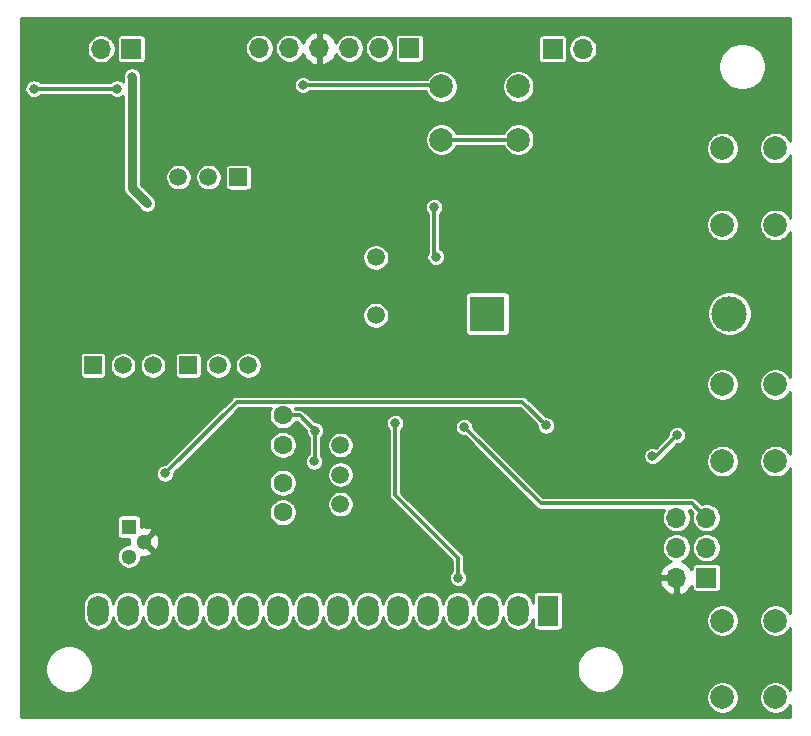
<source format=gbr>
G04 #@! TF.GenerationSoftware,KiCad,Pcbnew,5.1.7-a382d34a8~87~ubuntu20.04.1*
G04 #@! TF.CreationDate,2020-11-09T08:25:24+01:00*
G04 #@! TF.ProjectId,OpenerV1.1_Board,4f70656e-6572-4563-912e-315f426f6172,rev?*
G04 #@! TF.SameCoordinates,Original*
G04 #@! TF.FileFunction,Copper,L2,Bot*
G04 #@! TF.FilePolarity,Positive*
%FSLAX46Y46*%
G04 Gerber Fmt 4.6, Leading zero omitted, Abs format (unit mm)*
G04 Created by KiCad (PCBNEW 5.1.7-a382d34a8~87~ubuntu20.04.1) date 2020-11-09 08:25:24*
%MOMM*%
%LPD*%
G01*
G04 APERTURE LIST*
G04 #@! TA.AperFunction,ComponentPad*
%ADD10O,1.700000X1.700000*%
G04 #@! TD*
G04 #@! TA.AperFunction,ComponentPad*
%ADD11R,1.700000X1.700000*%
G04 #@! TD*
G04 #@! TA.AperFunction,ComponentPad*
%ADD12O,1.800000X2.600000*%
G04 #@! TD*
G04 #@! TA.AperFunction,ComponentPad*
%ADD13R,1.800000X2.600000*%
G04 #@! TD*
G04 #@! TA.AperFunction,ComponentPad*
%ADD14R,3.000000X3.000000*%
G04 #@! TD*
G04 #@! TA.AperFunction,ComponentPad*
%ADD15C,3.000000*%
G04 #@! TD*
G04 #@! TA.AperFunction,ComponentPad*
%ADD16C,1.500000*%
G04 #@! TD*
G04 #@! TA.AperFunction,ComponentPad*
%ADD17C,2.000000*%
G04 #@! TD*
G04 #@! TA.AperFunction,ComponentPad*
%ADD18R,1.500000X1.500000*%
G04 #@! TD*
G04 #@! TA.AperFunction,ComponentPad*
%ADD19R,1.300000X1.300000*%
G04 #@! TD*
G04 #@! TA.AperFunction,ComponentPad*
%ADD20C,1.300000*%
G04 #@! TD*
G04 #@! TA.AperFunction,ComponentPad*
%ADD21C,1.600000*%
G04 #@! TD*
G04 #@! TA.AperFunction,ViaPad*
%ADD22C,0.800000*%
G04 #@! TD*
G04 #@! TA.AperFunction,Conductor*
%ADD23C,0.300000*%
G04 #@! TD*
G04 #@! TA.AperFunction,Conductor*
%ADD24C,0.750000*%
G04 #@! TD*
G04 #@! TA.AperFunction,Conductor*
%ADD25C,0.254000*%
G04 #@! TD*
G04 #@! TA.AperFunction,Conductor*
%ADD26C,0.100000*%
G04 #@! TD*
G04 APERTURE END LIST*
D10*
X119634000Y-43942000D03*
X122174000Y-43942000D03*
X124714000Y-43942000D03*
X127254000Y-43942000D03*
X129794000Y-43942000D03*
D11*
X132334000Y-43942000D03*
D12*
X105981500Y-91567000D03*
X108521500Y-91567000D03*
X111061500Y-91567000D03*
X113601500Y-91567000D03*
X116141500Y-91567000D03*
X118681500Y-91567000D03*
X121221500Y-91567000D03*
X123761500Y-91567000D03*
X126301500Y-91567000D03*
X128841500Y-91567000D03*
X131381500Y-91567000D03*
X133921500Y-91567000D03*
X136461500Y-91567000D03*
X139001500Y-91567000D03*
X141541500Y-91567000D03*
D13*
X144081500Y-91567000D03*
D10*
X154940000Y-83693000D03*
X157480000Y-83693000D03*
X154940000Y-86233000D03*
X157480000Y-86233000D03*
X154940000Y-88773000D03*
D11*
X157480000Y-88773000D03*
D14*
X138938000Y-66421000D03*
D15*
X159428000Y-66421000D03*
D16*
X129476500Y-66558500D03*
X129476500Y-61658500D03*
X126492000Y-77550000D03*
X126492000Y-80050000D03*
X126492000Y-82550000D03*
D17*
X158826500Y-52407500D03*
X163326500Y-52407500D03*
X158826500Y-58907500D03*
X163326500Y-58907500D03*
X158826500Y-72407500D03*
X163326500Y-72407500D03*
X158826500Y-78907500D03*
X163326500Y-78907500D03*
X158826500Y-92407500D03*
X163326500Y-92407500D03*
X158826500Y-98907500D03*
X163326500Y-98907500D03*
X135041500Y-51689000D03*
X135041500Y-47189000D03*
X141541500Y-51689000D03*
X141541500Y-47189000D03*
D18*
X117856000Y-54864000D03*
D16*
X112776000Y-54864000D03*
X115316000Y-54864000D03*
D18*
X113601500Y-70802500D03*
D16*
X118681500Y-70802500D03*
X116141500Y-70802500D03*
D18*
X105537000Y-70802500D03*
D16*
X110617000Y-70802500D03*
X108077000Y-70802500D03*
D19*
X108585000Y-84455000D03*
D20*
X108585000Y-86995000D03*
X109855000Y-85725000D03*
D10*
X147002500Y-44000000D03*
D11*
X144462500Y-44000000D03*
D10*
X106235500Y-44000000D03*
D11*
X108775500Y-44000000D03*
D21*
X121602500Y-83248500D03*
X121602500Y-80748500D03*
X121602500Y-75033500D03*
X121602500Y-77533500D03*
D22*
X124269500Y-78930500D03*
X124333000Y-76327000D03*
X123317000Y-47053500D03*
X107569000Y-47371000D03*
X100520500Y-47371000D03*
X152908000Y-78486000D03*
X155003500Y-76708000D03*
X134556500Y-61595000D03*
X134429500Y-57404000D03*
X149669500Y-52070000D03*
X150558500Y-58547000D03*
X129476500Y-54737000D03*
X133540500Y-62738000D03*
X129794000Y-77279500D03*
X111633000Y-79946500D03*
X143891000Y-75882500D03*
X131127500Y-75692000D03*
X136461500Y-88773000D03*
X108839000Y-46355000D03*
X110109000Y-57086500D03*
X136969500Y-76009500D03*
D23*
X124333000Y-78867000D02*
X124269500Y-78930500D01*
X124333000Y-76327000D02*
X124333000Y-78867000D01*
X123039500Y-75033500D02*
X124333000Y-76327000D01*
X121602500Y-75033500D02*
X123039500Y-75033500D01*
X134906000Y-47053500D02*
X135041500Y-47189000D01*
X123317000Y-47053500D02*
X134906000Y-47053500D01*
X107569000Y-47371000D02*
X100520500Y-47371000D01*
X153225500Y-78486000D02*
X155003500Y-76708000D01*
X152908000Y-78486000D02*
X153225500Y-78486000D01*
X134429500Y-61468000D02*
X134556500Y-61595000D01*
X134429500Y-57404000D02*
X134429500Y-61468000D01*
X141891999Y-73883499D02*
X143891000Y-75882500D01*
X117696001Y-73883499D02*
X141891999Y-73883499D01*
X111633000Y-79946500D02*
X117696001Y-73883499D01*
X136461500Y-88773000D02*
X136461500Y-87122000D01*
X131127500Y-81788000D02*
X131127500Y-75692000D01*
X136461500Y-87122000D02*
X131127500Y-81788000D01*
D24*
X108839000Y-55816500D02*
X110109000Y-57086500D01*
X108839000Y-46355000D02*
X108839000Y-55816500D01*
D23*
X156279999Y-82492999D02*
X143452999Y-82492999D01*
X157480000Y-83693000D02*
X156279999Y-82492999D01*
X143452999Y-82492999D02*
X136969500Y-76009500D01*
X136969500Y-76009500D02*
X136969500Y-76009500D01*
X141541500Y-51689000D02*
X135041500Y-51689000D01*
D25*
X164569000Y-51798434D02*
X164550326Y-51753351D01*
X164399193Y-51527164D01*
X164206836Y-51334807D01*
X163980649Y-51183674D01*
X163729323Y-51079571D01*
X163462517Y-51026500D01*
X163190483Y-51026500D01*
X162923677Y-51079571D01*
X162672351Y-51183674D01*
X162446164Y-51334807D01*
X162253807Y-51527164D01*
X162102674Y-51753351D01*
X161998571Y-52004677D01*
X161945500Y-52271483D01*
X161945500Y-52543517D01*
X161998571Y-52810323D01*
X162102674Y-53061649D01*
X162253807Y-53287836D01*
X162446164Y-53480193D01*
X162672351Y-53631326D01*
X162923677Y-53735429D01*
X163190483Y-53788500D01*
X163462517Y-53788500D01*
X163729323Y-53735429D01*
X163980649Y-53631326D01*
X164206836Y-53480193D01*
X164399193Y-53287836D01*
X164550326Y-53061649D01*
X164569000Y-53016566D01*
X164569000Y-58298435D01*
X164550326Y-58253351D01*
X164399193Y-58027164D01*
X164206836Y-57834807D01*
X163980649Y-57683674D01*
X163729323Y-57579571D01*
X163462517Y-57526500D01*
X163190483Y-57526500D01*
X162923677Y-57579571D01*
X162672351Y-57683674D01*
X162446164Y-57834807D01*
X162253807Y-58027164D01*
X162102674Y-58253351D01*
X161998571Y-58504677D01*
X161945500Y-58771483D01*
X161945500Y-59043517D01*
X161998571Y-59310323D01*
X162102674Y-59561649D01*
X162253807Y-59787836D01*
X162446164Y-59980193D01*
X162672351Y-60131326D01*
X162923677Y-60235429D01*
X163190483Y-60288500D01*
X163462517Y-60288500D01*
X163729323Y-60235429D01*
X163980649Y-60131326D01*
X164206836Y-59980193D01*
X164399193Y-59787836D01*
X164550326Y-59561649D01*
X164569000Y-59516565D01*
X164569001Y-71798435D01*
X164550326Y-71753351D01*
X164399193Y-71527164D01*
X164206836Y-71334807D01*
X163980649Y-71183674D01*
X163729323Y-71079571D01*
X163462517Y-71026500D01*
X163190483Y-71026500D01*
X162923677Y-71079571D01*
X162672351Y-71183674D01*
X162446164Y-71334807D01*
X162253807Y-71527164D01*
X162102674Y-71753351D01*
X161998571Y-72004677D01*
X161945500Y-72271483D01*
X161945500Y-72543517D01*
X161998571Y-72810323D01*
X162102674Y-73061649D01*
X162253807Y-73287836D01*
X162446164Y-73480193D01*
X162672351Y-73631326D01*
X162923677Y-73735429D01*
X163190483Y-73788500D01*
X163462517Y-73788500D01*
X163729323Y-73735429D01*
X163980649Y-73631326D01*
X164206836Y-73480193D01*
X164399193Y-73287836D01*
X164550326Y-73061649D01*
X164569001Y-73016565D01*
X164569001Y-78298435D01*
X164550326Y-78253351D01*
X164399193Y-78027164D01*
X164206836Y-77834807D01*
X163980649Y-77683674D01*
X163729323Y-77579571D01*
X163462517Y-77526500D01*
X163190483Y-77526500D01*
X162923677Y-77579571D01*
X162672351Y-77683674D01*
X162446164Y-77834807D01*
X162253807Y-78027164D01*
X162102674Y-78253351D01*
X161998571Y-78504677D01*
X161945500Y-78771483D01*
X161945500Y-79043517D01*
X161998571Y-79310323D01*
X162102674Y-79561649D01*
X162253807Y-79787836D01*
X162446164Y-79980193D01*
X162672351Y-80131326D01*
X162923677Y-80235429D01*
X163190483Y-80288500D01*
X163462517Y-80288500D01*
X163729323Y-80235429D01*
X163980649Y-80131326D01*
X164206836Y-79980193D01*
X164399193Y-79787836D01*
X164550326Y-79561649D01*
X164569001Y-79516565D01*
X164569001Y-91798436D01*
X164550326Y-91753351D01*
X164399193Y-91527164D01*
X164206836Y-91334807D01*
X163980649Y-91183674D01*
X163729323Y-91079571D01*
X163462517Y-91026500D01*
X163190483Y-91026500D01*
X162923677Y-91079571D01*
X162672351Y-91183674D01*
X162446164Y-91334807D01*
X162253807Y-91527164D01*
X162102674Y-91753351D01*
X161998571Y-92004677D01*
X161945500Y-92271483D01*
X161945500Y-92543517D01*
X161998571Y-92810323D01*
X162102674Y-93061649D01*
X162253807Y-93287836D01*
X162446164Y-93480193D01*
X162672351Y-93631326D01*
X162923677Y-93735429D01*
X163190483Y-93788500D01*
X163462517Y-93788500D01*
X163729323Y-93735429D01*
X163980649Y-93631326D01*
X164206836Y-93480193D01*
X164399193Y-93287836D01*
X164550326Y-93061649D01*
X164569001Y-93016564D01*
X164569001Y-98298436D01*
X164550326Y-98253351D01*
X164399193Y-98027164D01*
X164206836Y-97834807D01*
X163980649Y-97683674D01*
X163729323Y-97579571D01*
X163462517Y-97526500D01*
X163190483Y-97526500D01*
X162923677Y-97579571D01*
X162672351Y-97683674D01*
X162446164Y-97834807D01*
X162253807Y-98027164D01*
X162102674Y-98253351D01*
X161998571Y-98504677D01*
X161945500Y-98771483D01*
X161945500Y-99043517D01*
X161998571Y-99310323D01*
X162102674Y-99561649D01*
X162253807Y-99787836D01*
X162446164Y-99980193D01*
X162672351Y-100131326D01*
X162923677Y-100235429D01*
X163190483Y-100288500D01*
X163462517Y-100288500D01*
X163729323Y-100235429D01*
X163980649Y-100131326D01*
X164206836Y-99980193D01*
X164399193Y-99787836D01*
X164550326Y-99561649D01*
X164569001Y-99516564D01*
X164569001Y-100569000D01*
X99431000Y-100569000D01*
X99431000Y-98771483D01*
X157445500Y-98771483D01*
X157445500Y-99043517D01*
X157498571Y-99310323D01*
X157602674Y-99561649D01*
X157753807Y-99787836D01*
X157946164Y-99980193D01*
X158172351Y-100131326D01*
X158423677Y-100235429D01*
X158690483Y-100288500D01*
X158962517Y-100288500D01*
X159229323Y-100235429D01*
X159480649Y-100131326D01*
X159706836Y-99980193D01*
X159899193Y-99787836D01*
X160050326Y-99561649D01*
X160154429Y-99310323D01*
X160207500Y-99043517D01*
X160207500Y-98771483D01*
X160154429Y-98504677D01*
X160050326Y-98253351D01*
X159899193Y-98027164D01*
X159706836Y-97834807D01*
X159480649Y-97683674D01*
X159229323Y-97579571D01*
X158962517Y-97526500D01*
X158690483Y-97526500D01*
X158423677Y-97579571D01*
X158172351Y-97683674D01*
X157946164Y-97834807D01*
X157753807Y-98027164D01*
X157602674Y-98253351D01*
X157498571Y-98504677D01*
X157445500Y-98771483D01*
X99431000Y-98771483D01*
X99431000Y-96301417D01*
X101483756Y-96301417D01*
X101483756Y-96698583D01*
X101561239Y-97088117D01*
X101713228Y-97455050D01*
X101933881Y-97785281D01*
X102214719Y-98066119D01*
X102544950Y-98286772D01*
X102911883Y-98438761D01*
X103301417Y-98516244D01*
X103698583Y-98516244D01*
X104088117Y-98438761D01*
X104455050Y-98286772D01*
X104785281Y-98066119D01*
X105066119Y-97785281D01*
X105286772Y-97455050D01*
X105438761Y-97088117D01*
X105516244Y-96698583D01*
X105516244Y-96301417D01*
X146483756Y-96301417D01*
X146483756Y-96698583D01*
X146561239Y-97088117D01*
X146713228Y-97455050D01*
X146933881Y-97785281D01*
X147214719Y-98066119D01*
X147544950Y-98286772D01*
X147911883Y-98438761D01*
X148301417Y-98516244D01*
X148698583Y-98516244D01*
X149088117Y-98438761D01*
X149455050Y-98286772D01*
X149785281Y-98066119D01*
X150066119Y-97785281D01*
X150286772Y-97455050D01*
X150438761Y-97088117D01*
X150516244Y-96698583D01*
X150516244Y-96301417D01*
X150438761Y-95911883D01*
X150286772Y-95544950D01*
X150066119Y-95214719D01*
X149785281Y-94933881D01*
X149455050Y-94713228D01*
X149088117Y-94561239D01*
X148698583Y-94483756D01*
X148301417Y-94483756D01*
X147911883Y-94561239D01*
X147544950Y-94713228D01*
X147214719Y-94933881D01*
X146933881Y-95214719D01*
X146713228Y-95544950D01*
X146561239Y-95911883D01*
X146483756Y-96301417D01*
X105516244Y-96301417D01*
X105438761Y-95911883D01*
X105286772Y-95544950D01*
X105066119Y-95214719D01*
X104785281Y-94933881D01*
X104455050Y-94713228D01*
X104088117Y-94561239D01*
X103698583Y-94483756D01*
X103301417Y-94483756D01*
X102911883Y-94561239D01*
X102544950Y-94713228D01*
X102214719Y-94933881D01*
X101933881Y-95214719D01*
X101713228Y-95544950D01*
X101561239Y-95911883D01*
X101483756Y-96301417D01*
X99431000Y-96301417D01*
X99431000Y-91104070D01*
X104700500Y-91104070D01*
X104700500Y-92029929D01*
X104719035Y-92218119D01*
X104792284Y-92459588D01*
X104911234Y-92682128D01*
X105071314Y-92877186D01*
X105266371Y-93037266D01*
X105488911Y-93156216D01*
X105730380Y-93229465D01*
X105981500Y-93254198D01*
X106232619Y-93229465D01*
X106474088Y-93156216D01*
X106696628Y-93037266D01*
X106891686Y-92877186D01*
X107051766Y-92682129D01*
X107170716Y-92459589D01*
X107243965Y-92218120D01*
X107251500Y-92141615D01*
X107259035Y-92218119D01*
X107332284Y-92459588D01*
X107451234Y-92682128D01*
X107611314Y-92877186D01*
X107806371Y-93037266D01*
X108028911Y-93156216D01*
X108270380Y-93229465D01*
X108521500Y-93254198D01*
X108772619Y-93229465D01*
X109014088Y-93156216D01*
X109236628Y-93037266D01*
X109431686Y-92877186D01*
X109591766Y-92682129D01*
X109710716Y-92459589D01*
X109783965Y-92218120D01*
X109791500Y-92141615D01*
X109799035Y-92218119D01*
X109872284Y-92459588D01*
X109991234Y-92682128D01*
X110151314Y-92877186D01*
X110346371Y-93037266D01*
X110568911Y-93156216D01*
X110810380Y-93229465D01*
X111061500Y-93254198D01*
X111312619Y-93229465D01*
X111554088Y-93156216D01*
X111776628Y-93037266D01*
X111971686Y-92877186D01*
X112131766Y-92682129D01*
X112250716Y-92459589D01*
X112323965Y-92218120D01*
X112331500Y-92141615D01*
X112339035Y-92218119D01*
X112412284Y-92459588D01*
X112531234Y-92682128D01*
X112691314Y-92877186D01*
X112886371Y-93037266D01*
X113108911Y-93156216D01*
X113350380Y-93229465D01*
X113601500Y-93254198D01*
X113852619Y-93229465D01*
X114094088Y-93156216D01*
X114316628Y-93037266D01*
X114511686Y-92877186D01*
X114671766Y-92682129D01*
X114790716Y-92459589D01*
X114863965Y-92218120D01*
X114871500Y-92141615D01*
X114879035Y-92218119D01*
X114952284Y-92459588D01*
X115071234Y-92682128D01*
X115231314Y-92877186D01*
X115426371Y-93037266D01*
X115648911Y-93156216D01*
X115890380Y-93229465D01*
X116141500Y-93254198D01*
X116392619Y-93229465D01*
X116634088Y-93156216D01*
X116856628Y-93037266D01*
X117051686Y-92877186D01*
X117211766Y-92682129D01*
X117330716Y-92459589D01*
X117403965Y-92218120D01*
X117411500Y-92141615D01*
X117419035Y-92218119D01*
X117492284Y-92459588D01*
X117611234Y-92682128D01*
X117771314Y-92877186D01*
X117966371Y-93037266D01*
X118188911Y-93156216D01*
X118430380Y-93229465D01*
X118681500Y-93254198D01*
X118932619Y-93229465D01*
X119174088Y-93156216D01*
X119396628Y-93037266D01*
X119591686Y-92877186D01*
X119751766Y-92682129D01*
X119870716Y-92459589D01*
X119943965Y-92218120D01*
X119951500Y-92141615D01*
X119959035Y-92218119D01*
X120032284Y-92459588D01*
X120151234Y-92682128D01*
X120311314Y-92877186D01*
X120506371Y-93037266D01*
X120728911Y-93156216D01*
X120970380Y-93229465D01*
X121221500Y-93254198D01*
X121472619Y-93229465D01*
X121714088Y-93156216D01*
X121936628Y-93037266D01*
X122131686Y-92877186D01*
X122291766Y-92682129D01*
X122410716Y-92459589D01*
X122483965Y-92218120D01*
X122491500Y-92141615D01*
X122499035Y-92218119D01*
X122572284Y-92459588D01*
X122691234Y-92682128D01*
X122851314Y-92877186D01*
X123046371Y-93037266D01*
X123268911Y-93156216D01*
X123510380Y-93229465D01*
X123761500Y-93254198D01*
X124012619Y-93229465D01*
X124254088Y-93156216D01*
X124476628Y-93037266D01*
X124671686Y-92877186D01*
X124831766Y-92682129D01*
X124950716Y-92459589D01*
X125023965Y-92218120D01*
X125031500Y-92141615D01*
X125039035Y-92218119D01*
X125112284Y-92459588D01*
X125231234Y-92682128D01*
X125391314Y-92877186D01*
X125586371Y-93037266D01*
X125808911Y-93156216D01*
X126050380Y-93229465D01*
X126301500Y-93254198D01*
X126552619Y-93229465D01*
X126794088Y-93156216D01*
X127016628Y-93037266D01*
X127211686Y-92877186D01*
X127371766Y-92682129D01*
X127490716Y-92459589D01*
X127563965Y-92218120D01*
X127571500Y-92141615D01*
X127579035Y-92218119D01*
X127652284Y-92459588D01*
X127771234Y-92682128D01*
X127931314Y-92877186D01*
X128126371Y-93037266D01*
X128348911Y-93156216D01*
X128590380Y-93229465D01*
X128841500Y-93254198D01*
X129092619Y-93229465D01*
X129334088Y-93156216D01*
X129556628Y-93037266D01*
X129751686Y-92877186D01*
X129911766Y-92682129D01*
X130030716Y-92459589D01*
X130103965Y-92218120D01*
X130111500Y-92141615D01*
X130119035Y-92218119D01*
X130192284Y-92459588D01*
X130311234Y-92682128D01*
X130471314Y-92877186D01*
X130666371Y-93037266D01*
X130888911Y-93156216D01*
X131130380Y-93229465D01*
X131381500Y-93254198D01*
X131632619Y-93229465D01*
X131874088Y-93156216D01*
X132096628Y-93037266D01*
X132291686Y-92877186D01*
X132451766Y-92682129D01*
X132570716Y-92459589D01*
X132643965Y-92218120D01*
X132651500Y-92141615D01*
X132659035Y-92218119D01*
X132732284Y-92459588D01*
X132851234Y-92682128D01*
X133011314Y-92877186D01*
X133206371Y-93037266D01*
X133428911Y-93156216D01*
X133670380Y-93229465D01*
X133921500Y-93254198D01*
X134172619Y-93229465D01*
X134414088Y-93156216D01*
X134636628Y-93037266D01*
X134831686Y-92877186D01*
X134991766Y-92682129D01*
X135110716Y-92459589D01*
X135183965Y-92218120D01*
X135191500Y-92141615D01*
X135199035Y-92218119D01*
X135272284Y-92459588D01*
X135391234Y-92682128D01*
X135551314Y-92877186D01*
X135746371Y-93037266D01*
X135968911Y-93156216D01*
X136210380Y-93229465D01*
X136461500Y-93254198D01*
X136712619Y-93229465D01*
X136954088Y-93156216D01*
X137176628Y-93037266D01*
X137371686Y-92877186D01*
X137531766Y-92682129D01*
X137650716Y-92459589D01*
X137723965Y-92218120D01*
X137731500Y-92141615D01*
X137739035Y-92218119D01*
X137812284Y-92459588D01*
X137931234Y-92682128D01*
X138091314Y-92877186D01*
X138286371Y-93037266D01*
X138508911Y-93156216D01*
X138750380Y-93229465D01*
X139001500Y-93254198D01*
X139252619Y-93229465D01*
X139494088Y-93156216D01*
X139716628Y-93037266D01*
X139911686Y-92877186D01*
X140071766Y-92682129D01*
X140190716Y-92459589D01*
X140263965Y-92218120D01*
X140271500Y-92141615D01*
X140279035Y-92218119D01*
X140352284Y-92459588D01*
X140471234Y-92682128D01*
X140631314Y-92877186D01*
X140826371Y-93037266D01*
X141048911Y-93156216D01*
X141290380Y-93229465D01*
X141541500Y-93254198D01*
X141792619Y-93229465D01*
X142034088Y-93156216D01*
X142256628Y-93037266D01*
X142451686Y-92877186D01*
X142611766Y-92682129D01*
X142730716Y-92459589D01*
X142798657Y-92235618D01*
X142798657Y-92867000D01*
X142806013Y-92941689D01*
X142827799Y-93013508D01*
X142863178Y-93079696D01*
X142910789Y-93137711D01*
X142968804Y-93185322D01*
X143034992Y-93220701D01*
X143106811Y-93242487D01*
X143181500Y-93249843D01*
X144981500Y-93249843D01*
X145056189Y-93242487D01*
X145128008Y-93220701D01*
X145194196Y-93185322D01*
X145252211Y-93137711D01*
X145299822Y-93079696D01*
X145335201Y-93013508D01*
X145356987Y-92941689D01*
X145364343Y-92867000D01*
X145364343Y-92271483D01*
X157445500Y-92271483D01*
X157445500Y-92543517D01*
X157498571Y-92810323D01*
X157602674Y-93061649D01*
X157753807Y-93287836D01*
X157946164Y-93480193D01*
X158172351Y-93631326D01*
X158423677Y-93735429D01*
X158690483Y-93788500D01*
X158962517Y-93788500D01*
X159229323Y-93735429D01*
X159480649Y-93631326D01*
X159706836Y-93480193D01*
X159899193Y-93287836D01*
X160050326Y-93061649D01*
X160154429Y-92810323D01*
X160207500Y-92543517D01*
X160207500Y-92271483D01*
X160154429Y-92004677D01*
X160050326Y-91753351D01*
X159899193Y-91527164D01*
X159706836Y-91334807D01*
X159480649Y-91183674D01*
X159229323Y-91079571D01*
X158962517Y-91026500D01*
X158690483Y-91026500D01*
X158423677Y-91079571D01*
X158172351Y-91183674D01*
X157946164Y-91334807D01*
X157753807Y-91527164D01*
X157602674Y-91753351D01*
X157498571Y-92004677D01*
X157445500Y-92271483D01*
X145364343Y-92271483D01*
X145364343Y-90267000D01*
X145356987Y-90192311D01*
X145335201Y-90120492D01*
X145299822Y-90054304D01*
X145252211Y-89996289D01*
X145194196Y-89948678D01*
X145128008Y-89913299D01*
X145056189Y-89891513D01*
X144981500Y-89884157D01*
X143181500Y-89884157D01*
X143106811Y-89891513D01*
X143034992Y-89913299D01*
X142968804Y-89948678D01*
X142910789Y-89996289D01*
X142863178Y-90054304D01*
X142827799Y-90120492D01*
X142806013Y-90192311D01*
X142798657Y-90267000D01*
X142798657Y-90898382D01*
X142730716Y-90674411D01*
X142611766Y-90451871D01*
X142451686Y-90256814D01*
X142256629Y-90096734D01*
X142034089Y-89977784D01*
X141792620Y-89904535D01*
X141541500Y-89879802D01*
X141290381Y-89904535D01*
X141048912Y-89977784D01*
X140826372Y-90096734D01*
X140631315Y-90256814D01*
X140471234Y-90451871D01*
X140352284Y-90674411D01*
X140279035Y-90915880D01*
X140271500Y-90992385D01*
X140263965Y-90915880D01*
X140190716Y-90674411D01*
X140071766Y-90451871D01*
X139911686Y-90256814D01*
X139716629Y-90096734D01*
X139494089Y-89977784D01*
X139252620Y-89904535D01*
X139001500Y-89879802D01*
X138750381Y-89904535D01*
X138508912Y-89977784D01*
X138286372Y-90096734D01*
X138091315Y-90256814D01*
X137931234Y-90451871D01*
X137812284Y-90674411D01*
X137739035Y-90915880D01*
X137731500Y-90992385D01*
X137723965Y-90915880D01*
X137650716Y-90674411D01*
X137531766Y-90451871D01*
X137371686Y-90256814D01*
X137176629Y-90096734D01*
X136954089Y-89977784D01*
X136712620Y-89904535D01*
X136461500Y-89879802D01*
X136210381Y-89904535D01*
X135968912Y-89977784D01*
X135746372Y-90096734D01*
X135551315Y-90256814D01*
X135391234Y-90451871D01*
X135272284Y-90674411D01*
X135199035Y-90915880D01*
X135191500Y-90992385D01*
X135183965Y-90915880D01*
X135110716Y-90674411D01*
X134991766Y-90451871D01*
X134831686Y-90256814D01*
X134636629Y-90096734D01*
X134414089Y-89977784D01*
X134172620Y-89904535D01*
X133921500Y-89879802D01*
X133670381Y-89904535D01*
X133428912Y-89977784D01*
X133206372Y-90096734D01*
X133011315Y-90256814D01*
X132851234Y-90451871D01*
X132732284Y-90674411D01*
X132659035Y-90915880D01*
X132651500Y-90992385D01*
X132643965Y-90915880D01*
X132570716Y-90674411D01*
X132451766Y-90451871D01*
X132291686Y-90256814D01*
X132096629Y-90096734D01*
X131874089Y-89977784D01*
X131632620Y-89904535D01*
X131381500Y-89879802D01*
X131130381Y-89904535D01*
X130888912Y-89977784D01*
X130666372Y-90096734D01*
X130471315Y-90256814D01*
X130311234Y-90451871D01*
X130192284Y-90674411D01*
X130119035Y-90915880D01*
X130111500Y-90992385D01*
X130103965Y-90915880D01*
X130030716Y-90674411D01*
X129911766Y-90451871D01*
X129751686Y-90256814D01*
X129556629Y-90096734D01*
X129334089Y-89977784D01*
X129092620Y-89904535D01*
X128841500Y-89879802D01*
X128590381Y-89904535D01*
X128348912Y-89977784D01*
X128126372Y-90096734D01*
X127931315Y-90256814D01*
X127771234Y-90451871D01*
X127652284Y-90674411D01*
X127579035Y-90915880D01*
X127571500Y-90992385D01*
X127563965Y-90915880D01*
X127490716Y-90674411D01*
X127371766Y-90451871D01*
X127211686Y-90256814D01*
X127016629Y-90096734D01*
X126794089Y-89977784D01*
X126552620Y-89904535D01*
X126301500Y-89879802D01*
X126050381Y-89904535D01*
X125808912Y-89977784D01*
X125586372Y-90096734D01*
X125391315Y-90256814D01*
X125231234Y-90451871D01*
X125112284Y-90674411D01*
X125039035Y-90915880D01*
X125031500Y-90992385D01*
X125023965Y-90915880D01*
X124950716Y-90674411D01*
X124831766Y-90451871D01*
X124671686Y-90256814D01*
X124476629Y-90096734D01*
X124254089Y-89977784D01*
X124012620Y-89904535D01*
X123761500Y-89879802D01*
X123510381Y-89904535D01*
X123268912Y-89977784D01*
X123046372Y-90096734D01*
X122851315Y-90256814D01*
X122691234Y-90451871D01*
X122572284Y-90674411D01*
X122499035Y-90915880D01*
X122491500Y-90992385D01*
X122483965Y-90915880D01*
X122410716Y-90674411D01*
X122291766Y-90451871D01*
X122131686Y-90256814D01*
X121936629Y-90096734D01*
X121714089Y-89977784D01*
X121472620Y-89904535D01*
X121221500Y-89879802D01*
X120970381Y-89904535D01*
X120728912Y-89977784D01*
X120506372Y-90096734D01*
X120311315Y-90256814D01*
X120151234Y-90451871D01*
X120032284Y-90674411D01*
X119959035Y-90915880D01*
X119951500Y-90992385D01*
X119943965Y-90915880D01*
X119870716Y-90674411D01*
X119751766Y-90451871D01*
X119591686Y-90256814D01*
X119396629Y-90096734D01*
X119174089Y-89977784D01*
X118932620Y-89904535D01*
X118681500Y-89879802D01*
X118430381Y-89904535D01*
X118188912Y-89977784D01*
X117966372Y-90096734D01*
X117771315Y-90256814D01*
X117611234Y-90451871D01*
X117492284Y-90674411D01*
X117419035Y-90915880D01*
X117411500Y-90992385D01*
X117403965Y-90915880D01*
X117330716Y-90674411D01*
X117211766Y-90451871D01*
X117051686Y-90256814D01*
X116856629Y-90096734D01*
X116634089Y-89977784D01*
X116392620Y-89904535D01*
X116141500Y-89879802D01*
X115890381Y-89904535D01*
X115648912Y-89977784D01*
X115426372Y-90096734D01*
X115231315Y-90256814D01*
X115071234Y-90451871D01*
X114952284Y-90674411D01*
X114879035Y-90915880D01*
X114871500Y-90992385D01*
X114863965Y-90915880D01*
X114790716Y-90674411D01*
X114671766Y-90451871D01*
X114511686Y-90256814D01*
X114316629Y-90096734D01*
X114094089Y-89977784D01*
X113852620Y-89904535D01*
X113601500Y-89879802D01*
X113350381Y-89904535D01*
X113108912Y-89977784D01*
X112886372Y-90096734D01*
X112691315Y-90256814D01*
X112531234Y-90451871D01*
X112412284Y-90674411D01*
X112339035Y-90915880D01*
X112331500Y-90992385D01*
X112323965Y-90915880D01*
X112250716Y-90674411D01*
X112131766Y-90451871D01*
X111971686Y-90256814D01*
X111776629Y-90096734D01*
X111554089Y-89977784D01*
X111312620Y-89904535D01*
X111061500Y-89879802D01*
X110810381Y-89904535D01*
X110568912Y-89977784D01*
X110346372Y-90096734D01*
X110151315Y-90256814D01*
X109991234Y-90451871D01*
X109872284Y-90674411D01*
X109799035Y-90915880D01*
X109791500Y-90992385D01*
X109783965Y-90915880D01*
X109710716Y-90674411D01*
X109591766Y-90451871D01*
X109431686Y-90256814D01*
X109236629Y-90096734D01*
X109014089Y-89977784D01*
X108772620Y-89904535D01*
X108521500Y-89879802D01*
X108270381Y-89904535D01*
X108028912Y-89977784D01*
X107806372Y-90096734D01*
X107611315Y-90256814D01*
X107451234Y-90451871D01*
X107332284Y-90674411D01*
X107259035Y-90915880D01*
X107251500Y-90992385D01*
X107243965Y-90915880D01*
X107170716Y-90674411D01*
X107051766Y-90451871D01*
X106891686Y-90256814D01*
X106696629Y-90096734D01*
X106474089Y-89977784D01*
X106232620Y-89904535D01*
X105981500Y-89879802D01*
X105730381Y-89904535D01*
X105488912Y-89977784D01*
X105266372Y-90096734D01*
X105071315Y-90256814D01*
X104911234Y-90451871D01*
X104792284Y-90674411D01*
X104719035Y-90915880D01*
X104700500Y-91104070D01*
X99431000Y-91104070D01*
X99431000Y-83805000D01*
X107552157Y-83805000D01*
X107552157Y-85105000D01*
X107559513Y-85179689D01*
X107581299Y-85251508D01*
X107616678Y-85317696D01*
X107664289Y-85375711D01*
X107722304Y-85423322D01*
X107788492Y-85458701D01*
X107860311Y-85480487D01*
X107935000Y-85487843D01*
X108590444Y-85487843D01*
X108575898Y-85548524D01*
X108566048Y-85801455D01*
X108591849Y-85964000D01*
X108483455Y-85964000D01*
X108284268Y-86003620D01*
X108096638Y-86081339D01*
X107927776Y-86194170D01*
X107784170Y-86337776D01*
X107671339Y-86506638D01*
X107593620Y-86694268D01*
X107554000Y-86893455D01*
X107554000Y-87096545D01*
X107593620Y-87295732D01*
X107671339Y-87483362D01*
X107784170Y-87652224D01*
X107927776Y-87795830D01*
X108096638Y-87908661D01*
X108284268Y-87986380D01*
X108483455Y-88026000D01*
X108686545Y-88026000D01*
X108885732Y-87986380D01*
X109073362Y-87908661D01*
X109242224Y-87795830D01*
X109385830Y-87652224D01*
X109498661Y-87483362D01*
X109576380Y-87295732D01*
X109616000Y-87096545D01*
X109616000Y-86989114D01*
X109678524Y-87004102D01*
X109931455Y-87013952D01*
X110181449Y-86974270D01*
X110418896Y-86886578D01*
X110507534Y-86839201D01*
X110560922Y-86610527D01*
X109855000Y-85904605D01*
X109840858Y-85918748D01*
X109661253Y-85739143D01*
X109675395Y-85725000D01*
X110034605Y-85725000D01*
X110740527Y-86430922D01*
X110969201Y-86377534D01*
X111075095Y-86147626D01*
X111134102Y-85901476D01*
X111143952Y-85648545D01*
X111104270Y-85398551D01*
X111016578Y-85161104D01*
X110969201Y-85072466D01*
X110740527Y-85019078D01*
X110034605Y-85725000D01*
X109675395Y-85725000D01*
X109661253Y-85710858D01*
X109840858Y-85531253D01*
X109855000Y-85545395D01*
X110560922Y-84839473D01*
X110507534Y-84610799D01*
X110277626Y-84504905D01*
X110031476Y-84445898D01*
X109778545Y-84436048D01*
X109617843Y-84461557D01*
X109617843Y-83805000D01*
X109610487Y-83730311D01*
X109588701Y-83658492D01*
X109553322Y-83592304D01*
X109505711Y-83534289D01*
X109447696Y-83486678D01*
X109381508Y-83451299D01*
X109309689Y-83429513D01*
X109235000Y-83422157D01*
X107935000Y-83422157D01*
X107860311Y-83429513D01*
X107788492Y-83451299D01*
X107722304Y-83486678D01*
X107664289Y-83534289D01*
X107616678Y-83592304D01*
X107581299Y-83658492D01*
X107559513Y-83730311D01*
X107552157Y-83805000D01*
X99431000Y-83805000D01*
X99431000Y-83132182D01*
X120421500Y-83132182D01*
X120421500Y-83364818D01*
X120466886Y-83592985D01*
X120555912Y-83807913D01*
X120685158Y-84001343D01*
X120849657Y-84165842D01*
X121043087Y-84295088D01*
X121258015Y-84384114D01*
X121486182Y-84429500D01*
X121718818Y-84429500D01*
X121946985Y-84384114D01*
X122161913Y-84295088D01*
X122355343Y-84165842D01*
X122519842Y-84001343D01*
X122649088Y-83807913D01*
X122738114Y-83592985D01*
X122783500Y-83364818D01*
X122783500Y-83132182D01*
X122738114Y-82904015D01*
X122649088Y-82689087D01*
X122519842Y-82495657D01*
X122462791Y-82438606D01*
X125361000Y-82438606D01*
X125361000Y-82661394D01*
X125404464Y-82879900D01*
X125489721Y-83085729D01*
X125613495Y-83270970D01*
X125771030Y-83428505D01*
X125956271Y-83552279D01*
X126162100Y-83637536D01*
X126380606Y-83681000D01*
X126603394Y-83681000D01*
X126821900Y-83637536D01*
X127027729Y-83552279D01*
X127212970Y-83428505D01*
X127370505Y-83270970D01*
X127494279Y-83085729D01*
X127579536Y-82879900D01*
X127623000Y-82661394D01*
X127623000Y-82438606D01*
X127579536Y-82220100D01*
X127494279Y-82014271D01*
X127370505Y-81829030D01*
X127212970Y-81671495D01*
X127027729Y-81547721D01*
X126821900Y-81462464D01*
X126603394Y-81419000D01*
X126380606Y-81419000D01*
X126162100Y-81462464D01*
X125956271Y-81547721D01*
X125771030Y-81671495D01*
X125613495Y-81829030D01*
X125489721Y-82014271D01*
X125404464Y-82220100D01*
X125361000Y-82438606D01*
X122462791Y-82438606D01*
X122355343Y-82331158D01*
X122161913Y-82201912D01*
X121946985Y-82112886D01*
X121718818Y-82067500D01*
X121486182Y-82067500D01*
X121258015Y-82112886D01*
X121043087Y-82201912D01*
X120849657Y-82331158D01*
X120685158Y-82495657D01*
X120555912Y-82689087D01*
X120466886Y-82904015D01*
X120421500Y-83132182D01*
X99431000Y-83132182D01*
X99431000Y-79869578D01*
X110852000Y-79869578D01*
X110852000Y-80023422D01*
X110882013Y-80174309D01*
X110940887Y-80316442D01*
X111026358Y-80444359D01*
X111135141Y-80553142D01*
X111263058Y-80638613D01*
X111405191Y-80697487D01*
X111556078Y-80727500D01*
X111709922Y-80727500D01*
X111860809Y-80697487D01*
X112002942Y-80638613D01*
X112012566Y-80632182D01*
X120421500Y-80632182D01*
X120421500Y-80864818D01*
X120466886Y-81092985D01*
X120555912Y-81307913D01*
X120685158Y-81501343D01*
X120849657Y-81665842D01*
X121043087Y-81795088D01*
X121258015Y-81884114D01*
X121486182Y-81929500D01*
X121718818Y-81929500D01*
X121946985Y-81884114D01*
X122161913Y-81795088D01*
X122355343Y-81665842D01*
X122519842Y-81501343D01*
X122649088Y-81307913D01*
X122738114Y-81092985D01*
X122783500Y-80864818D01*
X122783500Y-80632182D01*
X122738114Y-80404015D01*
X122649088Y-80189087D01*
X122519842Y-79995657D01*
X122462791Y-79938606D01*
X125361000Y-79938606D01*
X125361000Y-80161394D01*
X125404464Y-80379900D01*
X125489721Y-80585729D01*
X125613495Y-80770970D01*
X125771030Y-80928505D01*
X125956271Y-81052279D01*
X126162100Y-81137536D01*
X126380606Y-81181000D01*
X126603394Y-81181000D01*
X126821900Y-81137536D01*
X127027729Y-81052279D01*
X127212970Y-80928505D01*
X127370505Y-80770970D01*
X127494279Y-80585729D01*
X127579536Y-80379900D01*
X127623000Y-80161394D01*
X127623000Y-79938606D01*
X127579536Y-79720100D01*
X127494279Y-79514271D01*
X127370505Y-79329030D01*
X127212970Y-79171495D01*
X127027729Y-79047721D01*
X126821900Y-78962464D01*
X126603394Y-78919000D01*
X126380606Y-78919000D01*
X126162100Y-78962464D01*
X125956271Y-79047721D01*
X125771030Y-79171495D01*
X125613495Y-79329030D01*
X125489721Y-79514271D01*
X125404464Y-79720100D01*
X125361000Y-79938606D01*
X122462791Y-79938606D01*
X122355343Y-79831158D01*
X122161913Y-79701912D01*
X121946985Y-79612886D01*
X121718818Y-79567500D01*
X121486182Y-79567500D01*
X121258015Y-79612886D01*
X121043087Y-79701912D01*
X120849657Y-79831158D01*
X120685158Y-79995657D01*
X120555912Y-80189087D01*
X120466886Y-80404015D01*
X120421500Y-80632182D01*
X112012566Y-80632182D01*
X112130859Y-80553142D01*
X112239642Y-80444359D01*
X112325113Y-80316442D01*
X112383987Y-80174309D01*
X112414000Y-80023422D01*
X112414000Y-79916446D01*
X114913264Y-77417182D01*
X120421500Y-77417182D01*
X120421500Y-77649818D01*
X120466886Y-77877985D01*
X120555912Y-78092913D01*
X120685158Y-78286343D01*
X120849657Y-78450842D01*
X121043087Y-78580088D01*
X121258015Y-78669114D01*
X121486182Y-78714500D01*
X121718818Y-78714500D01*
X121946985Y-78669114D01*
X122161913Y-78580088D01*
X122355343Y-78450842D01*
X122519842Y-78286343D01*
X122649088Y-78092913D01*
X122738114Y-77877985D01*
X122783500Y-77649818D01*
X122783500Y-77417182D01*
X122738114Y-77189015D01*
X122649088Y-76974087D01*
X122519842Y-76780657D01*
X122355343Y-76616158D01*
X122161913Y-76486912D01*
X121946985Y-76397886D01*
X121718818Y-76352500D01*
X121486182Y-76352500D01*
X121258015Y-76397886D01*
X121043087Y-76486912D01*
X120849657Y-76616158D01*
X120685158Y-76780657D01*
X120555912Y-76974087D01*
X120466886Y-77189015D01*
X120421500Y-77417182D01*
X114913264Y-77417182D01*
X117915948Y-74414499D01*
X120595727Y-74414499D01*
X120555912Y-74474087D01*
X120466886Y-74689015D01*
X120421500Y-74917182D01*
X120421500Y-75149818D01*
X120466886Y-75377985D01*
X120555912Y-75592913D01*
X120685158Y-75786343D01*
X120849657Y-75950842D01*
X121043087Y-76080088D01*
X121258015Y-76169114D01*
X121486182Y-76214500D01*
X121718818Y-76214500D01*
X121946985Y-76169114D01*
X122161913Y-76080088D01*
X122355343Y-75950842D01*
X122519842Y-75786343D01*
X122649088Y-75592913D01*
X122660857Y-75564500D01*
X122819554Y-75564500D01*
X123552000Y-76296947D01*
X123552000Y-76403922D01*
X123582013Y-76554809D01*
X123640887Y-76696942D01*
X123726358Y-76824859D01*
X123802000Y-76900501D01*
X123802001Y-78303572D01*
X123771641Y-78323858D01*
X123662858Y-78432641D01*
X123577387Y-78560558D01*
X123518513Y-78702691D01*
X123488500Y-78853578D01*
X123488500Y-79007422D01*
X123518513Y-79158309D01*
X123577387Y-79300442D01*
X123662858Y-79428359D01*
X123771641Y-79537142D01*
X123899558Y-79622613D01*
X124041691Y-79681487D01*
X124192578Y-79711500D01*
X124346422Y-79711500D01*
X124497309Y-79681487D01*
X124639442Y-79622613D01*
X124767359Y-79537142D01*
X124876142Y-79428359D01*
X124961613Y-79300442D01*
X125020487Y-79158309D01*
X125050500Y-79007422D01*
X125050500Y-78853578D01*
X125020487Y-78702691D01*
X124961613Y-78560558D01*
X124876142Y-78432641D01*
X124864000Y-78420499D01*
X124864000Y-77438606D01*
X125361000Y-77438606D01*
X125361000Y-77661394D01*
X125404464Y-77879900D01*
X125489721Y-78085729D01*
X125613495Y-78270970D01*
X125771030Y-78428505D01*
X125956271Y-78552279D01*
X126162100Y-78637536D01*
X126380606Y-78681000D01*
X126603394Y-78681000D01*
X126821900Y-78637536D01*
X127027729Y-78552279D01*
X127212970Y-78428505D01*
X127370505Y-78270970D01*
X127494279Y-78085729D01*
X127579536Y-77879900D01*
X127623000Y-77661394D01*
X127623000Y-77438606D01*
X127579536Y-77220100D01*
X127494279Y-77014271D01*
X127370505Y-76829030D01*
X127212970Y-76671495D01*
X127027729Y-76547721D01*
X126821900Y-76462464D01*
X126603394Y-76419000D01*
X126380606Y-76419000D01*
X126162100Y-76462464D01*
X125956271Y-76547721D01*
X125771030Y-76671495D01*
X125613495Y-76829030D01*
X125489721Y-77014271D01*
X125404464Y-77220100D01*
X125361000Y-77438606D01*
X124864000Y-77438606D01*
X124864000Y-76900501D01*
X124939642Y-76824859D01*
X125025113Y-76696942D01*
X125083987Y-76554809D01*
X125114000Y-76403922D01*
X125114000Y-76250078D01*
X125083987Y-76099191D01*
X125025113Y-75957058D01*
X124939642Y-75829141D01*
X124830859Y-75720358D01*
X124702942Y-75634887D01*
X124655120Y-75615078D01*
X130346500Y-75615078D01*
X130346500Y-75768922D01*
X130376513Y-75919809D01*
X130435387Y-76061942D01*
X130520858Y-76189859D01*
X130596501Y-76265502D01*
X130596500Y-81761926D01*
X130593932Y-81788000D01*
X130596500Y-81814074D01*
X130596500Y-81814083D01*
X130604183Y-81892093D01*
X130634547Y-81992187D01*
X130683854Y-82084435D01*
X130750210Y-82165290D01*
X130770475Y-82181921D01*
X135930501Y-87341948D01*
X135930500Y-88199499D01*
X135854858Y-88275141D01*
X135769387Y-88403058D01*
X135710513Y-88545191D01*
X135680500Y-88696078D01*
X135680500Y-88849922D01*
X135710513Y-89000809D01*
X135769387Y-89142942D01*
X135854858Y-89270859D01*
X135963641Y-89379642D01*
X136091558Y-89465113D01*
X136233691Y-89523987D01*
X136384578Y-89554000D01*
X136538422Y-89554000D01*
X136689309Y-89523987D01*
X136831442Y-89465113D01*
X136959359Y-89379642D01*
X137068142Y-89270859D01*
X137153613Y-89142942D01*
X137159019Y-89129890D01*
X153498524Y-89129890D01*
X153543175Y-89277099D01*
X153668359Y-89539920D01*
X153842412Y-89773269D01*
X154058645Y-89968178D01*
X154308748Y-90117157D01*
X154583109Y-90214481D01*
X154813000Y-90093814D01*
X154813000Y-88900000D01*
X153619845Y-88900000D01*
X153498524Y-89129890D01*
X137159019Y-89129890D01*
X137212487Y-89000809D01*
X137242500Y-88849922D01*
X137242500Y-88696078D01*
X137212487Y-88545191D01*
X137159020Y-88416110D01*
X153498524Y-88416110D01*
X153619845Y-88646000D01*
X154813000Y-88646000D01*
X154813000Y-88626000D01*
X155067000Y-88626000D01*
X155067000Y-88646000D01*
X155087000Y-88646000D01*
X155087000Y-88900000D01*
X155067000Y-88900000D01*
X155067000Y-90093814D01*
X155296891Y-90214481D01*
X155571252Y-90117157D01*
X155821355Y-89968178D01*
X156037588Y-89773269D01*
X156211641Y-89539920D01*
X156247157Y-89465355D01*
X156247157Y-89623000D01*
X156254513Y-89697689D01*
X156276299Y-89769508D01*
X156311678Y-89835696D01*
X156359289Y-89893711D01*
X156417304Y-89941322D01*
X156483492Y-89976701D01*
X156555311Y-89998487D01*
X156630000Y-90005843D01*
X158330000Y-90005843D01*
X158404689Y-89998487D01*
X158476508Y-89976701D01*
X158542696Y-89941322D01*
X158600711Y-89893711D01*
X158648322Y-89835696D01*
X158683701Y-89769508D01*
X158705487Y-89697689D01*
X158712843Y-89623000D01*
X158712843Y-87923000D01*
X158705487Y-87848311D01*
X158683701Y-87776492D01*
X158648322Y-87710304D01*
X158600711Y-87652289D01*
X158542696Y-87604678D01*
X158476508Y-87569299D01*
X158404689Y-87547513D01*
X158330000Y-87540157D01*
X156630000Y-87540157D01*
X156555311Y-87547513D01*
X156483492Y-87569299D01*
X156417304Y-87604678D01*
X156359289Y-87652289D01*
X156311678Y-87710304D01*
X156276299Y-87776492D01*
X156254513Y-87848311D01*
X156247157Y-87923000D01*
X156247157Y-88080645D01*
X156211641Y-88006080D01*
X156037588Y-87772731D01*
X155821355Y-87577822D01*
X155571252Y-87428843D01*
X155408832Y-87371228D01*
X155523097Y-87323898D01*
X155724717Y-87189180D01*
X155896180Y-87017717D01*
X156030898Y-86816097D01*
X156123693Y-86592069D01*
X156171000Y-86354243D01*
X156171000Y-86111757D01*
X156249000Y-86111757D01*
X156249000Y-86354243D01*
X156296307Y-86592069D01*
X156389102Y-86816097D01*
X156523820Y-87017717D01*
X156695283Y-87189180D01*
X156896903Y-87323898D01*
X157120931Y-87416693D01*
X157358757Y-87464000D01*
X157601243Y-87464000D01*
X157839069Y-87416693D01*
X158063097Y-87323898D01*
X158264717Y-87189180D01*
X158436180Y-87017717D01*
X158570898Y-86816097D01*
X158663693Y-86592069D01*
X158711000Y-86354243D01*
X158711000Y-86111757D01*
X158663693Y-85873931D01*
X158570898Y-85649903D01*
X158436180Y-85448283D01*
X158264717Y-85276820D01*
X158063097Y-85142102D01*
X157839069Y-85049307D01*
X157601243Y-85002000D01*
X157358757Y-85002000D01*
X157120931Y-85049307D01*
X156896903Y-85142102D01*
X156695283Y-85276820D01*
X156523820Y-85448283D01*
X156389102Y-85649903D01*
X156296307Y-85873931D01*
X156249000Y-86111757D01*
X156171000Y-86111757D01*
X156123693Y-85873931D01*
X156030898Y-85649903D01*
X155896180Y-85448283D01*
X155724717Y-85276820D01*
X155523097Y-85142102D01*
X155299069Y-85049307D01*
X155061243Y-85002000D01*
X154818757Y-85002000D01*
X154580931Y-85049307D01*
X154356903Y-85142102D01*
X154155283Y-85276820D01*
X153983820Y-85448283D01*
X153849102Y-85649903D01*
X153756307Y-85873931D01*
X153709000Y-86111757D01*
X153709000Y-86354243D01*
X153756307Y-86592069D01*
X153849102Y-86816097D01*
X153983820Y-87017717D01*
X154155283Y-87189180D01*
X154356903Y-87323898D01*
X154471168Y-87371228D01*
X154308748Y-87428843D01*
X154058645Y-87577822D01*
X153842412Y-87772731D01*
X153668359Y-88006080D01*
X153543175Y-88268901D01*
X153498524Y-88416110D01*
X137159020Y-88416110D01*
X137153613Y-88403058D01*
X137068142Y-88275141D01*
X136992500Y-88199499D01*
X136992500Y-87148073D01*
X136995068Y-87121999D01*
X136992500Y-87095925D01*
X136992500Y-87095916D01*
X136984817Y-87017906D01*
X136954453Y-86917812D01*
X136912435Y-86839201D01*
X136905146Y-86825564D01*
X136855417Y-86764970D01*
X136838790Y-86744710D01*
X136818530Y-86728083D01*
X131658500Y-81568054D01*
X131658500Y-76265501D01*
X131734142Y-76189859D01*
X131819613Y-76061942D01*
X131873197Y-75932578D01*
X136188500Y-75932578D01*
X136188500Y-76086422D01*
X136218513Y-76237309D01*
X136277387Y-76379442D01*
X136362858Y-76507359D01*
X136471641Y-76616142D01*
X136599558Y-76701613D01*
X136741691Y-76760487D01*
X136892578Y-76790500D01*
X136999554Y-76790500D01*
X143059081Y-82850028D01*
X143075709Y-82870289D01*
X143095969Y-82886916D01*
X143156563Y-82936645D01*
X143188695Y-82953820D01*
X143248811Y-82985952D01*
X143348905Y-83016316D01*
X143426915Y-83023999D01*
X143426924Y-83023999D01*
X143452998Y-83026567D01*
X143479072Y-83023999D01*
X153906501Y-83023999D01*
X153849102Y-83109903D01*
X153756307Y-83333931D01*
X153709000Y-83571757D01*
X153709000Y-83814243D01*
X153756307Y-84052069D01*
X153849102Y-84276097D01*
X153983820Y-84477717D01*
X154155283Y-84649180D01*
X154356903Y-84783898D01*
X154580931Y-84876693D01*
X154818757Y-84924000D01*
X155061243Y-84924000D01*
X155299069Y-84876693D01*
X155523097Y-84783898D01*
X155724717Y-84649180D01*
X155896180Y-84477717D01*
X156030898Y-84276097D01*
X156123693Y-84052069D01*
X156171000Y-83814243D01*
X156171000Y-83571757D01*
X156123693Y-83333931D01*
X156030898Y-83109903D01*
X155973499Y-83023999D01*
X156060053Y-83023999D01*
X156317887Y-83281833D01*
X156296307Y-83333931D01*
X156249000Y-83571757D01*
X156249000Y-83814243D01*
X156296307Y-84052069D01*
X156389102Y-84276097D01*
X156523820Y-84477717D01*
X156695283Y-84649180D01*
X156896903Y-84783898D01*
X157120931Y-84876693D01*
X157358757Y-84924000D01*
X157601243Y-84924000D01*
X157839069Y-84876693D01*
X158063097Y-84783898D01*
X158264717Y-84649180D01*
X158436180Y-84477717D01*
X158570898Y-84276097D01*
X158663693Y-84052069D01*
X158711000Y-83814243D01*
X158711000Y-83571757D01*
X158663693Y-83333931D01*
X158570898Y-83109903D01*
X158436180Y-82908283D01*
X158264717Y-82736820D01*
X158063097Y-82602102D01*
X157839069Y-82509307D01*
X157601243Y-82462000D01*
X157358757Y-82462000D01*
X157120931Y-82509307D01*
X157068833Y-82530887D01*
X156673920Y-82135974D01*
X156657289Y-82115709D01*
X156576434Y-82049353D01*
X156484187Y-82000046D01*
X156384093Y-81969682D01*
X156306083Y-81961999D01*
X156306073Y-81961999D01*
X156279999Y-81959431D01*
X156253925Y-81961999D01*
X143672946Y-81961999D01*
X140120025Y-78409078D01*
X152127000Y-78409078D01*
X152127000Y-78562922D01*
X152157013Y-78713809D01*
X152215887Y-78855942D01*
X152301358Y-78983859D01*
X152410141Y-79092642D01*
X152538058Y-79178113D01*
X152680191Y-79236987D01*
X152831078Y-79267000D01*
X152984922Y-79267000D01*
X153135809Y-79236987D01*
X153277942Y-79178113D01*
X153405859Y-79092642D01*
X153514642Y-78983859D01*
X153585992Y-78877076D01*
X153602790Y-78863290D01*
X153619421Y-78843025D01*
X153690963Y-78771483D01*
X157445500Y-78771483D01*
X157445500Y-79043517D01*
X157498571Y-79310323D01*
X157602674Y-79561649D01*
X157753807Y-79787836D01*
X157946164Y-79980193D01*
X158172351Y-80131326D01*
X158423677Y-80235429D01*
X158690483Y-80288500D01*
X158962517Y-80288500D01*
X159229323Y-80235429D01*
X159480649Y-80131326D01*
X159706836Y-79980193D01*
X159899193Y-79787836D01*
X160050326Y-79561649D01*
X160154429Y-79310323D01*
X160207500Y-79043517D01*
X160207500Y-78771483D01*
X160154429Y-78504677D01*
X160050326Y-78253351D01*
X159899193Y-78027164D01*
X159706836Y-77834807D01*
X159480649Y-77683674D01*
X159229323Y-77579571D01*
X158962517Y-77526500D01*
X158690483Y-77526500D01*
X158423677Y-77579571D01*
X158172351Y-77683674D01*
X157946164Y-77834807D01*
X157753807Y-78027164D01*
X157602674Y-78253351D01*
X157498571Y-78504677D01*
X157445500Y-78771483D01*
X153690963Y-78771483D01*
X154973448Y-77489000D01*
X155080422Y-77489000D01*
X155231309Y-77458987D01*
X155373442Y-77400113D01*
X155501359Y-77314642D01*
X155610142Y-77205859D01*
X155695613Y-77077942D01*
X155754487Y-76935809D01*
X155784500Y-76784922D01*
X155784500Y-76631078D01*
X155754487Y-76480191D01*
X155695613Y-76338058D01*
X155610142Y-76210141D01*
X155501359Y-76101358D01*
X155373442Y-76015887D01*
X155231309Y-75957013D01*
X155080422Y-75927000D01*
X154926578Y-75927000D01*
X154775691Y-75957013D01*
X154633558Y-76015887D01*
X154505641Y-76101358D01*
X154396858Y-76210141D01*
X154311387Y-76338058D01*
X154252513Y-76480191D01*
X154222500Y-76631078D01*
X154222500Y-76738052D01*
X153199259Y-77761295D01*
X153135809Y-77735013D01*
X152984922Y-77705000D01*
X152831078Y-77705000D01*
X152680191Y-77735013D01*
X152538058Y-77793887D01*
X152410141Y-77879358D01*
X152301358Y-77988141D01*
X152215887Y-78116058D01*
X152157013Y-78258191D01*
X152127000Y-78409078D01*
X140120025Y-78409078D01*
X137750500Y-76039554D01*
X137750500Y-75932578D01*
X137720487Y-75781691D01*
X137661613Y-75639558D01*
X137576142Y-75511641D01*
X137467359Y-75402858D01*
X137339442Y-75317387D01*
X137197309Y-75258513D01*
X137046422Y-75228500D01*
X136892578Y-75228500D01*
X136741691Y-75258513D01*
X136599558Y-75317387D01*
X136471641Y-75402858D01*
X136362858Y-75511641D01*
X136277387Y-75639558D01*
X136218513Y-75781691D01*
X136188500Y-75932578D01*
X131873197Y-75932578D01*
X131878487Y-75919809D01*
X131908500Y-75768922D01*
X131908500Y-75615078D01*
X131878487Y-75464191D01*
X131819613Y-75322058D01*
X131734142Y-75194141D01*
X131625359Y-75085358D01*
X131497442Y-74999887D01*
X131355309Y-74941013D01*
X131204422Y-74911000D01*
X131050578Y-74911000D01*
X130899691Y-74941013D01*
X130757558Y-74999887D01*
X130629641Y-75085358D01*
X130520858Y-75194141D01*
X130435387Y-75322058D01*
X130376513Y-75464191D01*
X130346500Y-75615078D01*
X124655120Y-75615078D01*
X124560809Y-75576013D01*
X124409922Y-75546000D01*
X124302947Y-75546000D01*
X123433421Y-74676475D01*
X123416790Y-74656210D01*
X123335935Y-74589854D01*
X123243688Y-74540547D01*
X123143594Y-74510183D01*
X123065584Y-74502500D01*
X123065574Y-74502500D01*
X123039500Y-74499932D01*
X123013426Y-74502500D01*
X122660857Y-74502500D01*
X122649088Y-74474087D01*
X122609273Y-74414499D01*
X141672053Y-74414499D01*
X143110000Y-75852447D01*
X143110000Y-75959422D01*
X143140013Y-76110309D01*
X143198887Y-76252442D01*
X143284358Y-76380359D01*
X143393141Y-76489142D01*
X143521058Y-76574613D01*
X143663191Y-76633487D01*
X143814078Y-76663500D01*
X143967922Y-76663500D01*
X144118809Y-76633487D01*
X144260942Y-76574613D01*
X144388859Y-76489142D01*
X144497642Y-76380359D01*
X144583113Y-76252442D01*
X144641987Y-76110309D01*
X144672000Y-75959422D01*
X144672000Y-75805578D01*
X144641987Y-75654691D01*
X144583113Y-75512558D01*
X144497642Y-75384641D01*
X144388859Y-75275858D01*
X144260942Y-75190387D01*
X144118809Y-75131513D01*
X143967922Y-75101500D01*
X143860947Y-75101500D01*
X142285920Y-73526474D01*
X142269289Y-73506209D01*
X142188434Y-73439853D01*
X142096187Y-73390546D01*
X141996093Y-73360182D01*
X141918083Y-73352499D01*
X141918073Y-73352499D01*
X141891999Y-73349931D01*
X141865925Y-73352499D01*
X117722074Y-73352499D01*
X117696000Y-73349931D01*
X117669926Y-73352499D01*
X117669917Y-73352499D01*
X117591907Y-73360182D01*
X117491813Y-73390546D01*
X117431697Y-73422678D01*
X117399565Y-73439853D01*
X117338971Y-73489582D01*
X117318711Y-73506209D01*
X117302084Y-73526469D01*
X111663054Y-79165500D01*
X111556078Y-79165500D01*
X111405191Y-79195513D01*
X111263058Y-79254387D01*
X111135141Y-79339858D01*
X111026358Y-79448641D01*
X110940887Y-79576558D01*
X110882013Y-79718691D01*
X110852000Y-79869578D01*
X99431000Y-79869578D01*
X99431000Y-72271483D01*
X157445500Y-72271483D01*
X157445500Y-72543517D01*
X157498571Y-72810323D01*
X157602674Y-73061649D01*
X157753807Y-73287836D01*
X157946164Y-73480193D01*
X158172351Y-73631326D01*
X158423677Y-73735429D01*
X158690483Y-73788500D01*
X158962517Y-73788500D01*
X159229323Y-73735429D01*
X159480649Y-73631326D01*
X159706836Y-73480193D01*
X159899193Y-73287836D01*
X160050326Y-73061649D01*
X160154429Y-72810323D01*
X160207500Y-72543517D01*
X160207500Y-72271483D01*
X160154429Y-72004677D01*
X160050326Y-71753351D01*
X159899193Y-71527164D01*
X159706836Y-71334807D01*
X159480649Y-71183674D01*
X159229323Y-71079571D01*
X158962517Y-71026500D01*
X158690483Y-71026500D01*
X158423677Y-71079571D01*
X158172351Y-71183674D01*
X157946164Y-71334807D01*
X157753807Y-71527164D01*
X157602674Y-71753351D01*
X157498571Y-72004677D01*
X157445500Y-72271483D01*
X99431000Y-72271483D01*
X99431000Y-70052500D01*
X104404157Y-70052500D01*
X104404157Y-71552500D01*
X104411513Y-71627189D01*
X104433299Y-71699008D01*
X104468678Y-71765196D01*
X104516289Y-71823211D01*
X104574304Y-71870822D01*
X104640492Y-71906201D01*
X104712311Y-71927987D01*
X104787000Y-71935343D01*
X106287000Y-71935343D01*
X106361689Y-71927987D01*
X106433508Y-71906201D01*
X106499696Y-71870822D01*
X106557711Y-71823211D01*
X106605322Y-71765196D01*
X106640701Y-71699008D01*
X106662487Y-71627189D01*
X106669843Y-71552500D01*
X106669843Y-70691106D01*
X106946000Y-70691106D01*
X106946000Y-70913894D01*
X106989464Y-71132400D01*
X107074721Y-71338229D01*
X107198495Y-71523470D01*
X107356030Y-71681005D01*
X107541271Y-71804779D01*
X107747100Y-71890036D01*
X107965606Y-71933500D01*
X108188394Y-71933500D01*
X108406900Y-71890036D01*
X108612729Y-71804779D01*
X108797970Y-71681005D01*
X108955505Y-71523470D01*
X109079279Y-71338229D01*
X109164536Y-71132400D01*
X109208000Y-70913894D01*
X109208000Y-70691106D01*
X109486000Y-70691106D01*
X109486000Y-70913894D01*
X109529464Y-71132400D01*
X109614721Y-71338229D01*
X109738495Y-71523470D01*
X109896030Y-71681005D01*
X110081271Y-71804779D01*
X110287100Y-71890036D01*
X110505606Y-71933500D01*
X110728394Y-71933500D01*
X110946900Y-71890036D01*
X111152729Y-71804779D01*
X111337970Y-71681005D01*
X111495505Y-71523470D01*
X111619279Y-71338229D01*
X111704536Y-71132400D01*
X111748000Y-70913894D01*
X111748000Y-70691106D01*
X111704536Y-70472600D01*
X111619279Y-70266771D01*
X111495505Y-70081530D01*
X111466475Y-70052500D01*
X112468657Y-70052500D01*
X112468657Y-71552500D01*
X112476013Y-71627189D01*
X112497799Y-71699008D01*
X112533178Y-71765196D01*
X112580789Y-71823211D01*
X112638804Y-71870822D01*
X112704992Y-71906201D01*
X112776811Y-71927987D01*
X112851500Y-71935343D01*
X114351500Y-71935343D01*
X114426189Y-71927987D01*
X114498008Y-71906201D01*
X114564196Y-71870822D01*
X114622211Y-71823211D01*
X114669822Y-71765196D01*
X114705201Y-71699008D01*
X114726987Y-71627189D01*
X114734343Y-71552500D01*
X114734343Y-70691106D01*
X115010500Y-70691106D01*
X115010500Y-70913894D01*
X115053964Y-71132400D01*
X115139221Y-71338229D01*
X115262995Y-71523470D01*
X115420530Y-71681005D01*
X115605771Y-71804779D01*
X115811600Y-71890036D01*
X116030106Y-71933500D01*
X116252894Y-71933500D01*
X116471400Y-71890036D01*
X116677229Y-71804779D01*
X116862470Y-71681005D01*
X117020005Y-71523470D01*
X117143779Y-71338229D01*
X117229036Y-71132400D01*
X117272500Y-70913894D01*
X117272500Y-70691106D01*
X117550500Y-70691106D01*
X117550500Y-70913894D01*
X117593964Y-71132400D01*
X117679221Y-71338229D01*
X117802995Y-71523470D01*
X117960530Y-71681005D01*
X118145771Y-71804779D01*
X118351600Y-71890036D01*
X118570106Y-71933500D01*
X118792894Y-71933500D01*
X119011400Y-71890036D01*
X119217229Y-71804779D01*
X119402470Y-71681005D01*
X119560005Y-71523470D01*
X119683779Y-71338229D01*
X119769036Y-71132400D01*
X119812500Y-70913894D01*
X119812500Y-70691106D01*
X119769036Y-70472600D01*
X119683779Y-70266771D01*
X119560005Y-70081530D01*
X119402470Y-69923995D01*
X119217229Y-69800221D01*
X119011400Y-69714964D01*
X118792894Y-69671500D01*
X118570106Y-69671500D01*
X118351600Y-69714964D01*
X118145771Y-69800221D01*
X117960530Y-69923995D01*
X117802995Y-70081530D01*
X117679221Y-70266771D01*
X117593964Y-70472600D01*
X117550500Y-70691106D01*
X117272500Y-70691106D01*
X117229036Y-70472600D01*
X117143779Y-70266771D01*
X117020005Y-70081530D01*
X116862470Y-69923995D01*
X116677229Y-69800221D01*
X116471400Y-69714964D01*
X116252894Y-69671500D01*
X116030106Y-69671500D01*
X115811600Y-69714964D01*
X115605771Y-69800221D01*
X115420530Y-69923995D01*
X115262995Y-70081530D01*
X115139221Y-70266771D01*
X115053964Y-70472600D01*
X115010500Y-70691106D01*
X114734343Y-70691106D01*
X114734343Y-70052500D01*
X114726987Y-69977811D01*
X114705201Y-69905992D01*
X114669822Y-69839804D01*
X114622211Y-69781789D01*
X114564196Y-69734178D01*
X114498008Y-69698799D01*
X114426189Y-69677013D01*
X114351500Y-69669657D01*
X112851500Y-69669657D01*
X112776811Y-69677013D01*
X112704992Y-69698799D01*
X112638804Y-69734178D01*
X112580789Y-69781789D01*
X112533178Y-69839804D01*
X112497799Y-69905992D01*
X112476013Y-69977811D01*
X112468657Y-70052500D01*
X111466475Y-70052500D01*
X111337970Y-69923995D01*
X111152729Y-69800221D01*
X110946900Y-69714964D01*
X110728394Y-69671500D01*
X110505606Y-69671500D01*
X110287100Y-69714964D01*
X110081271Y-69800221D01*
X109896030Y-69923995D01*
X109738495Y-70081530D01*
X109614721Y-70266771D01*
X109529464Y-70472600D01*
X109486000Y-70691106D01*
X109208000Y-70691106D01*
X109164536Y-70472600D01*
X109079279Y-70266771D01*
X108955505Y-70081530D01*
X108797970Y-69923995D01*
X108612729Y-69800221D01*
X108406900Y-69714964D01*
X108188394Y-69671500D01*
X107965606Y-69671500D01*
X107747100Y-69714964D01*
X107541271Y-69800221D01*
X107356030Y-69923995D01*
X107198495Y-70081530D01*
X107074721Y-70266771D01*
X106989464Y-70472600D01*
X106946000Y-70691106D01*
X106669843Y-70691106D01*
X106669843Y-70052500D01*
X106662487Y-69977811D01*
X106640701Y-69905992D01*
X106605322Y-69839804D01*
X106557711Y-69781789D01*
X106499696Y-69734178D01*
X106433508Y-69698799D01*
X106361689Y-69677013D01*
X106287000Y-69669657D01*
X104787000Y-69669657D01*
X104712311Y-69677013D01*
X104640492Y-69698799D01*
X104574304Y-69734178D01*
X104516289Y-69781789D01*
X104468678Y-69839804D01*
X104433299Y-69905992D01*
X104411513Y-69977811D01*
X104404157Y-70052500D01*
X99431000Y-70052500D01*
X99431000Y-66447106D01*
X128345500Y-66447106D01*
X128345500Y-66669894D01*
X128388964Y-66888400D01*
X128474221Y-67094229D01*
X128597995Y-67279470D01*
X128755530Y-67437005D01*
X128940771Y-67560779D01*
X129146600Y-67646036D01*
X129365106Y-67689500D01*
X129587894Y-67689500D01*
X129806400Y-67646036D01*
X130012229Y-67560779D01*
X130197470Y-67437005D01*
X130355005Y-67279470D01*
X130478779Y-67094229D01*
X130564036Y-66888400D01*
X130607500Y-66669894D01*
X130607500Y-66447106D01*
X130564036Y-66228600D01*
X130478779Y-66022771D01*
X130355005Y-65837530D01*
X130197470Y-65679995D01*
X130012229Y-65556221D01*
X129806400Y-65470964D01*
X129587894Y-65427500D01*
X129365106Y-65427500D01*
X129146600Y-65470964D01*
X128940771Y-65556221D01*
X128755530Y-65679995D01*
X128597995Y-65837530D01*
X128474221Y-66022771D01*
X128388964Y-66228600D01*
X128345500Y-66447106D01*
X99431000Y-66447106D01*
X99431000Y-64921000D01*
X137055157Y-64921000D01*
X137055157Y-67921000D01*
X137062513Y-67995689D01*
X137084299Y-68067508D01*
X137119678Y-68133696D01*
X137167289Y-68191711D01*
X137225304Y-68239322D01*
X137291492Y-68274701D01*
X137363311Y-68296487D01*
X137438000Y-68303843D01*
X140438000Y-68303843D01*
X140512689Y-68296487D01*
X140584508Y-68274701D01*
X140650696Y-68239322D01*
X140708711Y-68191711D01*
X140756322Y-68133696D01*
X140791701Y-68067508D01*
X140813487Y-67995689D01*
X140820843Y-67921000D01*
X140820843Y-66235738D01*
X157547000Y-66235738D01*
X157547000Y-66606262D01*
X157619286Y-66969667D01*
X157761080Y-67311987D01*
X157966932Y-67620067D01*
X158228933Y-67882068D01*
X158537013Y-68087920D01*
X158879333Y-68229714D01*
X159242738Y-68302000D01*
X159613262Y-68302000D01*
X159976667Y-68229714D01*
X160318987Y-68087920D01*
X160627067Y-67882068D01*
X160889068Y-67620067D01*
X161094920Y-67311987D01*
X161236714Y-66969667D01*
X161309000Y-66606262D01*
X161309000Y-66235738D01*
X161236714Y-65872333D01*
X161094920Y-65530013D01*
X160889068Y-65221933D01*
X160627067Y-64959932D01*
X160318987Y-64754080D01*
X159976667Y-64612286D01*
X159613262Y-64540000D01*
X159242738Y-64540000D01*
X158879333Y-64612286D01*
X158537013Y-64754080D01*
X158228933Y-64959932D01*
X157966932Y-65221933D01*
X157761080Y-65530013D01*
X157619286Y-65872333D01*
X157547000Y-66235738D01*
X140820843Y-66235738D01*
X140820843Y-64921000D01*
X140813487Y-64846311D01*
X140791701Y-64774492D01*
X140756322Y-64708304D01*
X140708711Y-64650289D01*
X140650696Y-64602678D01*
X140584508Y-64567299D01*
X140512689Y-64545513D01*
X140438000Y-64538157D01*
X137438000Y-64538157D01*
X137363311Y-64545513D01*
X137291492Y-64567299D01*
X137225304Y-64602678D01*
X137167289Y-64650289D01*
X137119678Y-64708304D01*
X137084299Y-64774492D01*
X137062513Y-64846311D01*
X137055157Y-64921000D01*
X99431000Y-64921000D01*
X99431000Y-61547106D01*
X128345500Y-61547106D01*
X128345500Y-61769894D01*
X128388964Y-61988400D01*
X128474221Y-62194229D01*
X128597995Y-62379470D01*
X128755530Y-62537005D01*
X128940771Y-62660779D01*
X129146600Y-62746036D01*
X129365106Y-62789500D01*
X129587894Y-62789500D01*
X129806400Y-62746036D01*
X130012229Y-62660779D01*
X130197470Y-62537005D01*
X130355005Y-62379470D01*
X130478779Y-62194229D01*
X130564036Y-61988400D01*
X130607500Y-61769894D01*
X130607500Y-61547106D01*
X130564036Y-61328600D01*
X130478779Y-61122771D01*
X130355005Y-60937530D01*
X130197470Y-60779995D01*
X130012229Y-60656221D01*
X129806400Y-60570964D01*
X129587894Y-60527500D01*
X129365106Y-60527500D01*
X129146600Y-60570964D01*
X128940771Y-60656221D01*
X128755530Y-60779995D01*
X128597995Y-60937530D01*
X128474221Y-61122771D01*
X128388964Y-61328600D01*
X128345500Y-61547106D01*
X99431000Y-61547106D01*
X99431000Y-47294078D01*
X99739500Y-47294078D01*
X99739500Y-47447922D01*
X99769513Y-47598809D01*
X99828387Y-47740942D01*
X99913858Y-47868859D01*
X100022641Y-47977642D01*
X100150558Y-48063113D01*
X100292691Y-48121987D01*
X100443578Y-48152000D01*
X100597422Y-48152000D01*
X100748309Y-48121987D01*
X100890442Y-48063113D01*
X101018359Y-47977642D01*
X101094001Y-47902000D01*
X106995499Y-47902000D01*
X107071141Y-47977642D01*
X107199058Y-48063113D01*
X107341191Y-48121987D01*
X107492078Y-48152000D01*
X107645922Y-48152000D01*
X107796809Y-48121987D01*
X107938942Y-48063113D01*
X108066859Y-47977642D01*
X108083000Y-47961501D01*
X108083001Y-55779361D01*
X108079343Y-55816500D01*
X108093940Y-55964701D01*
X108137169Y-56107208D01*
X108207369Y-56238543D01*
X108301842Y-56353659D01*
X108330689Y-56377333D01*
X109431163Y-57477808D01*
X109502358Y-57584359D01*
X109611141Y-57693142D01*
X109739058Y-57778613D01*
X109881191Y-57837487D01*
X110032078Y-57867500D01*
X110185922Y-57867500D01*
X110336809Y-57837487D01*
X110478942Y-57778613D01*
X110606859Y-57693142D01*
X110715642Y-57584359D01*
X110801113Y-57456442D01*
X110854697Y-57327078D01*
X133648500Y-57327078D01*
X133648500Y-57480922D01*
X133678513Y-57631809D01*
X133737387Y-57773942D01*
X133822858Y-57901859D01*
X133898500Y-57977501D01*
X133898501Y-61174003D01*
X133864387Y-61225058D01*
X133805513Y-61367191D01*
X133775500Y-61518078D01*
X133775500Y-61671922D01*
X133805513Y-61822809D01*
X133864387Y-61964942D01*
X133949858Y-62092859D01*
X134058641Y-62201642D01*
X134186558Y-62287113D01*
X134328691Y-62345987D01*
X134479578Y-62376000D01*
X134633422Y-62376000D01*
X134784309Y-62345987D01*
X134926442Y-62287113D01*
X135054359Y-62201642D01*
X135163142Y-62092859D01*
X135248613Y-61964942D01*
X135307487Y-61822809D01*
X135337500Y-61671922D01*
X135337500Y-61518078D01*
X135307487Y-61367191D01*
X135248613Y-61225058D01*
X135163142Y-61097141D01*
X135054359Y-60988358D01*
X134960500Y-60925644D01*
X134960500Y-58771483D01*
X157445500Y-58771483D01*
X157445500Y-59043517D01*
X157498571Y-59310323D01*
X157602674Y-59561649D01*
X157753807Y-59787836D01*
X157946164Y-59980193D01*
X158172351Y-60131326D01*
X158423677Y-60235429D01*
X158690483Y-60288500D01*
X158962517Y-60288500D01*
X159229323Y-60235429D01*
X159480649Y-60131326D01*
X159706836Y-59980193D01*
X159899193Y-59787836D01*
X160050326Y-59561649D01*
X160154429Y-59310323D01*
X160207500Y-59043517D01*
X160207500Y-58771483D01*
X160154429Y-58504677D01*
X160050326Y-58253351D01*
X159899193Y-58027164D01*
X159706836Y-57834807D01*
X159480649Y-57683674D01*
X159229323Y-57579571D01*
X158962517Y-57526500D01*
X158690483Y-57526500D01*
X158423677Y-57579571D01*
X158172351Y-57683674D01*
X157946164Y-57834807D01*
X157753807Y-58027164D01*
X157602674Y-58253351D01*
X157498571Y-58504677D01*
X157445500Y-58771483D01*
X134960500Y-58771483D01*
X134960500Y-57977501D01*
X135036142Y-57901859D01*
X135121613Y-57773942D01*
X135180487Y-57631809D01*
X135210500Y-57480922D01*
X135210500Y-57327078D01*
X135180487Y-57176191D01*
X135121613Y-57034058D01*
X135036142Y-56906141D01*
X134927359Y-56797358D01*
X134799442Y-56711887D01*
X134657309Y-56653013D01*
X134506422Y-56623000D01*
X134352578Y-56623000D01*
X134201691Y-56653013D01*
X134059558Y-56711887D01*
X133931641Y-56797358D01*
X133822858Y-56906141D01*
X133737387Y-57034058D01*
X133678513Y-57176191D01*
X133648500Y-57327078D01*
X110854697Y-57327078D01*
X110859987Y-57314309D01*
X110890000Y-57163422D01*
X110890000Y-57009578D01*
X110859987Y-56858691D01*
X110801113Y-56716558D01*
X110715642Y-56588641D01*
X110606859Y-56479858D01*
X110500308Y-56408663D01*
X109595000Y-55503356D01*
X109595000Y-54752606D01*
X111645000Y-54752606D01*
X111645000Y-54975394D01*
X111688464Y-55193900D01*
X111773721Y-55399729D01*
X111897495Y-55584970D01*
X112055030Y-55742505D01*
X112240271Y-55866279D01*
X112446100Y-55951536D01*
X112664606Y-55995000D01*
X112887394Y-55995000D01*
X113105900Y-55951536D01*
X113311729Y-55866279D01*
X113496970Y-55742505D01*
X113654505Y-55584970D01*
X113778279Y-55399729D01*
X113863536Y-55193900D01*
X113907000Y-54975394D01*
X113907000Y-54752606D01*
X114185000Y-54752606D01*
X114185000Y-54975394D01*
X114228464Y-55193900D01*
X114313721Y-55399729D01*
X114437495Y-55584970D01*
X114595030Y-55742505D01*
X114780271Y-55866279D01*
X114986100Y-55951536D01*
X115204606Y-55995000D01*
X115427394Y-55995000D01*
X115645900Y-55951536D01*
X115851729Y-55866279D01*
X116036970Y-55742505D01*
X116194505Y-55584970D01*
X116318279Y-55399729D01*
X116403536Y-55193900D01*
X116447000Y-54975394D01*
X116447000Y-54752606D01*
X116403536Y-54534100D01*
X116318279Y-54328271D01*
X116194505Y-54143030D01*
X116165475Y-54114000D01*
X116723157Y-54114000D01*
X116723157Y-55614000D01*
X116730513Y-55688689D01*
X116752299Y-55760508D01*
X116787678Y-55826696D01*
X116835289Y-55884711D01*
X116893304Y-55932322D01*
X116959492Y-55967701D01*
X117031311Y-55989487D01*
X117106000Y-55996843D01*
X118606000Y-55996843D01*
X118680689Y-55989487D01*
X118752508Y-55967701D01*
X118818696Y-55932322D01*
X118876711Y-55884711D01*
X118924322Y-55826696D01*
X118959701Y-55760508D01*
X118981487Y-55688689D01*
X118988843Y-55614000D01*
X118988843Y-54114000D01*
X118981487Y-54039311D01*
X118959701Y-53967492D01*
X118924322Y-53901304D01*
X118876711Y-53843289D01*
X118818696Y-53795678D01*
X118752508Y-53760299D01*
X118680689Y-53738513D01*
X118606000Y-53731157D01*
X117106000Y-53731157D01*
X117031311Y-53738513D01*
X116959492Y-53760299D01*
X116893304Y-53795678D01*
X116835289Y-53843289D01*
X116787678Y-53901304D01*
X116752299Y-53967492D01*
X116730513Y-54039311D01*
X116723157Y-54114000D01*
X116165475Y-54114000D01*
X116036970Y-53985495D01*
X115851729Y-53861721D01*
X115645900Y-53776464D01*
X115427394Y-53733000D01*
X115204606Y-53733000D01*
X114986100Y-53776464D01*
X114780271Y-53861721D01*
X114595030Y-53985495D01*
X114437495Y-54143030D01*
X114313721Y-54328271D01*
X114228464Y-54534100D01*
X114185000Y-54752606D01*
X113907000Y-54752606D01*
X113863536Y-54534100D01*
X113778279Y-54328271D01*
X113654505Y-54143030D01*
X113496970Y-53985495D01*
X113311729Y-53861721D01*
X113105900Y-53776464D01*
X112887394Y-53733000D01*
X112664606Y-53733000D01*
X112446100Y-53776464D01*
X112240271Y-53861721D01*
X112055030Y-53985495D01*
X111897495Y-54143030D01*
X111773721Y-54328271D01*
X111688464Y-54534100D01*
X111645000Y-54752606D01*
X109595000Y-54752606D01*
X109595000Y-51552983D01*
X133660500Y-51552983D01*
X133660500Y-51825017D01*
X133713571Y-52091823D01*
X133817674Y-52343149D01*
X133968807Y-52569336D01*
X134161164Y-52761693D01*
X134387351Y-52912826D01*
X134638677Y-53016929D01*
X134905483Y-53070000D01*
X135177517Y-53070000D01*
X135444323Y-53016929D01*
X135695649Y-52912826D01*
X135921836Y-52761693D01*
X136114193Y-52569336D01*
X136265326Y-52343149D01*
X136316336Y-52220000D01*
X140266664Y-52220000D01*
X140317674Y-52343149D01*
X140468807Y-52569336D01*
X140661164Y-52761693D01*
X140887351Y-52912826D01*
X141138677Y-53016929D01*
X141405483Y-53070000D01*
X141677517Y-53070000D01*
X141944323Y-53016929D01*
X142195649Y-52912826D01*
X142421836Y-52761693D01*
X142614193Y-52569336D01*
X142765326Y-52343149D01*
X142795011Y-52271483D01*
X157445500Y-52271483D01*
X157445500Y-52543517D01*
X157498571Y-52810323D01*
X157602674Y-53061649D01*
X157753807Y-53287836D01*
X157946164Y-53480193D01*
X158172351Y-53631326D01*
X158423677Y-53735429D01*
X158690483Y-53788500D01*
X158962517Y-53788500D01*
X159229323Y-53735429D01*
X159480649Y-53631326D01*
X159706836Y-53480193D01*
X159899193Y-53287836D01*
X160050326Y-53061649D01*
X160154429Y-52810323D01*
X160207500Y-52543517D01*
X160207500Y-52271483D01*
X160154429Y-52004677D01*
X160050326Y-51753351D01*
X159899193Y-51527164D01*
X159706836Y-51334807D01*
X159480649Y-51183674D01*
X159229323Y-51079571D01*
X158962517Y-51026500D01*
X158690483Y-51026500D01*
X158423677Y-51079571D01*
X158172351Y-51183674D01*
X157946164Y-51334807D01*
X157753807Y-51527164D01*
X157602674Y-51753351D01*
X157498571Y-52004677D01*
X157445500Y-52271483D01*
X142795011Y-52271483D01*
X142869429Y-52091823D01*
X142922500Y-51825017D01*
X142922500Y-51552983D01*
X142869429Y-51286177D01*
X142765326Y-51034851D01*
X142614193Y-50808664D01*
X142421836Y-50616307D01*
X142195649Y-50465174D01*
X141944323Y-50361071D01*
X141677517Y-50308000D01*
X141405483Y-50308000D01*
X141138677Y-50361071D01*
X140887351Y-50465174D01*
X140661164Y-50616307D01*
X140468807Y-50808664D01*
X140317674Y-51034851D01*
X140266664Y-51158000D01*
X136316336Y-51158000D01*
X136265326Y-51034851D01*
X136114193Y-50808664D01*
X135921836Y-50616307D01*
X135695649Y-50465174D01*
X135444323Y-50361071D01*
X135177517Y-50308000D01*
X134905483Y-50308000D01*
X134638677Y-50361071D01*
X134387351Y-50465174D01*
X134161164Y-50616307D01*
X133968807Y-50808664D01*
X133817674Y-51034851D01*
X133713571Y-51286177D01*
X133660500Y-51552983D01*
X109595000Y-51552983D01*
X109595000Y-46976578D01*
X122536000Y-46976578D01*
X122536000Y-47130422D01*
X122566013Y-47281309D01*
X122624887Y-47423442D01*
X122710358Y-47551359D01*
X122819141Y-47660142D01*
X122947058Y-47745613D01*
X123089191Y-47804487D01*
X123240078Y-47834500D01*
X123393922Y-47834500D01*
X123544809Y-47804487D01*
X123686942Y-47745613D01*
X123814859Y-47660142D01*
X123890501Y-47584500D01*
X133712114Y-47584500D01*
X133713571Y-47591823D01*
X133817674Y-47843149D01*
X133968807Y-48069336D01*
X134161164Y-48261693D01*
X134387351Y-48412826D01*
X134638677Y-48516929D01*
X134905483Y-48570000D01*
X135177517Y-48570000D01*
X135444323Y-48516929D01*
X135695649Y-48412826D01*
X135921836Y-48261693D01*
X136114193Y-48069336D01*
X136265326Y-47843149D01*
X136369429Y-47591823D01*
X136422500Y-47325017D01*
X136422500Y-47052983D01*
X140160500Y-47052983D01*
X140160500Y-47325017D01*
X140213571Y-47591823D01*
X140317674Y-47843149D01*
X140468807Y-48069336D01*
X140661164Y-48261693D01*
X140887351Y-48412826D01*
X141138677Y-48516929D01*
X141405483Y-48570000D01*
X141677517Y-48570000D01*
X141944323Y-48516929D01*
X142195649Y-48412826D01*
X142421836Y-48261693D01*
X142614193Y-48069336D01*
X142765326Y-47843149D01*
X142869429Y-47591823D01*
X142922500Y-47325017D01*
X142922500Y-47052983D01*
X142869429Y-46786177D01*
X142765326Y-46534851D01*
X142614193Y-46308664D01*
X142421836Y-46116307D01*
X142195649Y-45965174D01*
X141944323Y-45861071D01*
X141677517Y-45808000D01*
X141405483Y-45808000D01*
X141138677Y-45861071D01*
X140887351Y-45965174D01*
X140661164Y-46116307D01*
X140468807Y-46308664D01*
X140317674Y-46534851D01*
X140213571Y-46786177D01*
X140160500Y-47052983D01*
X136422500Y-47052983D01*
X136369429Y-46786177D01*
X136265326Y-46534851D01*
X136114193Y-46308664D01*
X135921836Y-46116307D01*
X135695649Y-45965174D01*
X135444323Y-45861071D01*
X135177517Y-45808000D01*
X134905483Y-45808000D01*
X134638677Y-45861071D01*
X134387351Y-45965174D01*
X134161164Y-46116307D01*
X133968807Y-46308664D01*
X133825927Y-46522500D01*
X123890501Y-46522500D01*
X123814859Y-46446858D01*
X123686942Y-46361387D01*
X123544809Y-46302513D01*
X123393922Y-46272500D01*
X123240078Y-46272500D01*
X123089191Y-46302513D01*
X122947058Y-46361387D01*
X122819141Y-46446858D01*
X122710358Y-46555641D01*
X122624887Y-46683558D01*
X122566013Y-46825691D01*
X122536000Y-46976578D01*
X109595000Y-46976578D01*
X109595000Y-46557607D01*
X109620000Y-46431922D01*
X109620000Y-46278078D01*
X109589987Y-46127191D01*
X109531113Y-45985058D01*
X109445642Y-45857141D01*
X109336859Y-45748358D01*
X109208942Y-45662887D01*
X109066809Y-45604013D01*
X108915922Y-45574000D01*
X108762078Y-45574000D01*
X108611191Y-45604013D01*
X108469058Y-45662887D01*
X108341141Y-45748358D01*
X108232358Y-45857141D01*
X108146887Y-45985058D01*
X108088013Y-46127191D01*
X108058000Y-46278078D01*
X108058000Y-46431922D01*
X108083000Y-46557607D01*
X108083000Y-46780499D01*
X108066859Y-46764358D01*
X107938942Y-46678887D01*
X107796809Y-46620013D01*
X107645922Y-46590000D01*
X107492078Y-46590000D01*
X107341191Y-46620013D01*
X107199058Y-46678887D01*
X107071141Y-46764358D01*
X106995499Y-46840000D01*
X101094001Y-46840000D01*
X101018359Y-46764358D01*
X100890442Y-46678887D01*
X100748309Y-46620013D01*
X100597422Y-46590000D01*
X100443578Y-46590000D01*
X100292691Y-46620013D01*
X100150558Y-46678887D01*
X100022641Y-46764358D01*
X99913858Y-46873141D01*
X99828387Y-47001058D01*
X99769513Y-47143191D01*
X99739500Y-47294078D01*
X99431000Y-47294078D01*
X99431000Y-43878757D01*
X105004500Y-43878757D01*
X105004500Y-44121243D01*
X105051807Y-44359069D01*
X105144602Y-44583097D01*
X105279320Y-44784717D01*
X105450783Y-44956180D01*
X105652403Y-45090898D01*
X105876431Y-45183693D01*
X106114257Y-45231000D01*
X106356743Y-45231000D01*
X106594569Y-45183693D01*
X106818597Y-45090898D01*
X107020217Y-44956180D01*
X107191680Y-44784717D01*
X107326398Y-44583097D01*
X107419193Y-44359069D01*
X107466500Y-44121243D01*
X107466500Y-43878757D01*
X107419193Y-43640931D01*
X107326398Y-43416903D01*
X107191680Y-43215283D01*
X107126397Y-43150000D01*
X107542657Y-43150000D01*
X107542657Y-44850000D01*
X107550013Y-44924689D01*
X107571799Y-44996508D01*
X107607178Y-45062696D01*
X107654789Y-45120711D01*
X107712804Y-45168322D01*
X107778992Y-45203701D01*
X107850811Y-45225487D01*
X107925500Y-45232843D01*
X109625500Y-45232843D01*
X109700189Y-45225487D01*
X109772008Y-45203701D01*
X109838196Y-45168322D01*
X109896211Y-45120711D01*
X109943822Y-45062696D01*
X109979201Y-44996508D01*
X110000987Y-44924689D01*
X110008343Y-44850000D01*
X110008343Y-43820757D01*
X118403000Y-43820757D01*
X118403000Y-44063243D01*
X118450307Y-44301069D01*
X118543102Y-44525097D01*
X118677820Y-44726717D01*
X118849283Y-44898180D01*
X119050903Y-45032898D01*
X119274931Y-45125693D01*
X119512757Y-45173000D01*
X119755243Y-45173000D01*
X119993069Y-45125693D01*
X120217097Y-45032898D01*
X120418717Y-44898180D01*
X120590180Y-44726717D01*
X120724898Y-44525097D01*
X120817693Y-44301069D01*
X120865000Y-44063243D01*
X120865000Y-43820757D01*
X120943000Y-43820757D01*
X120943000Y-44063243D01*
X120990307Y-44301069D01*
X121083102Y-44525097D01*
X121217820Y-44726717D01*
X121389283Y-44898180D01*
X121590903Y-45032898D01*
X121814931Y-45125693D01*
X122052757Y-45173000D01*
X122295243Y-45173000D01*
X122533069Y-45125693D01*
X122757097Y-45032898D01*
X122958717Y-44898180D01*
X123130180Y-44726717D01*
X123264898Y-44525097D01*
X123312228Y-44410832D01*
X123369843Y-44573252D01*
X123518822Y-44823355D01*
X123713731Y-45039588D01*
X123947080Y-45213641D01*
X124209901Y-45338825D01*
X124357110Y-45383476D01*
X124587000Y-45262155D01*
X124587000Y-44069000D01*
X124567000Y-44069000D01*
X124567000Y-43815000D01*
X124587000Y-43815000D01*
X124587000Y-42621845D01*
X124841000Y-42621845D01*
X124841000Y-43815000D01*
X124861000Y-43815000D01*
X124861000Y-44069000D01*
X124841000Y-44069000D01*
X124841000Y-45262155D01*
X125070890Y-45383476D01*
X125218099Y-45338825D01*
X125296636Y-45301417D01*
X158483756Y-45301417D01*
X158483756Y-45698583D01*
X158561239Y-46088117D01*
X158713228Y-46455050D01*
X158933881Y-46785281D01*
X159214719Y-47066119D01*
X159544950Y-47286772D01*
X159911883Y-47438761D01*
X160301417Y-47516244D01*
X160698583Y-47516244D01*
X161088117Y-47438761D01*
X161455050Y-47286772D01*
X161785281Y-47066119D01*
X162066119Y-46785281D01*
X162286772Y-46455050D01*
X162438761Y-46088117D01*
X162516244Y-45698583D01*
X162516244Y-45301417D01*
X162438761Y-44911883D01*
X162286772Y-44544950D01*
X162066119Y-44214719D01*
X161785281Y-43933881D01*
X161455050Y-43713228D01*
X161088117Y-43561239D01*
X160698583Y-43483756D01*
X160301417Y-43483756D01*
X159911883Y-43561239D01*
X159544950Y-43713228D01*
X159214719Y-43933881D01*
X158933881Y-44214719D01*
X158713228Y-44544950D01*
X158561239Y-44911883D01*
X158483756Y-45301417D01*
X125296636Y-45301417D01*
X125480920Y-45213641D01*
X125714269Y-45039588D01*
X125909178Y-44823355D01*
X126058157Y-44573252D01*
X126115772Y-44410832D01*
X126163102Y-44525097D01*
X126297820Y-44726717D01*
X126469283Y-44898180D01*
X126670903Y-45032898D01*
X126894931Y-45125693D01*
X127132757Y-45173000D01*
X127375243Y-45173000D01*
X127613069Y-45125693D01*
X127837097Y-45032898D01*
X128038717Y-44898180D01*
X128210180Y-44726717D01*
X128344898Y-44525097D01*
X128437693Y-44301069D01*
X128485000Y-44063243D01*
X128485000Y-43820757D01*
X128563000Y-43820757D01*
X128563000Y-44063243D01*
X128610307Y-44301069D01*
X128703102Y-44525097D01*
X128837820Y-44726717D01*
X129009283Y-44898180D01*
X129210903Y-45032898D01*
X129434931Y-45125693D01*
X129672757Y-45173000D01*
X129915243Y-45173000D01*
X130153069Y-45125693D01*
X130377097Y-45032898D01*
X130578717Y-44898180D01*
X130750180Y-44726717D01*
X130884898Y-44525097D01*
X130977693Y-44301069D01*
X131025000Y-44063243D01*
X131025000Y-43820757D01*
X130977693Y-43582931D01*
X130884898Y-43358903D01*
X130750180Y-43157283D01*
X130684897Y-43092000D01*
X131101157Y-43092000D01*
X131101157Y-44792000D01*
X131108513Y-44866689D01*
X131130299Y-44938508D01*
X131165678Y-45004696D01*
X131213289Y-45062711D01*
X131271304Y-45110322D01*
X131337492Y-45145701D01*
X131409311Y-45167487D01*
X131484000Y-45174843D01*
X133184000Y-45174843D01*
X133258689Y-45167487D01*
X133330508Y-45145701D01*
X133396696Y-45110322D01*
X133454711Y-45062711D01*
X133502322Y-45004696D01*
X133537701Y-44938508D01*
X133559487Y-44866689D01*
X133566843Y-44792000D01*
X133566843Y-43150000D01*
X143229657Y-43150000D01*
X143229657Y-44850000D01*
X143237013Y-44924689D01*
X143258799Y-44996508D01*
X143294178Y-45062696D01*
X143341789Y-45120711D01*
X143399804Y-45168322D01*
X143465992Y-45203701D01*
X143537811Y-45225487D01*
X143612500Y-45232843D01*
X145312500Y-45232843D01*
X145387189Y-45225487D01*
X145459008Y-45203701D01*
X145525196Y-45168322D01*
X145583211Y-45120711D01*
X145630822Y-45062696D01*
X145666201Y-44996508D01*
X145687987Y-44924689D01*
X145695343Y-44850000D01*
X145695343Y-43878757D01*
X145771500Y-43878757D01*
X145771500Y-44121243D01*
X145818807Y-44359069D01*
X145911602Y-44583097D01*
X146046320Y-44784717D01*
X146217783Y-44956180D01*
X146419403Y-45090898D01*
X146643431Y-45183693D01*
X146881257Y-45231000D01*
X147123743Y-45231000D01*
X147361569Y-45183693D01*
X147585597Y-45090898D01*
X147787217Y-44956180D01*
X147958680Y-44784717D01*
X148093398Y-44583097D01*
X148186193Y-44359069D01*
X148233500Y-44121243D01*
X148233500Y-43878757D01*
X148186193Y-43640931D01*
X148093398Y-43416903D01*
X147958680Y-43215283D01*
X147787217Y-43043820D01*
X147585597Y-42909102D01*
X147361569Y-42816307D01*
X147123743Y-42769000D01*
X146881257Y-42769000D01*
X146643431Y-42816307D01*
X146419403Y-42909102D01*
X146217783Y-43043820D01*
X146046320Y-43215283D01*
X145911602Y-43416903D01*
X145818807Y-43640931D01*
X145771500Y-43878757D01*
X145695343Y-43878757D01*
X145695343Y-43150000D01*
X145687987Y-43075311D01*
X145666201Y-43003492D01*
X145630822Y-42937304D01*
X145583211Y-42879289D01*
X145525196Y-42831678D01*
X145459008Y-42796299D01*
X145387189Y-42774513D01*
X145312500Y-42767157D01*
X143612500Y-42767157D01*
X143537811Y-42774513D01*
X143465992Y-42796299D01*
X143399804Y-42831678D01*
X143341789Y-42879289D01*
X143294178Y-42937304D01*
X143258799Y-43003492D01*
X143237013Y-43075311D01*
X143229657Y-43150000D01*
X133566843Y-43150000D01*
X133566843Y-43092000D01*
X133559487Y-43017311D01*
X133537701Y-42945492D01*
X133502322Y-42879304D01*
X133454711Y-42821289D01*
X133396696Y-42773678D01*
X133330508Y-42738299D01*
X133258689Y-42716513D01*
X133184000Y-42709157D01*
X131484000Y-42709157D01*
X131409311Y-42716513D01*
X131337492Y-42738299D01*
X131271304Y-42773678D01*
X131213289Y-42821289D01*
X131165678Y-42879304D01*
X131130299Y-42945492D01*
X131108513Y-43017311D01*
X131101157Y-43092000D01*
X130684897Y-43092000D01*
X130578717Y-42985820D01*
X130377097Y-42851102D01*
X130153069Y-42758307D01*
X129915243Y-42711000D01*
X129672757Y-42711000D01*
X129434931Y-42758307D01*
X129210903Y-42851102D01*
X129009283Y-42985820D01*
X128837820Y-43157283D01*
X128703102Y-43358903D01*
X128610307Y-43582931D01*
X128563000Y-43820757D01*
X128485000Y-43820757D01*
X128437693Y-43582931D01*
X128344898Y-43358903D01*
X128210180Y-43157283D01*
X128038717Y-42985820D01*
X127837097Y-42851102D01*
X127613069Y-42758307D01*
X127375243Y-42711000D01*
X127132757Y-42711000D01*
X126894931Y-42758307D01*
X126670903Y-42851102D01*
X126469283Y-42985820D01*
X126297820Y-43157283D01*
X126163102Y-43358903D01*
X126115772Y-43473168D01*
X126058157Y-43310748D01*
X125909178Y-43060645D01*
X125714269Y-42844412D01*
X125480920Y-42670359D01*
X125218099Y-42545175D01*
X125070890Y-42500524D01*
X124841000Y-42621845D01*
X124587000Y-42621845D01*
X124357110Y-42500524D01*
X124209901Y-42545175D01*
X123947080Y-42670359D01*
X123713731Y-42844412D01*
X123518822Y-43060645D01*
X123369843Y-43310748D01*
X123312228Y-43473168D01*
X123264898Y-43358903D01*
X123130180Y-43157283D01*
X122958717Y-42985820D01*
X122757097Y-42851102D01*
X122533069Y-42758307D01*
X122295243Y-42711000D01*
X122052757Y-42711000D01*
X121814931Y-42758307D01*
X121590903Y-42851102D01*
X121389283Y-42985820D01*
X121217820Y-43157283D01*
X121083102Y-43358903D01*
X120990307Y-43582931D01*
X120943000Y-43820757D01*
X120865000Y-43820757D01*
X120817693Y-43582931D01*
X120724898Y-43358903D01*
X120590180Y-43157283D01*
X120418717Y-42985820D01*
X120217097Y-42851102D01*
X119993069Y-42758307D01*
X119755243Y-42711000D01*
X119512757Y-42711000D01*
X119274931Y-42758307D01*
X119050903Y-42851102D01*
X118849283Y-42985820D01*
X118677820Y-43157283D01*
X118543102Y-43358903D01*
X118450307Y-43582931D01*
X118403000Y-43820757D01*
X110008343Y-43820757D01*
X110008343Y-43150000D01*
X110000987Y-43075311D01*
X109979201Y-43003492D01*
X109943822Y-42937304D01*
X109896211Y-42879289D01*
X109838196Y-42831678D01*
X109772008Y-42796299D01*
X109700189Y-42774513D01*
X109625500Y-42767157D01*
X107925500Y-42767157D01*
X107850811Y-42774513D01*
X107778992Y-42796299D01*
X107712804Y-42831678D01*
X107654789Y-42879289D01*
X107607178Y-42937304D01*
X107571799Y-43003492D01*
X107550013Y-43075311D01*
X107542657Y-43150000D01*
X107126397Y-43150000D01*
X107020217Y-43043820D01*
X106818597Y-42909102D01*
X106594569Y-42816307D01*
X106356743Y-42769000D01*
X106114257Y-42769000D01*
X105876431Y-42816307D01*
X105652403Y-42909102D01*
X105450783Y-43043820D01*
X105279320Y-43215283D01*
X105144602Y-43416903D01*
X105051807Y-43640931D01*
X105004500Y-43878757D01*
X99431000Y-43878757D01*
X99431000Y-41431000D01*
X164569000Y-41431000D01*
X164569000Y-51798434D01*
G04 #@! TA.AperFunction,Conductor*
D26*
G36*
X164569000Y-51798434D02*
G01*
X164550326Y-51753351D01*
X164399193Y-51527164D01*
X164206836Y-51334807D01*
X163980649Y-51183674D01*
X163729323Y-51079571D01*
X163462517Y-51026500D01*
X163190483Y-51026500D01*
X162923677Y-51079571D01*
X162672351Y-51183674D01*
X162446164Y-51334807D01*
X162253807Y-51527164D01*
X162102674Y-51753351D01*
X161998571Y-52004677D01*
X161945500Y-52271483D01*
X161945500Y-52543517D01*
X161998571Y-52810323D01*
X162102674Y-53061649D01*
X162253807Y-53287836D01*
X162446164Y-53480193D01*
X162672351Y-53631326D01*
X162923677Y-53735429D01*
X163190483Y-53788500D01*
X163462517Y-53788500D01*
X163729323Y-53735429D01*
X163980649Y-53631326D01*
X164206836Y-53480193D01*
X164399193Y-53287836D01*
X164550326Y-53061649D01*
X164569000Y-53016566D01*
X164569000Y-58298435D01*
X164550326Y-58253351D01*
X164399193Y-58027164D01*
X164206836Y-57834807D01*
X163980649Y-57683674D01*
X163729323Y-57579571D01*
X163462517Y-57526500D01*
X163190483Y-57526500D01*
X162923677Y-57579571D01*
X162672351Y-57683674D01*
X162446164Y-57834807D01*
X162253807Y-58027164D01*
X162102674Y-58253351D01*
X161998571Y-58504677D01*
X161945500Y-58771483D01*
X161945500Y-59043517D01*
X161998571Y-59310323D01*
X162102674Y-59561649D01*
X162253807Y-59787836D01*
X162446164Y-59980193D01*
X162672351Y-60131326D01*
X162923677Y-60235429D01*
X163190483Y-60288500D01*
X163462517Y-60288500D01*
X163729323Y-60235429D01*
X163980649Y-60131326D01*
X164206836Y-59980193D01*
X164399193Y-59787836D01*
X164550326Y-59561649D01*
X164569000Y-59516565D01*
X164569001Y-71798435D01*
X164550326Y-71753351D01*
X164399193Y-71527164D01*
X164206836Y-71334807D01*
X163980649Y-71183674D01*
X163729323Y-71079571D01*
X163462517Y-71026500D01*
X163190483Y-71026500D01*
X162923677Y-71079571D01*
X162672351Y-71183674D01*
X162446164Y-71334807D01*
X162253807Y-71527164D01*
X162102674Y-71753351D01*
X161998571Y-72004677D01*
X161945500Y-72271483D01*
X161945500Y-72543517D01*
X161998571Y-72810323D01*
X162102674Y-73061649D01*
X162253807Y-73287836D01*
X162446164Y-73480193D01*
X162672351Y-73631326D01*
X162923677Y-73735429D01*
X163190483Y-73788500D01*
X163462517Y-73788500D01*
X163729323Y-73735429D01*
X163980649Y-73631326D01*
X164206836Y-73480193D01*
X164399193Y-73287836D01*
X164550326Y-73061649D01*
X164569001Y-73016565D01*
X164569001Y-78298435D01*
X164550326Y-78253351D01*
X164399193Y-78027164D01*
X164206836Y-77834807D01*
X163980649Y-77683674D01*
X163729323Y-77579571D01*
X163462517Y-77526500D01*
X163190483Y-77526500D01*
X162923677Y-77579571D01*
X162672351Y-77683674D01*
X162446164Y-77834807D01*
X162253807Y-78027164D01*
X162102674Y-78253351D01*
X161998571Y-78504677D01*
X161945500Y-78771483D01*
X161945500Y-79043517D01*
X161998571Y-79310323D01*
X162102674Y-79561649D01*
X162253807Y-79787836D01*
X162446164Y-79980193D01*
X162672351Y-80131326D01*
X162923677Y-80235429D01*
X163190483Y-80288500D01*
X163462517Y-80288500D01*
X163729323Y-80235429D01*
X163980649Y-80131326D01*
X164206836Y-79980193D01*
X164399193Y-79787836D01*
X164550326Y-79561649D01*
X164569001Y-79516565D01*
X164569001Y-91798436D01*
X164550326Y-91753351D01*
X164399193Y-91527164D01*
X164206836Y-91334807D01*
X163980649Y-91183674D01*
X163729323Y-91079571D01*
X163462517Y-91026500D01*
X163190483Y-91026500D01*
X162923677Y-91079571D01*
X162672351Y-91183674D01*
X162446164Y-91334807D01*
X162253807Y-91527164D01*
X162102674Y-91753351D01*
X161998571Y-92004677D01*
X161945500Y-92271483D01*
X161945500Y-92543517D01*
X161998571Y-92810323D01*
X162102674Y-93061649D01*
X162253807Y-93287836D01*
X162446164Y-93480193D01*
X162672351Y-93631326D01*
X162923677Y-93735429D01*
X163190483Y-93788500D01*
X163462517Y-93788500D01*
X163729323Y-93735429D01*
X163980649Y-93631326D01*
X164206836Y-93480193D01*
X164399193Y-93287836D01*
X164550326Y-93061649D01*
X164569001Y-93016564D01*
X164569001Y-98298436D01*
X164550326Y-98253351D01*
X164399193Y-98027164D01*
X164206836Y-97834807D01*
X163980649Y-97683674D01*
X163729323Y-97579571D01*
X163462517Y-97526500D01*
X163190483Y-97526500D01*
X162923677Y-97579571D01*
X162672351Y-97683674D01*
X162446164Y-97834807D01*
X162253807Y-98027164D01*
X162102674Y-98253351D01*
X161998571Y-98504677D01*
X161945500Y-98771483D01*
X161945500Y-99043517D01*
X161998571Y-99310323D01*
X162102674Y-99561649D01*
X162253807Y-99787836D01*
X162446164Y-99980193D01*
X162672351Y-100131326D01*
X162923677Y-100235429D01*
X163190483Y-100288500D01*
X163462517Y-100288500D01*
X163729323Y-100235429D01*
X163980649Y-100131326D01*
X164206836Y-99980193D01*
X164399193Y-99787836D01*
X164550326Y-99561649D01*
X164569001Y-99516564D01*
X164569001Y-100569000D01*
X99431000Y-100569000D01*
X99431000Y-98771483D01*
X157445500Y-98771483D01*
X157445500Y-99043517D01*
X157498571Y-99310323D01*
X157602674Y-99561649D01*
X157753807Y-99787836D01*
X157946164Y-99980193D01*
X158172351Y-100131326D01*
X158423677Y-100235429D01*
X158690483Y-100288500D01*
X158962517Y-100288500D01*
X159229323Y-100235429D01*
X159480649Y-100131326D01*
X159706836Y-99980193D01*
X159899193Y-99787836D01*
X160050326Y-99561649D01*
X160154429Y-99310323D01*
X160207500Y-99043517D01*
X160207500Y-98771483D01*
X160154429Y-98504677D01*
X160050326Y-98253351D01*
X159899193Y-98027164D01*
X159706836Y-97834807D01*
X159480649Y-97683674D01*
X159229323Y-97579571D01*
X158962517Y-97526500D01*
X158690483Y-97526500D01*
X158423677Y-97579571D01*
X158172351Y-97683674D01*
X157946164Y-97834807D01*
X157753807Y-98027164D01*
X157602674Y-98253351D01*
X157498571Y-98504677D01*
X157445500Y-98771483D01*
X99431000Y-98771483D01*
X99431000Y-96301417D01*
X101483756Y-96301417D01*
X101483756Y-96698583D01*
X101561239Y-97088117D01*
X101713228Y-97455050D01*
X101933881Y-97785281D01*
X102214719Y-98066119D01*
X102544950Y-98286772D01*
X102911883Y-98438761D01*
X103301417Y-98516244D01*
X103698583Y-98516244D01*
X104088117Y-98438761D01*
X104455050Y-98286772D01*
X104785281Y-98066119D01*
X105066119Y-97785281D01*
X105286772Y-97455050D01*
X105438761Y-97088117D01*
X105516244Y-96698583D01*
X105516244Y-96301417D01*
X146483756Y-96301417D01*
X146483756Y-96698583D01*
X146561239Y-97088117D01*
X146713228Y-97455050D01*
X146933881Y-97785281D01*
X147214719Y-98066119D01*
X147544950Y-98286772D01*
X147911883Y-98438761D01*
X148301417Y-98516244D01*
X148698583Y-98516244D01*
X149088117Y-98438761D01*
X149455050Y-98286772D01*
X149785281Y-98066119D01*
X150066119Y-97785281D01*
X150286772Y-97455050D01*
X150438761Y-97088117D01*
X150516244Y-96698583D01*
X150516244Y-96301417D01*
X150438761Y-95911883D01*
X150286772Y-95544950D01*
X150066119Y-95214719D01*
X149785281Y-94933881D01*
X149455050Y-94713228D01*
X149088117Y-94561239D01*
X148698583Y-94483756D01*
X148301417Y-94483756D01*
X147911883Y-94561239D01*
X147544950Y-94713228D01*
X147214719Y-94933881D01*
X146933881Y-95214719D01*
X146713228Y-95544950D01*
X146561239Y-95911883D01*
X146483756Y-96301417D01*
X105516244Y-96301417D01*
X105438761Y-95911883D01*
X105286772Y-95544950D01*
X105066119Y-95214719D01*
X104785281Y-94933881D01*
X104455050Y-94713228D01*
X104088117Y-94561239D01*
X103698583Y-94483756D01*
X103301417Y-94483756D01*
X102911883Y-94561239D01*
X102544950Y-94713228D01*
X102214719Y-94933881D01*
X101933881Y-95214719D01*
X101713228Y-95544950D01*
X101561239Y-95911883D01*
X101483756Y-96301417D01*
X99431000Y-96301417D01*
X99431000Y-91104070D01*
X104700500Y-91104070D01*
X104700500Y-92029929D01*
X104719035Y-92218119D01*
X104792284Y-92459588D01*
X104911234Y-92682128D01*
X105071314Y-92877186D01*
X105266371Y-93037266D01*
X105488911Y-93156216D01*
X105730380Y-93229465D01*
X105981500Y-93254198D01*
X106232619Y-93229465D01*
X106474088Y-93156216D01*
X106696628Y-93037266D01*
X106891686Y-92877186D01*
X107051766Y-92682129D01*
X107170716Y-92459589D01*
X107243965Y-92218120D01*
X107251500Y-92141615D01*
X107259035Y-92218119D01*
X107332284Y-92459588D01*
X107451234Y-92682128D01*
X107611314Y-92877186D01*
X107806371Y-93037266D01*
X108028911Y-93156216D01*
X108270380Y-93229465D01*
X108521500Y-93254198D01*
X108772619Y-93229465D01*
X109014088Y-93156216D01*
X109236628Y-93037266D01*
X109431686Y-92877186D01*
X109591766Y-92682129D01*
X109710716Y-92459589D01*
X109783965Y-92218120D01*
X109791500Y-92141615D01*
X109799035Y-92218119D01*
X109872284Y-92459588D01*
X109991234Y-92682128D01*
X110151314Y-92877186D01*
X110346371Y-93037266D01*
X110568911Y-93156216D01*
X110810380Y-93229465D01*
X111061500Y-93254198D01*
X111312619Y-93229465D01*
X111554088Y-93156216D01*
X111776628Y-93037266D01*
X111971686Y-92877186D01*
X112131766Y-92682129D01*
X112250716Y-92459589D01*
X112323965Y-92218120D01*
X112331500Y-92141615D01*
X112339035Y-92218119D01*
X112412284Y-92459588D01*
X112531234Y-92682128D01*
X112691314Y-92877186D01*
X112886371Y-93037266D01*
X113108911Y-93156216D01*
X113350380Y-93229465D01*
X113601500Y-93254198D01*
X113852619Y-93229465D01*
X114094088Y-93156216D01*
X114316628Y-93037266D01*
X114511686Y-92877186D01*
X114671766Y-92682129D01*
X114790716Y-92459589D01*
X114863965Y-92218120D01*
X114871500Y-92141615D01*
X114879035Y-92218119D01*
X114952284Y-92459588D01*
X115071234Y-92682128D01*
X115231314Y-92877186D01*
X115426371Y-93037266D01*
X115648911Y-93156216D01*
X115890380Y-93229465D01*
X116141500Y-93254198D01*
X116392619Y-93229465D01*
X116634088Y-93156216D01*
X116856628Y-93037266D01*
X117051686Y-92877186D01*
X117211766Y-92682129D01*
X117330716Y-92459589D01*
X117403965Y-92218120D01*
X117411500Y-92141615D01*
X117419035Y-92218119D01*
X117492284Y-92459588D01*
X117611234Y-92682128D01*
X117771314Y-92877186D01*
X117966371Y-93037266D01*
X118188911Y-93156216D01*
X118430380Y-93229465D01*
X118681500Y-93254198D01*
X118932619Y-93229465D01*
X119174088Y-93156216D01*
X119396628Y-93037266D01*
X119591686Y-92877186D01*
X119751766Y-92682129D01*
X119870716Y-92459589D01*
X119943965Y-92218120D01*
X119951500Y-92141615D01*
X119959035Y-92218119D01*
X120032284Y-92459588D01*
X120151234Y-92682128D01*
X120311314Y-92877186D01*
X120506371Y-93037266D01*
X120728911Y-93156216D01*
X120970380Y-93229465D01*
X121221500Y-93254198D01*
X121472619Y-93229465D01*
X121714088Y-93156216D01*
X121936628Y-93037266D01*
X122131686Y-92877186D01*
X122291766Y-92682129D01*
X122410716Y-92459589D01*
X122483965Y-92218120D01*
X122491500Y-92141615D01*
X122499035Y-92218119D01*
X122572284Y-92459588D01*
X122691234Y-92682128D01*
X122851314Y-92877186D01*
X123046371Y-93037266D01*
X123268911Y-93156216D01*
X123510380Y-93229465D01*
X123761500Y-93254198D01*
X124012619Y-93229465D01*
X124254088Y-93156216D01*
X124476628Y-93037266D01*
X124671686Y-92877186D01*
X124831766Y-92682129D01*
X124950716Y-92459589D01*
X125023965Y-92218120D01*
X125031500Y-92141615D01*
X125039035Y-92218119D01*
X125112284Y-92459588D01*
X125231234Y-92682128D01*
X125391314Y-92877186D01*
X125586371Y-93037266D01*
X125808911Y-93156216D01*
X126050380Y-93229465D01*
X126301500Y-93254198D01*
X126552619Y-93229465D01*
X126794088Y-93156216D01*
X127016628Y-93037266D01*
X127211686Y-92877186D01*
X127371766Y-92682129D01*
X127490716Y-92459589D01*
X127563965Y-92218120D01*
X127571500Y-92141615D01*
X127579035Y-92218119D01*
X127652284Y-92459588D01*
X127771234Y-92682128D01*
X127931314Y-92877186D01*
X128126371Y-93037266D01*
X128348911Y-93156216D01*
X128590380Y-93229465D01*
X128841500Y-93254198D01*
X129092619Y-93229465D01*
X129334088Y-93156216D01*
X129556628Y-93037266D01*
X129751686Y-92877186D01*
X129911766Y-92682129D01*
X130030716Y-92459589D01*
X130103965Y-92218120D01*
X130111500Y-92141615D01*
X130119035Y-92218119D01*
X130192284Y-92459588D01*
X130311234Y-92682128D01*
X130471314Y-92877186D01*
X130666371Y-93037266D01*
X130888911Y-93156216D01*
X131130380Y-93229465D01*
X131381500Y-93254198D01*
X131632619Y-93229465D01*
X131874088Y-93156216D01*
X132096628Y-93037266D01*
X132291686Y-92877186D01*
X132451766Y-92682129D01*
X132570716Y-92459589D01*
X132643965Y-92218120D01*
X132651500Y-92141615D01*
X132659035Y-92218119D01*
X132732284Y-92459588D01*
X132851234Y-92682128D01*
X133011314Y-92877186D01*
X133206371Y-93037266D01*
X133428911Y-93156216D01*
X133670380Y-93229465D01*
X133921500Y-93254198D01*
X134172619Y-93229465D01*
X134414088Y-93156216D01*
X134636628Y-93037266D01*
X134831686Y-92877186D01*
X134991766Y-92682129D01*
X135110716Y-92459589D01*
X135183965Y-92218120D01*
X135191500Y-92141615D01*
X135199035Y-92218119D01*
X135272284Y-92459588D01*
X135391234Y-92682128D01*
X135551314Y-92877186D01*
X135746371Y-93037266D01*
X135968911Y-93156216D01*
X136210380Y-93229465D01*
X136461500Y-93254198D01*
X136712619Y-93229465D01*
X136954088Y-93156216D01*
X137176628Y-93037266D01*
X137371686Y-92877186D01*
X137531766Y-92682129D01*
X137650716Y-92459589D01*
X137723965Y-92218120D01*
X137731500Y-92141615D01*
X137739035Y-92218119D01*
X137812284Y-92459588D01*
X137931234Y-92682128D01*
X138091314Y-92877186D01*
X138286371Y-93037266D01*
X138508911Y-93156216D01*
X138750380Y-93229465D01*
X139001500Y-93254198D01*
X139252619Y-93229465D01*
X139494088Y-93156216D01*
X139716628Y-93037266D01*
X139911686Y-92877186D01*
X140071766Y-92682129D01*
X140190716Y-92459589D01*
X140263965Y-92218120D01*
X140271500Y-92141615D01*
X140279035Y-92218119D01*
X140352284Y-92459588D01*
X140471234Y-92682128D01*
X140631314Y-92877186D01*
X140826371Y-93037266D01*
X141048911Y-93156216D01*
X141290380Y-93229465D01*
X141541500Y-93254198D01*
X141792619Y-93229465D01*
X142034088Y-93156216D01*
X142256628Y-93037266D01*
X142451686Y-92877186D01*
X142611766Y-92682129D01*
X142730716Y-92459589D01*
X142798657Y-92235618D01*
X142798657Y-92867000D01*
X142806013Y-92941689D01*
X142827799Y-93013508D01*
X142863178Y-93079696D01*
X142910789Y-93137711D01*
X142968804Y-93185322D01*
X143034992Y-93220701D01*
X143106811Y-93242487D01*
X143181500Y-93249843D01*
X144981500Y-93249843D01*
X145056189Y-93242487D01*
X145128008Y-93220701D01*
X145194196Y-93185322D01*
X145252211Y-93137711D01*
X145299822Y-93079696D01*
X145335201Y-93013508D01*
X145356987Y-92941689D01*
X145364343Y-92867000D01*
X145364343Y-92271483D01*
X157445500Y-92271483D01*
X157445500Y-92543517D01*
X157498571Y-92810323D01*
X157602674Y-93061649D01*
X157753807Y-93287836D01*
X157946164Y-93480193D01*
X158172351Y-93631326D01*
X158423677Y-93735429D01*
X158690483Y-93788500D01*
X158962517Y-93788500D01*
X159229323Y-93735429D01*
X159480649Y-93631326D01*
X159706836Y-93480193D01*
X159899193Y-93287836D01*
X160050326Y-93061649D01*
X160154429Y-92810323D01*
X160207500Y-92543517D01*
X160207500Y-92271483D01*
X160154429Y-92004677D01*
X160050326Y-91753351D01*
X159899193Y-91527164D01*
X159706836Y-91334807D01*
X159480649Y-91183674D01*
X159229323Y-91079571D01*
X158962517Y-91026500D01*
X158690483Y-91026500D01*
X158423677Y-91079571D01*
X158172351Y-91183674D01*
X157946164Y-91334807D01*
X157753807Y-91527164D01*
X157602674Y-91753351D01*
X157498571Y-92004677D01*
X157445500Y-92271483D01*
X145364343Y-92271483D01*
X145364343Y-90267000D01*
X145356987Y-90192311D01*
X145335201Y-90120492D01*
X145299822Y-90054304D01*
X145252211Y-89996289D01*
X145194196Y-89948678D01*
X145128008Y-89913299D01*
X145056189Y-89891513D01*
X144981500Y-89884157D01*
X143181500Y-89884157D01*
X143106811Y-89891513D01*
X143034992Y-89913299D01*
X142968804Y-89948678D01*
X142910789Y-89996289D01*
X142863178Y-90054304D01*
X142827799Y-90120492D01*
X142806013Y-90192311D01*
X142798657Y-90267000D01*
X142798657Y-90898382D01*
X142730716Y-90674411D01*
X142611766Y-90451871D01*
X142451686Y-90256814D01*
X142256629Y-90096734D01*
X142034089Y-89977784D01*
X141792620Y-89904535D01*
X141541500Y-89879802D01*
X141290381Y-89904535D01*
X141048912Y-89977784D01*
X140826372Y-90096734D01*
X140631315Y-90256814D01*
X140471234Y-90451871D01*
X140352284Y-90674411D01*
X140279035Y-90915880D01*
X140271500Y-90992385D01*
X140263965Y-90915880D01*
X140190716Y-90674411D01*
X140071766Y-90451871D01*
X139911686Y-90256814D01*
X139716629Y-90096734D01*
X139494089Y-89977784D01*
X139252620Y-89904535D01*
X139001500Y-89879802D01*
X138750381Y-89904535D01*
X138508912Y-89977784D01*
X138286372Y-90096734D01*
X138091315Y-90256814D01*
X137931234Y-90451871D01*
X137812284Y-90674411D01*
X137739035Y-90915880D01*
X137731500Y-90992385D01*
X137723965Y-90915880D01*
X137650716Y-90674411D01*
X137531766Y-90451871D01*
X137371686Y-90256814D01*
X137176629Y-90096734D01*
X136954089Y-89977784D01*
X136712620Y-89904535D01*
X136461500Y-89879802D01*
X136210381Y-89904535D01*
X135968912Y-89977784D01*
X135746372Y-90096734D01*
X135551315Y-90256814D01*
X135391234Y-90451871D01*
X135272284Y-90674411D01*
X135199035Y-90915880D01*
X135191500Y-90992385D01*
X135183965Y-90915880D01*
X135110716Y-90674411D01*
X134991766Y-90451871D01*
X134831686Y-90256814D01*
X134636629Y-90096734D01*
X134414089Y-89977784D01*
X134172620Y-89904535D01*
X133921500Y-89879802D01*
X133670381Y-89904535D01*
X133428912Y-89977784D01*
X133206372Y-90096734D01*
X133011315Y-90256814D01*
X132851234Y-90451871D01*
X132732284Y-90674411D01*
X132659035Y-90915880D01*
X132651500Y-90992385D01*
X132643965Y-90915880D01*
X132570716Y-90674411D01*
X132451766Y-90451871D01*
X132291686Y-90256814D01*
X132096629Y-90096734D01*
X131874089Y-89977784D01*
X131632620Y-89904535D01*
X131381500Y-89879802D01*
X131130381Y-89904535D01*
X130888912Y-89977784D01*
X130666372Y-90096734D01*
X130471315Y-90256814D01*
X130311234Y-90451871D01*
X130192284Y-90674411D01*
X130119035Y-90915880D01*
X130111500Y-90992385D01*
X130103965Y-90915880D01*
X130030716Y-90674411D01*
X129911766Y-90451871D01*
X129751686Y-90256814D01*
X129556629Y-90096734D01*
X129334089Y-89977784D01*
X129092620Y-89904535D01*
X128841500Y-89879802D01*
X128590381Y-89904535D01*
X128348912Y-89977784D01*
X128126372Y-90096734D01*
X127931315Y-90256814D01*
X127771234Y-90451871D01*
X127652284Y-90674411D01*
X127579035Y-90915880D01*
X127571500Y-90992385D01*
X127563965Y-90915880D01*
X127490716Y-90674411D01*
X127371766Y-90451871D01*
X127211686Y-90256814D01*
X127016629Y-90096734D01*
X126794089Y-89977784D01*
X126552620Y-89904535D01*
X126301500Y-89879802D01*
X126050381Y-89904535D01*
X125808912Y-89977784D01*
X125586372Y-90096734D01*
X125391315Y-90256814D01*
X125231234Y-90451871D01*
X125112284Y-90674411D01*
X125039035Y-90915880D01*
X125031500Y-90992385D01*
X125023965Y-90915880D01*
X124950716Y-90674411D01*
X124831766Y-90451871D01*
X124671686Y-90256814D01*
X124476629Y-90096734D01*
X124254089Y-89977784D01*
X124012620Y-89904535D01*
X123761500Y-89879802D01*
X123510381Y-89904535D01*
X123268912Y-89977784D01*
X123046372Y-90096734D01*
X122851315Y-90256814D01*
X122691234Y-90451871D01*
X122572284Y-90674411D01*
X122499035Y-90915880D01*
X122491500Y-90992385D01*
X122483965Y-90915880D01*
X122410716Y-90674411D01*
X122291766Y-90451871D01*
X122131686Y-90256814D01*
X121936629Y-90096734D01*
X121714089Y-89977784D01*
X121472620Y-89904535D01*
X121221500Y-89879802D01*
X120970381Y-89904535D01*
X120728912Y-89977784D01*
X120506372Y-90096734D01*
X120311315Y-90256814D01*
X120151234Y-90451871D01*
X120032284Y-90674411D01*
X119959035Y-90915880D01*
X119951500Y-90992385D01*
X119943965Y-90915880D01*
X119870716Y-90674411D01*
X119751766Y-90451871D01*
X119591686Y-90256814D01*
X119396629Y-90096734D01*
X119174089Y-89977784D01*
X118932620Y-89904535D01*
X118681500Y-89879802D01*
X118430381Y-89904535D01*
X118188912Y-89977784D01*
X117966372Y-90096734D01*
X117771315Y-90256814D01*
X117611234Y-90451871D01*
X117492284Y-90674411D01*
X117419035Y-90915880D01*
X117411500Y-90992385D01*
X117403965Y-90915880D01*
X117330716Y-90674411D01*
X117211766Y-90451871D01*
X117051686Y-90256814D01*
X116856629Y-90096734D01*
X116634089Y-89977784D01*
X116392620Y-89904535D01*
X116141500Y-89879802D01*
X115890381Y-89904535D01*
X115648912Y-89977784D01*
X115426372Y-90096734D01*
X115231315Y-90256814D01*
X115071234Y-90451871D01*
X114952284Y-90674411D01*
X114879035Y-90915880D01*
X114871500Y-90992385D01*
X114863965Y-90915880D01*
X114790716Y-90674411D01*
X114671766Y-90451871D01*
X114511686Y-90256814D01*
X114316629Y-90096734D01*
X114094089Y-89977784D01*
X113852620Y-89904535D01*
X113601500Y-89879802D01*
X113350381Y-89904535D01*
X113108912Y-89977784D01*
X112886372Y-90096734D01*
X112691315Y-90256814D01*
X112531234Y-90451871D01*
X112412284Y-90674411D01*
X112339035Y-90915880D01*
X112331500Y-90992385D01*
X112323965Y-90915880D01*
X112250716Y-90674411D01*
X112131766Y-90451871D01*
X111971686Y-90256814D01*
X111776629Y-90096734D01*
X111554089Y-89977784D01*
X111312620Y-89904535D01*
X111061500Y-89879802D01*
X110810381Y-89904535D01*
X110568912Y-89977784D01*
X110346372Y-90096734D01*
X110151315Y-90256814D01*
X109991234Y-90451871D01*
X109872284Y-90674411D01*
X109799035Y-90915880D01*
X109791500Y-90992385D01*
X109783965Y-90915880D01*
X109710716Y-90674411D01*
X109591766Y-90451871D01*
X109431686Y-90256814D01*
X109236629Y-90096734D01*
X109014089Y-89977784D01*
X108772620Y-89904535D01*
X108521500Y-89879802D01*
X108270381Y-89904535D01*
X108028912Y-89977784D01*
X107806372Y-90096734D01*
X107611315Y-90256814D01*
X107451234Y-90451871D01*
X107332284Y-90674411D01*
X107259035Y-90915880D01*
X107251500Y-90992385D01*
X107243965Y-90915880D01*
X107170716Y-90674411D01*
X107051766Y-90451871D01*
X106891686Y-90256814D01*
X106696629Y-90096734D01*
X106474089Y-89977784D01*
X106232620Y-89904535D01*
X105981500Y-89879802D01*
X105730381Y-89904535D01*
X105488912Y-89977784D01*
X105266372Y-90096734D01*
X105071315Y-90256814D01*
X104911234Y-90451871D01*
X104792284Y-90674411D01*
X104719035Y-90915880D01*
X104700500Y-91104070D01*
X99431000Y-91104070D01*
X99431000Y-83805000D01*
X107552157Y-83805000D01*
X107552157Y-85105000D01*
X107559513Y-85179689D01*
X107581299Y-85251508D01*
X107616678Y-85317696D01*
X107664289Y-85375711D01*
X107722304Y-85423322D01*
X107788492Y-85458701D01*
X107860311Y-85480487D01*
X107935000Y-85487843D01*
X108590444Y-85487843D01*
X108575898Y-85548524D01*
X108566048Y-85801455D01*
X108591849Y-85964000D01*
X108483455Y-85964000D01*
X108284268Y-86003620D01*
X108096638Y-86081339D01*
X107927776Y-86194170D01*
X107784170Y-86337776D01*
X107671339Y-86506638D01*
X107593620Y-86694268D01*
X107554000Y-86893455D01*
X107554000Y-87096545D01*
X107593620Y-87295732D01*
X107671339Y-87483362D01*
X107784170Y-87652224D01*
X107927776Y-87795830D01*
X108096638Y-87908661D01*
X108284268Y-87986380D01*
X108483455Y-88026000D01*
X108686545Y-88026000D01*
X108885732Y-87986380D01*
X109073362Y-87908661D01*
X109242224Y-87795830D01*
X109385830Y-87652224D01*
X109498661Y-87483362D01*
X109576380Y-87295732D01*
X109616000Y-87096545D01*
X109616000Y-86989114D01*
X109678524Y-87004102D01*
X109931455Y-87013952D01*
X110181449Y-86974270D01*
X110418896Y-86886578D01*
X110507534Y-86839201D01*
X110560922Y-86610527D01*
X109855000Y-85904605D01*
X109840858Y-85918748D01*
X109661253Y-85739143D01*
X109675395Y-85725000D01*
X110034605Y-85725000D01*
X110740527Y-86430922D01*
X110969201Y-86377534D01*
X111075095Y-86147626D01*
X111134102Y-85901476D01*
X111143952Y-85648545D01*
X111104270Y-85398551D01*
X111016578Y-85161104D01*
X110969201Y-85072466D01*
X110740527Y-85019078D01*
X110034605Y-85725000D01*
X109675395Y-85725000D01*
X109661253Y-85710858D01*
X109840858Y-85531253D01*
X109855000Y-85545395D01*
X110560922Y-84839473D01*
X110507534Y-84610799D01*
X110277626Y-84504905D01*
X110031476Y-84445898D01*
X109778545Y-84436048D01*
X109617843Y-84461557D01*
X109617843Y-83805000D01*
X109610487Y-83730311D01*
X109588701Y-83658492D01*
X109553322Y-83592304D01*
X109505711Y-83534289D01*
X109447696Y-83486678D01*
X109381508Y-83451299D01*
X109309689Y-83429513D01*
X109235000Y-83422157D01*
X107935000Y-83422157D01*
X107860311Y-83429513D01*
X107788492Y-83451299D01*
X107722304Y-83486678D01*
X107664289Y-83534289D01*
X107616678Y-83592304D01*
X107581299Y-83658492D01*
X107559513Y-83730311D01*
X107552157Y-83805000D01*
X99431000Y-83805000D01*
X99431000Y-83132182D01*
X120421500Y-83132182D01*
X120421500Y-83364818D01*
X120466886Y-83592985D01*
X120555912Y-83807913D01*
X120685158Y-84001343D01*
X120849657Y-84165842D01*
X121043087Y-84295088D01*
X121258015Y-84384114D01*
X121486182Y-84429500D01*
X121718818Y-84429500D01*
X121946985Y-84384114D01*
X122161913Y-84295088D01*
X122355343Y-84165842D01*
X122519842Y-84001343D01*
X122649088Y-83807913D01*
X122738114Y-83592985D01*
X122783500Y-83364818D01*
X122783500Y-83132182D01*
X122738114Y-82904015D01*
X122649088Y-82689087D01*
X122519842Y-82495657D01*
X122462791Y-82438606D01*
X125361000Y-82438606D01*
X125361000Y-82661394D01*
X125404464Y-82879900D01*
X125489721Y-83085729D01*
X125613495Y-83270970D01*
X125771030Y-83428505D01*
X125956271Y-83552279D01*
X126162100Y-83637536D01*
X126380606Y-83681000D01*
X126603394Y-83681000D01*
X126821900Y-83637536D01*
X127027729Y-83552279D01*
X127212970Y-83428505D01*
X127370505Y-83270970D01*
X127494279Y-83085729D01*
X127579536Y-82879900D01*
X127623000Y-82661394D01*
X127623000Y-82438606D01*
X127579536Y-82220100D01*
X127494279Y-82014271D01*
X127370505Y-81829030D01*
X127212970Y-81671495D01*
X127027729Y-81547721D01*
X126821900Y-81462464D01*
X126603394Y-81419000D01*
X126380606Y-81419000D01*
X126162100Y-81462464D01*
X125956271Y-81547721D01*
X125771030Y-81671495D01*
X125613495Y-81829030D01*
X125489721Y-82014271D01*
X125404464Y-82220100D01*
X125361000Y-82438606D01*
X122462791Y-82438606D01*
X122355343Y-82331158D01*
X122161913Y-82201912D01*
X121946985Y-82112886D01*
X121718818Y-82067500D01*
X121486182Y-82067500D01*
X121258015Y-82112886D01*
X121043087Y-82201912D01*
X120849657Y-82331158D01*
X120685158Y-82495657D01*
X120555912Y-82689087D01*
X120466886Y-82904015D01*
X120421500Y-83132182D01*
X99431000Y-83132182D01*
X99431000Y-79869578D01*
X110852000Y-79869578D01*
X110852000Y-80023422D01*
X110882013Y-80174309D01*
X110940887Y-80316442D01*
X111026358Y-80444359D01*
X111135141Y-80553142D01*
X111263058Y-80638613D01*
X111405191Y-80697487D01*
X111556078Y-80727500D01*
X111709922Y-80727500D01*
X111860809Y-80697487D01*
X112002942Y-80638613D01*
X112012566Y-80632182D01*
X120421500Y-80632182D01*
X120421500Y-80864818D01*
X120466886Y-81092985D01*
X120555912Y-81307913D01*
X120685158Y-81501343D01*
X120849657Y-81665842D01*
X121043087Y-81795088D01*
X121258015Y-81884114D01*
X121486182Y-81929500D01*
X121718818Y-81929500D01*
X121946985Y-81884114D01*
X122161913Y-81795088D01*
X122355343Y-81665842D01*
X122519842Y-81501343D01*
X122649088Y-81307913D01*
X122738114Y-81092985D01*
X122783500Y-80864818D01*
X122783500Y-80632182D01*
X122738114Y-80404015D01*
X122649088Y-80189087D01*
X122519842Y-79995657D01*
X122462791Y-79938606D01*
X125361000Y-79938606D01*
X125361000Y-80161394D01*
X125404464Y-80379900D01*
X125489721Y-80585729D01*
X125613495Y-80770970D01*
X125771030Y-80928505D01*
X125956271Y-81052279D01*
X126162100Y-81137536D01*
X126380606Y-81181000D01*
X126603394Y-81181000D01*
X126821900Y-81137536D01*
X127027729Y-81052279D01*
X127212970Y-80928505D01*
X127370505Y-80770970D01*
X127494279Y-80585729D01*
X127579536Y-80379900D01*
X127623000Y-80161394D01*
X127623000Y-79938606D01*
X127579536Y-79720100D01*
X127494279Y-79514271D01*
X127370505Y-79329030D01*
X127212970Y-79171495D01*
X127027729Y-79047721D01*
X126821900Y-78962464D01*
X126603394Y-78919000D01*
X126380606Y-78919000D01*
X126162100Y-78962464D01*
X125956271Y-79047721D01*
X125771030Y-79171495D01*
X125613495Y-79329030D01*
X125489721Y-79514271D01*
X125404464Y-79720100D01*
X125361000Y-79938606D01*
X122462791Y-79938606D01*
X122355343Y-79831158D01*
X122161913Y-79701912D01*
X121946985Y-79612886D01*
X121718818Y-79567500D01*
X121486182Y-79567500D01*
X121258015Y-79612886D01*
X121043087Y-79701912D01*
X120849657Y-79831158D01*
X120685158Y-79995657D01*
X120555912Y-80189087D01*
X120466886Y-80404015D01*
X120421500Y-80632182D01*
X112012566Y-80632182D01*
X112130859Y-80553142D01*
X112239642Y-80444359D01*
X112325113Y-80316442D01*
X112383987Y-80174309D01*
X112414000Y-80023422D01*
X112414000Y-79916446D01*
X114913264Y-77417182D01*
X120421500Y-77417182D01*
X120421500Y-77649818D01*
X120466886Y-77877985D01*
X120555912Y-78092913D01*
X120685158Y-78286343D01*
X120849657Y-78450842D01*
X121043087Y-78580088D01*
X121258015Y-78669114D01*
X121486182Y-78714500D01*
X121718818Y-78714500D01*
X121946985Y-78669114D01*
X122161913Y-78580088D01*
X122355343Y-78450842D01*
X122519842Y-78286343D01*
X122649088Y-78092913D01*
X122738114Y-77877985D01*
X122783500Y-77649818D01*
X122783500Y-77417182D01*
X122738114Y-77189015D01*
X122649088Y-76974087D01*
X122519842Y-76780657D01*
X122355343Y-76616158D01*
X122161913Y-76486912D01*
X121946985Y-76397886D01*
X121718818Y-76352500D01*
X121486182Y-76352500D01*
X121258015Y-76397886D01*
X121043087Y-76486912D01*
X120849657Y-76616158D01*
X120685158Y-76780657D01*
X120555912Y-76974087D01*
X120466886Y-77189015D01*
X120421500Y-77417182D01*
X114913264Y-77417182D01*
X117915948Y-74414499D01*
X120595727Y-74414499D01*
X120555912Y-74474087D01*
X120466886Y-74689015D01*
X120421500Y-74917182D01*
X120421500Y-75149818D01*
X120466886Y-75377985D01*
X120555912Y-75592913D01*
X120685158Y-75786343D01*
X120849657Y-75950842D01*
X121043087Y-76080088D01*
X121258015Y-76169114D01*
X121486182Y-76214500D01*
X121718818Y-76214500D01*
X121946985Y-76169114D01*
X122161913Y-76080088D01*
X122355343Y-75950842D01*
X122519842Y-75786343D01*
X122649088Y-75592913D01*
X122660857Y-75564500D01*
X122819554Y-75564500D01*
X123552000Y-76296947D01*
X123552000Y-76403922D01*
X123582013Y-76554809D01*
X123640887Y-76696942D01*
X123726358Y-76824859D01*
X123802000Y-76900501D01*
X123802001Y-78303572D01*
X123771641Y-78323858D01*
X123662858Y-78432641D01*
X123577387Y-78560558D01*
X123518513Y-78702691D01*
X123488500Y-78853578D01*
X123488500Y-79007422D01*
X123518513Y-79158309D01*
X123577387Y-79300442D01*
X123662858Y-79428359D01*
X123771641Y-79537142D01*
X123899558Y-79622613D01*
X124041691Y-79681487D01*
X124192578Y-79711500D01*
X124346422Y-79711500D01*
X124497309Y-79681487D01*
X124639442Y-79622613D01*
X124767359Y-79537142D01*
X124876142Y-79428359D01*
X124961613Y-79300442D01*
X125020487Y-79158309D01*
X125050500Y-79007422D01*
X125050500Y-78853578D01*
X125020487Y-78702691D01*
X124961613Y-78560558D01*
X124876142Y-78432641D01*
X124864000Y-78420499D01*
X124864000Y-77438606D01*
X125361000Y-77438606D01*
X125361000Y-77661394D01*
X125404464Y-77879900D01*
X125489721Y-78085729D01*
X125613495Y-78270970D01*
X125771030Y-78428505D01*
X125956271Y-78552279D01*
X126162100Y-78637536D01*
X126380606Y-78681000D01*
X126603394Y-78681000D01*
X126821900Y-78637536D01*
X127027729Y-78552279D01*
X127212970Y-78428505D01*
X127370505Y-78270970D01*
X127494279Y-78085729D01*
X127579536Y-77879900D01*
X127623000Y-77661394D01*
X127623000Y-77438606D01*
X127579536Y-77220100D01*
X127494279Y-77014271D01*
X127370505Y-76829030D01*
X127212970Y-76671495D01*
X127027729Y-76547721D01*
X126821900Y-76462464D01*
X126603394Y-76419000D01*
X126380606Y-76419000D01*
X126162100Y-76462464D01*
X125956271Y-76547721D01*
X125771030Y-76671495D01*
X125613495Y-76829030D01*
X125489721Y-77014271D01*
X125404464Y-77220100D01*
X125361000Y-77438606D01*
X124864000Y-77438606D01*
X124864000Y-76900501D01*
X124939642Y-76824859D01*
X125025113Y-76696942D01*
X125083987Y-76554809D01*
X125114000Y-76403922D01*
X125114000Y-76250078D01*
X125083987Y-76099191D01*
X125025113Y-75957058D01*
X124939642Y-75829141D01*
X124830859Y-75720358D01*
X124702942Y-75634887D01*
X124655120Y-75615078D01*
X130346500Y-75615078D01*
X130346500Y-75768922D01*
X130376513Y-75919809D01*
X130435387Y-76061942D01*
X130520858Y-76189859D01*
X130596501Y-76265502D01*
X130596500Y-81761926D01*
X130593932Y-81788000D01*
X130596500Y-81814074D01*
X130596500Y-81814083D01*
X130604183Y-81892093D01*
X130634547Y-81992187D01*
X130683854Y-82084435D01*
X130750210Y-82165290D01*
X130770475Y-82181921D01*
X135930501Y-87341948D01*
X135930500Y-88199499D01*
X135854858Y-88275141D01*
X135769387Y-88403058D01*
X135710513Y-88545191D01*
X135680500Y-88696078D01*
X135680500Y-88849922D01*
X135710513Y-89000809D01*
X135769387Y-89142942D01*
X135854858Y-89270859D01*
X135963641Y-89379642D01*
X136091558Y-89465113D01*
X136233691Y-89523987D01*
X136384578Y-89554000D01*
X136538422Y-89554000D01*
X136689309Y-89523987D01*
X136831442Y-89465113D01*
X136959359Y-89379642D01*
X137068142Y-89270859D01*
X137153613Y-89142942D01*
X137159019Y-89129890D01*
X153498524Y-89129890D01*
X153543175Y-89277099D01*
X153668359Y-89539920D01*
X153842412Y-89773269D01*
X154058645Y-89968178D01*
X154308748Y-90117157D01*
X154583109Y-90214481D01*
X154813000Y-90093814D01*
X154813000Y-88900000D01*
X153619845Y-88900000D01*
X153498524Y-89129890D01*
X137159019Y-89129890D01*
X137212487Y-89000809D01*
X137242500Y-88849922D01*
X137242500Y-88696078D01*
X137212487Y-88545191D01*
X137159020Y-88416110D01*
X153498524Y-88416110D01*
X153619845Y-88646000D01*
X154813000Y-88646000D01*
X154813000Y-88626000D01*
X155067000Y-88626000D01*
X155067000Y-88646000D01*
X155087000Y-88646000D01*
X155087000Y-88900000D01*
X155067000Y-88900000D01*
X155067000Y-90093814D01*
X155296891Y-90214481D01*
X155571252Y-90117157D01*
X155821355Y-89968178D01*
X156037588Y-89773269D01*
X156211641Y-89539920D01*
X156247157Y-89465355D01*
X156247157Y-89623000D01*
X156254513Y-89697689D01*
X156276299Y-89769508D01*
X156311678Y-89835696D01*
X156359289Y-89893711D01*
X156417304Y-89941322D01*
X156483492Y-89976701D01*
X156555311Y-89998487D01*
X156630000Y-90005843D01*
X158330000Y-90005843D01*
X158404689Y-89998487D01*
X158476508Y-89976701D01*
X158542696Y-89941322D01*
X158600711Y-89893711D01*
X158648322Y-89835696D01*
X158683701Y-89769508D01*
X158705487Y-89697689D01*
X158712843Y-89623000D01*
X158712843Y-87923000D01*
X158705487Y-87848311D01*
X158683701Y-87776492D01*
X158648322Y-87710304D01*
X158600711Y-87652289D01*
X158542696Y-87604678D01*
X158476508Y-87569299D01*
X158404689Y-87547513D01*
X158330000Y-87540157D01*
X156630000Y-87540157D01*
X156555311Y-87547513D01*
X156483492Y-87569299D01*
X156417304Y-87604678D01*
X156359289Y-87652289D01*
X156311678Y-87710304D01*
X156276299Y-87776492D01*
X156254513Y-87848311D01*
X156247157Y-87923000D01*
X156247157Y-88080645D01*
X156211641Y-88006080D01*
X156037588Y-87772731D01*
X155821355Y-87577822D01*
X155571252Y-87428843D01*
X155408832Y-87371228D01*
X155523097Y-87323898D01*
X155724717Y-87189180D01*
X155896180Y-87017717D01*
X156030898Y-86816097D01*
X156123693Y-86592069D01*
X156171000Y-86354243D01*
X156171000Y-86111757D01*
X156249000Y-86111757D01*
X156249000Y-86354243D01*
X156296307Y-86592069D01*
X156389102Y-86816097D01*
X156523820Y-87017717D01*
X156695283Y-87189180D01*
X156896903Y-87323898D01*
X157120931Y-87416693D01*
X157358757Y-87464000D01*
X157601243Y-87464000D01*
X157839069Y-87416693D01*
X158063097Y-87323898D01*
X158264717Y-87189180D01*
X158436180Y-87017717D01*
X158570898Y-86816097D01*
X158663693Y-86592069D01*
X158711000Y-86354243D01*
X158711000Y-86111757D01*
X158663693Y-85873931D01*
X158570898Y-85649903D01*
X158436180Y-85448283D01*
X158264717Y-85276820D01*
X158063097Y-85142102D01*
X157839069Y-85049307D01*
X157601243Y-85002000D01*
X157358757Y-85002000D01*
X157120931Y-85049307D01*
X156896903Y-85142102D01*
X156695283Y-85276820D01*
X156523820Y-85448283D01*
X156389102Y-85649903D01*
X156296307Y-85873931D01*
X156249000Y-86111757D01*
X156171000Y-86111757D01*
X156123693Y-85873931D01*
X156030898Y-85649903D01*
X155896180Y-85448283D01*
X155724717Y-85276820D01*
X155523097Y-85142102D01*
X155299069Y-85049307D01*
X155061243Y-85002000D01*
X154818757Y-85002000D01*
X154580931Y-85049307D01*
X154356903Y-85142102D01*
X154155283Y-85276820D01*
X153983820Y-85448283D01*
X153849102Y-85649903D01*
X153756307Y-85873931D01*
X153709000Y-86111757D01*
X153709000Y-86354243D01*
X153756307Y-86592069D01*
X153849102Y-86816097D01*
X153983820Y-87017717D01*
X154155283Y-87189180D01*
X154356903Y-87323898D01*
X154471168Y-87371228D01*
X154308748Y-87428843D01*
X154058645Y-87577822D01*
X153842412Y-87772731D01*
X153668359Y-88006080D01*
X153543175Y-88268901D01*
X153498524Y-88416110D01*
X137159020Y-88416110D01*
X137153613Y-88403058D01*
X137068142Y-88275141D01*
X136992500Y-88199499D01*
X136992500Y-87148073D01*
X136995068Y-87121999D01*
X136992500Y-87095925D01*
X136992500Y-87095916D01*
X136984817Y-87017906D01*
X136954453Y-86917812D01*
X136912435Y-86839201D01*
X136905146Y-86825564D01*
X136855417Y-86764970D01*
X136838790Y-86744710D01*
X136818530Y-86728083D01*
X131658500Y-81568054D01*
X131658500Y-76265501D01*
X131734142Y-76189859D01*
X131819613Y-76061942D01*
X131873197Y-75932578D01*
X136188500Y-75932578D01*
X136188500Y-76086422D01*
X136218513Y-76237309D01*
X136277387Y-76379442D01*
X136362858Y-76507359D01*
X136471641Y-76616142D01*
X136599558Y-76701613D01*
X136741691Y-76760487D01*
X136892578Y-76790500D01*
X136999554Y-76790500D01*
X143059081Y-82850028D01*
X143075709Y-82870289D01*
X143095969Y-82886916D01*
X143156563Y-82936645D01*
X143188695Y-82953820D01*
X143248811Y-82985952D01*
X143348905Y-83016316D01*
X143426915Y-83023999D01*
X143426924Y-83023999D01*
X143452998Y-83026567D01*
X143479072Y-83023999D01*
X153906501Y-83023999D01*
X153849102Y-83109903D01*
X153756307Y-83333931D01*
X153709000Y-83571757D01*
X153709000Y-83814243D01*
X153756307Y-84052069D01*
X153849102Y-84276097D01*
X153983820Y-84477717D01*
X154155283Y-84649180D01*
X154356903Y-84783898D01*
X154580931Y-84876693D01*
X154818757Y-84924000D01*
X155061243Y-84924000D01*
X155299069Y-84876693D01*
X155523097Y-84783898D01*
X155724717Y-84649180D01*
X155896180Y-84477717D01*
X156030898Y-84276097D01*
X156123693Y-84052069D01*
X156171000Y-83814243D01*
X156171000Y-83571757D01*
X156123693Y-83333931D01*
X156030898Y-83109903D01*
X155973499Y-83023999D01*
X156060053Y-83023999D01*
X156317887Y-83281833D01*
X156296307Y-83333931D01*
X156249000Y-83571757D01*
X156249000Y-83814243D01*
X156296307Y-84052069D01*
X156389102Y-84276097D01*
X156523820Y-84477717D01*
X156695283Y-84649180D01*
X156896903Y-84783898D01*
X157120931Y-84876693D01*
X157358757Y-84924000D01*
X157601243Y-84924000D01*
X157839069Y-84876693D01*
X158063097Y-84783898D01*
X158264717Y-84649180D01*
X158436180Y-84477717D01*
X158570898Y-84276097D01*
X158663693Y-84052069D01*
X158711000Y-83814243D01*
X158711000Y-83571757D01*
X158663693Y-83333931D01*
X158570898Y-83109903D01*
X158436180Y-82908283D01*
X158264717Y-82736820D01*
X158063097Y-82602102D01*
X157839069Y-82509307D01*
X157601243Y-82462000D01*
X157358757Y-82462000D01*
X157120931Y-82509307D01*
X157068833Y-82530887D01*
X156673920Y-82135974D01*
X156657289Y-82115709D01*
X156576434Y-82049353D01*
X156484187Y-82000046D01*
X156384093Y-81969682D01*
X156306083Y-81961999D01*
X156306073Y-81961999D01*
X156279999Y-81959431D01*
X156253925Y-81961999D01*
X143672946Y-81961999D01*
X140120025Y-78409078D01*
X152127000Y-78409078D01*
X152127000Y-78562922D01*
X152157013Y-78713809D01*
X152215887Y-78855942D01*
X152301358Y-78983859D01*
X152410141Y-79092642D01*
X152538058Y-79178113D01*
X152680191Y-79236987D01*
X152831078Y-79267000D01*
X152984922Y-79267000D01*
X153135809Y-79236987D01*
X153277942Y-79178113D01*
X153405859Y-79092642D01*
X153514642Y-78983859D01*
X153585992Y-78877076D01*
X153602790Y-78863290D01*
X153619421Y-78843025D01*
X153690963Y-78771483D01*
X157445500Y-78771483D01*
X157445500Y-79043517D01*
X157498571Y-79310323D01*
X157602674Y-79561649D01*
X157753807Y-79787836D01*
X157946164Y-79980193D01*
X158172351Y-80131326D01*
X158423677Y-80235429D01*
X158690483Y-80288500D01*
X158962517Y-80288500D01*
X159229323Y-80235429D01*
X159480649Y-80131326D01*
X159706836Y-79980193D01*
X159899193Y-79787836D01*
X160050326Y-79561649D01*
X160154429Y-79310323D01*
X160207500Y-79043517D01*
X160207500Y-78771483D01*
X160154429Y-78504677D01*
X160050326Y-78253351D01*
X159899193Y-78027164D01*
X159706836Y-77834807D01*
X159480649Y-77683674D01*
X159229323Y-77579571D01*
X158962517Y-77526500D01*
X158690483Y-77526500D01*
X158423677Y-77579571D01*
X158172351Y-77683674D01*
X157946164Y-77834807D01*
X157753807Y-78027164D01*
X157602674Y-78253351D01*
X157498571Y-78504677D01*
X157445500Y-78771483D01*
X153690963Y-78771483D01*
X154973448Y-77489000D01*
X155080422Y-77489000D01*
X155231309Y-77458987D01*
X155373442Y-77400113D01*
X155501359Y-77314642D01*
X155610142Y-77205859D01*
X155695613Y-77077942D01*
X155754487Y-76935809D01*
X155784500Y-76784922D01*
X155784500Y-76631078D01*
X155754487Y-76480191D01*
X155695613Y-76338058D01*
X155610142Y-76210141D01*
X155501359Y-76101358D01*
X155373442Y-76015887D01*
X155231309Y-75957013D01*
X155080422Y-75927000D01*
X154926578Y-75927000D01*
X154775691Y-75957013D01*
X154633558Y-76015887D01*
X154505641Y-76101358D01*
X154396858Y-76210141D01*
X154311387Y-76338058D01*
X154252513Y-76480191D01*
X154222500Y-76631078D01*
X154222500Y-76738052D01*
X153199259Y-77761295D01*
X153135809Y-77735013D01*
X152984922Y-77705000D01*
X152831078Y-77705000D01*
X152680191Y-77735013D01*
X152538058Y-77793887D01*
X152410141Y-77879358D01*
X152301358Y-77988141D01*
X152215887Y-78116058D01*
X152157013Y-78258191D01*
X152127000Y-78409078D01*
X140120025Y-78409078D01*
X137750500Y-76039554D01*
X137750500Y-75932578D01*
X137720487Y-75781691D01*
X137661613Y-75639558D01*
X137576142Y-75511641D01*
X137467359Y-75402858D01*
X137339442Y-75317387D01*
X137197309Y-75258513D01*
X137046422Y-75228500D01*
X136892578Y-75228500D01*
X136741691Y-75258513D01*
X136599558Y-75317387D01*
X136471641Y-75402858D01*
X136362858Y-75511641D01*
X136277387Y-75639558D01*
X136218513Y-75781691D01*
X136188500Y-75932578D01*
X131873197Y-75932578D01*
X131878487Y-75919809D01*
X131908500Y-75768922D01*
X131908500Y-75615078D01*
X131878487Y-75464191D01*
X131819613Y-75322058D01*
X131734142Y-75194141D01*
X131625359Y-75085358D01*
X131497442Y-74999887D01*
X131355309Y-74941013D01*
X131204422Y-74911000D01*
X131050578Y-74911000D01*
X130899691Y-74941013D01*
X130757558Y-74999887D01*
X130629641Y-75085358D01*
X130520858Y-75194141D01*
X130435387Y-75322058D01*
X130376513Y-75464191D01*
X130346500Y-75615078D01*
X124655120Y-75615078D01*
X124560809Y-75576013D01*
X124409922Y-75546000D01*
X124302947Y-75546000D01*
X123433421Y-74676475D01*
X123416790Y-74656210D01*
X123335935Y-74589854D01*
X123243688Y-74540547D01*
X123143594Y-74510183D01*
X123065584Y-74502500D01*
X123065574Y-74502500D01*
X123039500Y-74499932D01*
X123013426Y-74502500D01*
X122660857Y-74502500D01*
X122649088Y-74474087D01*
X122609273Y-74414499D01*
X141672053Y-74414499D01*
X143110000Y-75852447D01*
X143110000Y-75959422D01*
X143140013Y-76110309D01*
X143198887Y-76252442D01*
X143284358Y-76380359D01*
X143393141Y-76489142D01*
X143521058Y-76574613D01*
X143663191Y-76633487D01*
X143814078Y-76663500D01*
X143967922Y-76663500D01*
X144118809Y-76633487D01*
X144260942Y-76574613D01*
X144388859Y-76489142D01*
X144497642Y-76380359D01*
X144583113Y-76252442D01*
X144641987Y-76110309D01*
X144672000Y-75959422D01*
X144672000Y-75805578D01*
X144641987Y-75654691D01*
X144583113Y-75512558D01*
X144497642Y-75384641D01*
X144388859Y-75275858D01*
X144260942Y-75190387D01*
X144118809Y-75131513D01*
X143967922Y-75101500D01*
X143860947Y-75101500D01*
X142285920Y-73526474D01*
X142269289Y-73506209D01*
X142188434Y-73439853D01*
X142096187Y-73390546D01*
X141996093Y-73360182D01*
X141918083Y-73352499D01*
X141918073Y-73352499D01*
X141891999Y-73349931D01*
X141865925Y-73352499D01*
X117722074Y-73352499D01*
X117696000Y-73349931D01*
X117669926Y-73352499D01*
X117669917Y-73352499D01*
X117591907Y-73360182D01*
X117491813Y-73390546D01*
X117431697Y-73422678D01*
X117399565Y-73439853D01*
X117338971Y-73489582D01*
X117318711Y-73506209D01*
X117302084Y-73526469D01*
X111663054Y-79165500D01*
X111556078Y-79165500D01*
X111405191Y-79195513D01*
X111263058Y-79254387D01*
X111135141Y-79339858D01*
X111026358Y-79448641D01*
X110940887Y-79576558D01*
X110882013Y-79718691D01*
X110852000Y-79869578D01*
X99431000Y-79869578D01*
X99431000Y-72271483D01*
X157445500Y-72271483D01*
X157445500Y-72543517D01*
X157498571Y-72810323D01*
X157602674Y-73061649D01*
X157753807Y-73287836D01*
X157946164Y-73480193D01*
X158172351Y-73631326D01*
X158423677Y-73735429D01*
X158690483Y-73788500D01*
X158962517Y-73788500D01*
X159229323Y-73735429D01*
X159480649Y-73631326D01*
X159706836Y-73480193D01*
X159899193Y-73287836D01*
X160050326Y-73061649D01*
X160154429Y-72810323D01*
X160207500Y-72543517D01*
X160207500Y-72271483D01*
X160154429Y-72004677D01*
X160050326Y-71753351D01*
X159899193Y-71527164D01*
X159706836Y-71334807D01*
X159480649Y-71183674D01*
X159229323Y-71079571D01*
X158962517Y-71026500D01*
X158690483Y-71026500D01*
X158423677Y-71079571D01*
X158172351Y-71183674D01*
X157946164Y-71334807D01*
X157753807Y-71527164D01*
X157602674Y-71753351D01*
X157498571Y-72004677D01*
X157445500Y-72271483D01*
X99431000Y-72271483D01*
X99431000Y-70052500D01*
X104404157Y-70052500D01*
X104404157Y-71552500D01*
X104411513Y-71627189D01*
X104433299Y-71699008D01*
X104468678Y-71765196D01*
X104516289Y-71823211D01*
X104574304Y-71870822D01*
X104640492Y-71906201D01*
X104712311Y-71927987D01*
X104787000Y-71935343D01*
X106287000Y-71935343D01*
X106361689Y-71927987D01*
X106433508Y-71906201D01*
X106499696Y-71870822D01*
X106557711Y-71823211D01*
X106605322Y-71765196D01*
X106640701Y-71699008D01*
X106662487Y-71627189D01*
X106669843Y-71552500D01*
X106669843Y-70691106D01*
X106946000Y-70691106D01*
X106946000Y-70913894D01*
X106989464Y-71132400D01*
X107074721Y-71338229D01*
X107198495Y-71523470D01*
X107356030Y-71681005D01*
X107541271Y-71804779D01*
X107747100Y-71890036D01*
X107965606Y-71933500D01*
X108188394Y-71933500D01*
X108406900Y-71890036D01*
X108612729Y-71804779D01*
X108797970Y-71681005D01*
X108955505Y-71523470D01*
X109079279Y-71338229D01*
X109164536Y-71132400D01*
X109208000Y-70913894D01*
X109208000Y-70691106D01*
X109486000Y-70691106D01*
X109486000Y-70913894D01*
X109529464Y-71132400D01*
X109614721Y-71338229D01*
X109738495Y-71523470D01*
X109896030Y-71681005D01*
X110081271Y-71804779D01*
X110287100Y-71890036D01*
X110505606Y-71933500D01*
X110728394Y-71933500D01*
X110946900Y-71890036D01*
X111152729Y-71804779D01*
X111337970Y-71681005D01*
X111495505Y-71523470D01*
X111619279Y-71338229D01*
X111704536Y-71132400D01*
X111748000Y-70913894D01*
X111748000Y-70691106D01*
X111704536Y-70472600D01*
X111619279Y-70266771D01*
X111495505Y-70081530D01*
X111466475Y-70052500D01*
X112468657Y-70052500D01*
X112468657Y-71552500D01*
X112476013Y-71627189D01*
X112497799Y-71699008D01*
X112533178Y-71765196D01*
X112580789Y-71823211D01*
X112638804Y-71870822D01*
X112704992Y-71906201D01*
X112776811Y-71927987D01*
X112851500Y-71935343D01*
X114351500Y-71935343D01*
X114426189Y-71927987D01*
X114498008Y-71906201D01*
X114564196Y-71870822D01*
X114622211Y-71823211D01*
X114669822Y-71765196D01*
X114705201Y-71699008D01*
X114726987Y-71627189D01*
X114734343Y-71552500D01*
X114734343Y-70691106D01*
X115010500Y-70691106D01*
X115010500Y-70913894D01*
X115053964Y-71132400D01*
X115139221Y-71338229D01*
X115262995Y-71523470D01*
X115420530Y-71681005D01*
X115605771Y-71804779D01*
X115811600Y-71890036D01*
X116030106Y-71933500D01*
X116252894Y-71933500D01*
X116471400Y-71890036D01*
X116677229Y-71804779D01*
X116862470Y-71681005D01*
X117020005Y-71523470D01*
X117143779Y-71338229D01*
X117229036Y-71132400D01*
X117272500Y-70913894D01*
X117272500Y-70691106D01*
X117550500Y-70691106D01*
X117550500Y-70913894D01*
X117593964Y-71132400D01*
X117679221Y-71338229D01*
X117802995Y-71523470D01*
X117960530Y-71681005D01*
X118145771Y-71804779D01*
X118351600Y-71890036D01*
X118570106Y-71933500D01*
X118792894Y-71933500D01*
X119011400Y-71890036D01*
X119217229Y-71804779D01*
X119402470Y-71681005D01*
X119560005Y-71523470D01*
X119683779Y-71338229D01*
X119769036Y-71132400D01*
X119812500Y-70913894D01*
X119812500Y-70691106D01*
X119769036Y-70472600D01*
X119683779Y-70266771D01*
X119560005Y-70081530D01*
X119402470Y-69923995D01*
X119217229Y-69800221D01*
X119011400Y-69714964D01*
X118792894Y-69671500D01*
X118570106Y-69671500D01*
X118351600Y-69714964D01*
X118145771Y-69800221D01*
X117960530Y-69923995D01*
X117802995Y-70081530D01*
X117679221Y-70266771D01*
X117593964Y-70472600D01*
X117550500Y-70691106D01*
X117272500Y-70691106D01*
X117229036Y-70472600D01*
X117143779Y-70266771D01*
X117020005Y-70081530D01*
X116862470Y-69923995D01*
X116677229Y-69800221D01*
X116471400Y-69714964D01*
X116252894Y-69671500D01*
X116030106Y-69671500D01*
X115811600Y-69714964D01*
X115605771Y-69800221D01*
X115420530Y-69923995D01*
X115262995Y-70081530D01*
X115139221Y-70266771D01*
X115053964Y-70472600D01*
X115010500Y-70691106D01*
X114734343Y-70691106D01*
X114734343Y-70052500D01*
X114726987Y-69977811D01*
X114705201Y-69905992D01*
X114669822Y-69839804D01*
X114622211Y-69781789D01*
X114564196Y-69734178D01*
X114498008Y-69698799D01*
X114426189Y-69677013D01*
X114351500Y-69669657D01*
X112851500Y-69669657D01*
X112776811Y-69677013D01*
X112704992Y-69698799D01*
X112638804Y-69734178D01*
X112580789Y-69781789D01*
X112533178Y-69839804D01*
X112497799Y-69905992D01*
X112476013Y-69977811D01*
X112468657Y-70052500D01*
X111466475Y-70052500D01*
X111337970Y-69923995D01*
X111152729Y-69800221D01*
X110946900Y-69714964D01*
X110728394Y-69671500D01*
X110505606Y-69671500D01*
X110287100Y-69714964D01*
X110081271Y-69800221D01*
X109896030Y-69923995D01*
X109738495Y-70081530D01*
X109614721Y-70266771D01*
X109529464Y-70472600D01*
X109486000Y-70691106D01*
X109208000Y-70691106D01*
X109164536Y-70472600D01*
X109079279Y-70266771D01*
X108955505Y-70081530D01*
X108797970Y-69923995D01*
X108612729Y-69800221D01*
X108406900Y-69714964D01*
X108188394Y-69671500D01*
X107965606Y-69671500D01*
X107747100Y-69714964D01*
X107541271Y-69800221D01*
X107356030Y-69923995D01*
X107198495Y-70081530D01*
X107074721Y-70266771D01*
X106989464Y-70472600D01*
X106946000Y-70691106D01*
X106669843Y-70691106D01*
X106669843Y-70052500D01*
X106662487Y-69977811D01*
X106640701Y-69905992D01*
X106605322Y-69839804D01*
X106557711Y-69781789D01*
X106499696Y-69734178D01*
X106433508Y-69698799D01*
X106361689Y-69677013D01*
X106287000Y-69669657D01*
X104787000Y-69669657D01*
X104712311Y-69677013D01*
X104640492Y-69698799D01*
X104574304Y-69734178D01*
X104516289Y-69781789D01*
X104468678Y-69839804D01*
X104433299Y-69905992D01*
X104411513Y-69977811D01*
X104404157Y-70052500D01*
X99431000Y-70052500D01*
X99431000Y-66447106D01*
X128345500Y-66447106D01*
X128345500Y-66669894D01*
X128388964Y-66888400D01*
X128474221Y-67094229D01*
X128597995Y-67279470D01*
X128755530Y-67437005D01*
X128940771Y-67560779D01*
X129146600Y-67646036D01*
X129365106Y-67689500D01*
X129587894Y-67689500D01*
X129806400Y-67646036D01*
X130012229Y-67560779D01*
X130197470Y-67437005D01*
X130355005Y-67279470D01*
X130478779Y-67094229D01*
X130564036Y-66888400D01*
X130607500Y-66669894D01*
X130607500Y-66447106D01*
X130564036Y-66228600D01*
X130478779Y-66022771D01*
X130355005Y-65837530D01*
X130197470Y-65679995D01*
X130012229Y-65556221D01*
X129806400Y-65470964D01*
X129587894Y-65427500D01*
X129365106Y-65427500D01*
X129146600Y-65470964D01*
X128940771Y-65556221D01*
X128755530Y-65679995D01*
X128597995Y-65837530D01*
X128474221Y-66022771D01*
X128388964Y-66228600D01*
X128345500Y-66447106D01*
X99431000Y-66447106D01*
X99431000Y-64921000D01*
X137055157Y-64921000D01*
X137055157Y-67921000D01*
X137062513Y-67995689D01*
X137084299Y-68067508D01*
X137119678Y-68133696D01*
X137167289Y-68191711D01*
X137225304Y-68239322D01*
X137291492Y-68274701D01*
X137363311Y-68296487D01*
X137438000Y-68303843D01*
X140438000Y-68303843D01*
X140512689Y-68296487D01*
X140584508Y-68274701D01*
X140650696Y-68239322D01*
X140708711Y-68191711D01*
X140756322Y-68133696D01*
X140791701Y-68067508D01*
X140813487Y-67995689D01*
X140820843Y-67921000D01*
X140820843Y-66235738D01*
X157547000Y-66235738D01*
X157547000Y-66606262D01*
X157619286Y-66969667D01*
X157761080Y-67311987D01*
X157966932Y-67620067D01*
X158228933Y-67882068D01*
X158537013Y-68087920D01*
X158879333Y-68229714D01*
X159242738Y-68302000D01*
X159613262Y-68302000D01*
X159976667Y-68229714D01*
X160318987Y-68087920D01*
X160627067Y-67882068D01*
X160889068Y-67620067D01*
X161094920Y-67311987D01*
X161236714Y-66969667D01*
X161309000Y-66606262D01*
X161309000Y-66235738D01*
X161236714Y-65872333D01*
X161094920Y-65530013D01*
X160889068Y-65221933D01*
X160627067Y-64959932D01*
X160318987Y-64754080D01*
X159976667Y-64612286D01*
X159613262Y-64540000D01*
X159242738Y-64540000D01*
X158879333Y-64612286D01*
X158537013Y-64754080D01*
X158228933Y-64959932D01*
X157966932Y-65221933D01*
X157761080Y-65530013D01*
X157619286Y-65872333D01*
X157547000Y-66235738D01*
X140820843Y-66235738D01*
X140820843Y-64921000D01*
X140813487Y-64846311D01*
X140791701Y-64774492D01*
X140756322Y-64708304D01*
X140708711Y-64650289D01*
X140650696Y-64602678D01*
X140584508Y-64567299D01*
X140512689Y-64545513D01*
X140438000Y-64538157D01*
X137438000Y-64538157D01*
X137363311Y-64545513D01*
X137291492Y-64567299D01*
X137225304Y-64602678D01*
X137167289Y-64650289D01*
X137119678Y-64708304D01*
X137084299Y-64774492D01*
X137062513Y-64846311D01*
X137055157Y-64921000D01*
X99431000Y-64921000D01*
X99431000Y-61547106D01*
X128345500Y-61547106D01*
X128345500Y-61769894D01*
X128388964Y-61988400D01*
X128474221Y-62194229D01*
X128597995Y-62379470D01*
X128755530Y-62537005D01*
X128940771Y-62660779D01*
X129146600Y-62746036D01*
X129365106Y-62789500D01*
X129587894Y-62789500D01*
X129806400Y-62746036D01*
X130012229Y-62660779D01*
X130197470Y-62537005D01*
X130355005Y-62379470D01*
X130478779Y-62194229D01*
X130564036Y-61988400D01*
X130607500Y-61769894D01*
X130607500Y-61547106D01*
X130564036Y-61328600D01*
X130478779Y-61122771D01*
X130355005Y-60937530D01*
X130197470Y-60779995D01*
X130012229Y-60656221D01*
X129806400Y-60570964D01*
X129587894Y-60527500D01*
X129365106Y-60527500D01*
X129146600Y-60570964D01*
X128940771Y-60656221D01*
X128755530Y-60779995D01*
X128597995Y-60937530D01*
X128474221Y-61122771D01*
X128388964Y-61328600D01*
X128345500Y-61547106D01*
X99431000Y-61547106D01*
X99431000Y-47294078D01*
X99739500Y-47294078D01*
X99739500Y-47447922D01*
X99769513Y-47598809D01*
X99828387Y-47740942D01*
X99913858Y-47868859D01*
X100022641Y-47977642D01*
X100150558Y-48063113D01*
X100292691Y-48121987D01*
X100443578Y-48152000D01*
X100597422Y-48152000D01*
X100748309Y-48121987D01*
X100890442Y-48063113D01*
X101018359Y-47977642D01*
X101094001Y-47902000D01*
X106995499Y-47902000D01*
X107071141Y-47977642D01*
X107199058Y-48063113D01*
X107341191Y-48121987D01*
X107492078Y-48152000D01*
X107645922Y-48152000D01*
X107796809Y-48121987D01*
X107938942Y-48063113D01*
X108066859Y-47977642D01*
X108083000Y-47961501D01*
X108083001Y-55779361D01*
X108079343Y-55816500D01*
X108093940Y-55964701D01*
X108137169Y-56107208D01*
X108207369Y-56238543D01*
X108301842Y-56353659D01*
X108330689Y-56377333D01*
X109431163Y-57477808D01*
X109502358Y-57584359D01*
X109611141Y-57693142D01*
X109739058Y-57778613D01*
X109881191Y-57837487D01*
X110032078Y-57867500D01*
X110185922Y-57867500D01*
X110336809Y-57837487D01*
X110478942Y-57778613D01*
X110606859Y-57693142D01*
X110715642Y-57584359D01*
X110801113Y-57456442D01*
X110854697Y-57327078D01*
X133648500Y-57327078D01*
X133648500Y-57480922D01*
X133678513Y-57631809D01*
X133737387Y-57773942D01*
X133822858Y-57901859D01*
X133898500Y-57977501D01*
X133898501Y-61174003D01*
X133864387Y-61225058D01*
X133805513Y-61367191D01*
X133775500Y-61518078D01*
X133775500Y-61671922D01*
X133805513Y-61822809D01*
X133864387Y-61964942D01*
X133949858Y-62092859D01*
X134058641Y-62201642D01*
X134186558Y-62287113D01*
X134328691Y-62345987D01*
X134479578Y-62376000D01*
X134633422Y-62376000D01*
X134784309Y-62345987D01*
X134926442Y-62287113D01*
X135054359Y-62201642D01*
X135163142Y-62092859D01*
X135248613Y-61964942D01*
X135307487Y-61822809D01*
X135337500Y-61671922D01*
X135337500Y-61518078D01*
X135307487Y-61367191D01*
X135248613Y-61225058D01*
X135163142Y-61097141D01*
X135054359Y-60988358D01*
X134960500Y-60925644D01*
X134960500Y-58771483D01*
X157445500Y-58771483D01*
X157445500Y-59043517D01*
X157498571Y-59310323D01*
X157602674Y-59561649D01*
X157753807Y-59787836D01*
X157946164Y-59980193D01*
X158172351Y-60131326D01*
X158423677Y-60235429D01*
X158690483Y-60288500D01*
X158962517Y-60288500D01*
X159229323Y-60235429D01*
X159480649Y-60131326D01*
X159706836Y-59980193D01*
X159899193Y-59787836D01*
X160050326Y-59561649D01*
X160154429Y-59310323D01*
X160207500Y-59043517D01*
X160207500Y-58771483D01*
X160154429Y-58504677D01*
X160050326Y-58253351D01*
X159899193Y-58027164D01*
X159706836Y-57834807D01*
X159480649Y-57683674D01*
X159229323Y-57579571D01*
X158962517Y-57526500D01*
X158690483Y-57526500D01*
X158423677Y-57579571D01*
X158172351Y-57683674D01*
X157946164Y-57834807D01*
X157753807Y-58027164D01*
X157602674Y-58253351D01*
X157498571Y-58504677D01*
X157445500Y-58771483D01*
X134960500Y-58771483D01*
X134960500Y-57977501D01*
X135036142Y-57901859D01*
X135121613Y-57773942D01*
X135180487Y-57631809D01*
X135210500Y-57480922D01*
X135210500Y-57327078D01*
X135180487Y-57176191D01*
X135121613Y-57034058D01*
X135036142Y-56906141D01*
X134927359Y-56797358D01*
X134799442Y-56711887D01*
X134657309Y-56653013D01*
X134506422Y-56623000D01*
X134352578Y-56623000D01*
X134201691Y-56653013D01*
X134059558Y-56711887D01*
X133931641Y-56797358D01*
X133822858Y-56906141D01*
X133737387Y-57034058D01*
X133678513Y-57176191D01*
X133648500Y-57327078D01*
X110854697Y-57327078D01*
X110859987Y-57314309D01*
X110890000Y-57163422D01*
X110890000Y-57009578D01*
X110859987Y-56858691D01*
X110801113Y-56716558D01*
X110715642Y-56588641D01*
X110606859Y-56479858D01*
X110500308Y-56408663D01*
X109595000Y-55503356D01*
X109595000Y-54752606D01*
X111645000Y-54752606D01*
X111645000Y-54975394D01*
X111688464Y-55193900D01*
X111773721Y-55399729D01*
X111897495Y-55584970D01*
X112055030Y-55742505D01*
X112240271Y-55866279D01*
X112446100Y-55951536D01*
X112664606Y-55995000D01*
X112887394Y-55995000D01*
X113105900Y-55951536D01*
X113311729Y-55866279D01*
X113496970Y-55742505D01*
X113654505Y-55584970D01*
X113778279Y-55399729D01*
X113863536Y-55193900D01*
X113907000Y-54975394D01*
X113907000Y-54752606D01*
X114185000Y-54752606D01*
X114185000Y-54975394D01*
X114228464Y-55193900D01*
X114313721Y-55399729D01*
X114437495Y-55584970D01*
X114595030Y-55742505D01*
X114780271Y-55866279D01*
X114986100Y-55951536D01*
X115204606Y-55995000D01*
X115427394Y-55995000D01*
X115645900Y-55951536D01*
X115851729Y-55866279D01*
X116036970Y-55742505D01*
X116194505Y-55584970D01*
X116318279Y-55399729D01*
X116403536Y-55193900D01*
X116447000Y-54975394D01*
X116447000Y-54752606D01*
X116403536Y-54534100D01*
X116318279Y-54328271D01*
X116194505Y-54143030D01*
X116165475Y-54114000D01*
X116723157Y-54114000D01*
X116723157Y-55614000D01*
X116730513Y-55688689D01*
X116752299Y-55760508D01*
X116787678Y-55826696D01*
X116835289Y-55884711D01*
X116893304Y-55932322D01*
X116959492Y-55967701D01*
X117031311Y-55989487D01*
X117106000Y-55996843D01*
X118606000Y-55996843D01*
X118680689Y-55989487D01*
X118752508Y-55967701D01*
X118818696Y-55932322D01*
X118876711Y-55884711D01*
X118924322Y-55826696D01*
X118959701Y-55760508D01*
X118981487Y-55688689D01*
X118988843Y-55614000D01*
X118988843Y-54114000D01*
X118981487Y-54039311D01*
X118959701Y-53967492D01*
X118924322Y-53901304D01*
X118876711Y-53843289D01*
X118818696Y-53795678D01*
X118752508Y-53760299D01*
X118680689Y-53738513D01*
X118606000Y-53731157D01*
X117106000Y-53731157D01*
X117031311Y-53738513D01*
X116959492Y-53760299D01*
X116893304Y-53795678D01*
X116835289Y-53843289D01*
X116787678Y-53901304D01*
X116752299Y-53967492D01*
X116730513Y-54039311D01*
X116723157Y-54114000D01*
X116165475Y-54114000D01*
X116036970Y-53985495D01*
X115851729Y-53861721D01*
X115645900Y-53776464D01*
X115427394Y-53733000D01*
X115204606Y-53733000D01*
X114986100Y-53776464D01*
X114780271Y-53861721D01*
X114595030Y-53985495D01*
X114437495Y-54143030D01*
X114313721Y-54328271D01*
X114228464Y-54534100D01*
X114185000Y-54752606D01*
X113907000Y-54752606D01*
X113863536Y-54534100D01*
X113778279Y-54328271D01*
X113654505Y-54143030D01*
X113496970Y-53985495D01*
X113311729Y-53861721D01*
X113105900Y-53776464D01*
X112887394Y-53733000D01*
X112664606Y-53733000D01*
X112446100Y-53776464D01*
X112240271Y-53861721D01*
X112055030Y-53985495D01*
X111897495Y-54143030D01*
X111773721Y-54328271D01*
X111688464Y-54534100D01*
X111645000Y-54752606D01*
X109595000Y-54752606D01*
X109595000Y-51552983D01*
X133660500Y-51552983D01*
X133660500Y-51825017D01*
X133713571Y-52091823D01*
X133817674Y-52343149D01*
X133968807Y-52569336D01*
X134161164Y-52761693D01*
X134387351Y-52912826D01*
X134638677Y-53016929D01*
X134905483Y-53070000D01*
X135177517Y-53070000D01*
X135444323Y-53016929D01*
X135695649Y-52912826D01*
X135921836Y-52761693D01*
X136114193Y-52569336D01*
X136265326Y-52343149D01*
X136316336Y-52220000D01*
X140266664Y-52220000D01*
X140317674Y-52343149D01*
X140468807Y-52569336D01*
X140661164Y-52761693D01*
X140887351Y-52912826D01*
X141138677Y-53016929D01*
X141405483Y-53070000D01*
X141677517Y-53070000D01*
X141944323Y-53016929D01*
X142195649Y-52912826D01*
X142421836Y-52761693D01*
X142614193Y-52569336D01*
X142765326Y-52343149D01*
X142795011Y-52271483D01*
X157445500Y-52271483D01*
X157445500Y-52543517D01*
X157498571Y-52810323D01*
X157602674Y-53061649D01*
X157753807Y-53287836D01*
X157946164Y-53480193D01*
X158172351Y-53631326D01*
X158423677Y-53735429D01*
X158690483Y-53788500D01*
X158962517Y-53788500D01*
X159229323Y-53735429D01*
X159480649Y-53631326D01*
X159706836Y-53480193D01*
X159899193Y-53287836D01*
X160050326Y-53061649D01*
X160154429Y-52810323D01*
X160207500Y-52543517D01*
X160207500Y-52271483D01*
X160154429Y-52004677D01*
X160050326Y-51753351D01*
X159899193Y-51527164D01*
X159706836Y-51334807D01*
X159480649Y-51183674D01*
X159229323Y-51079571D01*
X158962517Y-51026500D01*
X158690483Y-51026500D01*
X158423677Y-51079571D01*
X158172351Y-51183674D01*
X157946164Y-51334807D01*
X157753807Y-51527164D01*
X157602674Y-51753351D01*
X157498571Y-52004677D01*
X157445500Y-52271483D01*
X142795011Y-52271483D01*
X142869429Y-52091823D01*
X142922500Y-51825017D01*
X142922500Y-51552983D01*
X142869429Y-51286177D01*
X142765326Y-51034851D01*
X142614193Y-50808664D01*
X142421836Y-50616307D01*
X142195649Y-50465174D01*
X141944323Y-50361071D01*
X141677517Y-50308000D01*
X141405483Y-50308000D01*
X141138677Y-50361071D01*
X140887351Y-50465174D01*
X140661164Y-50616307D01*
X140468807Y-50808664D01*
X140317674Y-51034851D01*
X140266664Y-51158000D01*
X136316336Y-51158000D01*
X136265326Y-51034851D01*
X136114193Y-50808664D01*
X135921836Y-50616307D01*
X135695649Y-50465174D01*
X135444323Y-50361071D01*
X135177517Y-50308000D01*
X134905483Y-50308000D01*
X134638677Y-50361071D01*
X134387351Y-50465174D01*
X134161164Y-50616307D01*
X133968807Y-50808664D01*
X133817674Y-51034851D01*
X133713571Y-51286177D01*
X133660500Y-51552983D01*
X109595000Y-51552983D01*
X109595000Y-46976578D01*
X122536000Y-46976578D01*
X122536000Y-47130422D01*
X122566013Y-47281309D01*
X122624887Y-47423442D01*
X122710358Y-47551359D01*
X122819141Y-47660142D01*
X122947058Y-47745613D01*
X123089191Y-47804487D01*
X123240078Y-47834500D01*
X123393922Y-47834500D01*
X123544809Y-47804487D01*
X123686942Y-47745613D01*
X123814859Y-47660142D01*
X123890501Y-47584500D01*
X133712114Y-47584500D01*
X133713571Y-47591823D01*
X133817674Y-47843149D01*
X133968807Y-48069336D01*
X134161164Y-48261693D01*
X134387351Y-48412826D01*
X134638677Y-48516929D01*
X134905483Y-48570000D01*
X135177517Y-48570000D01*
X135444323Y-48516929D01*
X135695649Y-48412826D01*
X135921836Y-48261693D01*
X136114193Y-48069336D01*
X136265326Y-47843149D01*
X136369429Y-47591823D01*
X136422500Y-47325017D01*
X136422500Y-47052983D01*
X140160500Y-47052983D01*
X140160500Y-47325017D01*
X140213571Y-47591823D01*
X140317674Y-47843149D01*
X140468807Y-48069336D01*
X140661164Y-48261693D01*
X140887351Y-48412826D01*
X141138677Y-48516929D01*
X141405483Y-48570000D01*
X141677517Y-48570000D01*
X141944323Y-48516929D01*
X142195649Y-48412826D01*
X142421836Y-48261693D01*
X142614193Y-48069336D01*
X142765326Y-47843149D01*
X142869429Y-47591823D01*
X142922500Y-47325017D01*
X142922500Y-47052983D01*
X142869429Y-46786177D01*
X142765326Y-46534851D01*
X142614193Y-46308664D01*
X142421836Y-46116307D01*
X142195649Y-45965174D01*
X141944323Y-45861071D01*
X141677517Y-45808000D01*
X141405483Y-45808000D01*
X141138677Y-45861071D01*
X140887351Y-45965174D01*
X140661164Y-46116307D01*
X140468807Y-46308664D01*
X140317674Y-46534851D01*
X140213571Y-46786177D01*
X140160500Y-47052983D01*
X136422500Y-47052983D01*
X136369429Y-46786177D01*
X136265326Y-46534851D01*
X136114193Y-46308664D01*
X135921836Y-46116307D01*
X135695649Y-45965174D01*
X135444323Y-45861071D01*
X135177517Y-45808000D01*
X134905483Y-45808000D01*
X134638677Y-45861071D01*
X134387351Y-45965174D01*
X134161164Y-46116307D01*
X133968807Y-46308664D01*
X133825927Y-46522500D01*
X123890501Y-46522500D01*
X123814859Y-46446858D01*
X123686942Y-46361387D01*
X123544809Y-46302513D01*
X123393922Y-46272500D01*
X123240078Y-46272500D01*
X123089191Y-46302513D01*
X122947058Y-46361387D01*
X122819141Y-46446858D01*
X122710358Y-46555641D01*
X122624887Y-46683558D01*
X122566013Y-46825691D01*
X122536000Y-46976578D01*
X109595000Y-46976578D01*
X109595000Y-46557607D01*
X109620000Y-46431922D01*
X109620000Y-46278078D01*
X109589987Y-46127191D01*
X109531113Y-45985058D01*
X109445642Y-45857141D01*
X109336859Y-45748358D01*
X109208942Y-45662887D01*
X109066809Y-45604013D01*
X108915922Y-45574000D01*
X108762078Y-45574000D01*
X108611191Y-45604013D01*
X108469058Y-45662887D01*
X108341141Y-45748358D01*
X108232358Y-45857141D01*
X108146887Y-45985058D01*
X108088013Y-46127191D01*
X108058000Y-46278078D01*
X108058000Y-46431922D01*
X108083000Y-46557607D01*
X108083000Y-46780499D01*
X108066859Y-46764358D01*
X107938942Y-46678887D01*
X107796809Y-46620013D01*
X107645922Y-46590000D01*
X107492078Y-46590000D01*
X107341191Y-46620013D01*
X107199058Y-46678887D01*
X107071141Y-46764358D01*
X106995499Y-46840000D01*
X101094001Y-46840000D01*
X101018359Y-46764358D01*
X100890442Y-46678887D01*
X100748309Y-46620013D01*
X100597422Y-46590000D01*
X100443578Y-46590000D01*
X100292691Y-46620013D01*
X100150558Y-46678887D01*
X100022641Y-46764358D01*
X99913858Y-46873141D01*
X99828387Y-47001058D01*
X99769513Y-47143191D01*
X99739500Y-47294078D01*
X99431000Y-47294078D01*
X99431000Y-43878757D01*
X105004500Y-43878757D01*
X105004500Y-44121243D01*
X105051807Y-44359069D01*
X105144602Y-44583097D01*
X105279320Y-44784717D01*
X105450783Y-44956180D01*
X105652403Y-45090898D01*
X105876431Y-45183693D01*
X106114257Y-45231000D01*
X106356743Y-45231000D01*
X106594569Y-45183693D01*
X106818597Y-45090898D01*
X107020217Y-44956180D01*
X107191680Y-44784717D01*
X107326398Y-44583097D01*
X107419193Y-44359069D01*
X107466500Y-44121243D01*
X107466500Y-43878757D01*
X107419193Y-43640931D01*
X107326398Y-43416903D01*
X107191680Y-43215283D01*
X107126397Y-43150000D01*
X107542657Y-43150000D01*
X107542657Y-44850000D01*
X107550013Y-44924689D01*
X107571799Y-44996508D01*
X107607178Y-45062696D01*
X107654789Y-45120711D01*
X107712804Y-45168322D01*
X107778992Y-45203701D01*
X107850811Y-45225487D01*
X107925500Y-45232843D01*
X109625500Y-45232843D01*
X109700189Y-45225487D01*
X109772008Y-45203701D01*
X109838196Y-45168322D01*
X109896211Y-45120711D01*
X109943822Y-45062696D01*
X109979201Y-44996508D01*
X110000987Y-44924689D01*
X110008343Y-44850000D01*
X110008343Y-43820757D01*
X118403000Y-43820757D01*
X118403000Y-44063243D01*
X118450307Y-44301069D01*
X118543102Y-44525097D01*
X118677820Y-44726717D01*
X118849283Y-44898180D01*
X119050903Y-45032898D01*
X119274931Y-45125693D01*
X119512757Y-45173000D01*
X119755243Y-45173000D01*
X119993069Y-45125693D01*
X120217097Y-45032898D01*
X120418717Y-44898180D01*
X120590180Y-44726717D01*
X120724898Y-44525097D01*
X120817693Y-44301069D01*
X120865000Y-44063243D01*
X120865000Y-43820757D01*
X120943000Y-43820757D01*
X120943000Y-44063243D01*
X120990307Y-44301069D01*
X121083102Y-44525097D01*
X121217820Y-44726717D01*
X121389283Y-44898180D01*
X121590903Y-45032898D01*
X121814931Y-45125693D01*
X122052757Y-45173000D01*
X122295243Y-45173000D01*
X122533069Y-45125693D01*
X122757097Y-45032898D01*
X122958717Y-44898180D01*
X123130180Y-44726717D01*
X123264898Y-44525097D01*
X123312228Y-44410832D01*
X123369843Y-44573252D01*
X123518822Y-44823355D01*
X123713731Y-45039588D01*
X123947080Y-45213641D01*
X124209901Y-45338825D01*
X124357110Y-45383476D01*
X124587000Y-45262155D01*
X124587000Y-44069000D01*
X124567000Y-44069000D01*
X124567000Y-43815000D01*
X124587000Y-43815000D01*
X124587000Y-42621845D01*
X124841000Y-42621845D01*
X124841000Y-43815000D01*
X124861000Y-43815000D01*
X124861000Y-44069000D01*
X124841000Y-44069000D01*
X124841000Y-45262155D01*
X125070890Y-45383476D01*
X125218099Y-45338825D01*
X125296636Y-45301417D01*
X158483756Y-45301417D01*
X158483756Y-45698583D01*
X158561239Y-46088117D01*
X158713228Y-46455050D01*
X158933881Y-46785281D01*
X159214719Y-47066119D01*
X159544950Y-47286772D01*
X159911883Y-47438761D01*
X160301417Y-47516244D01*
X160698583Y-47516244D01*
X161088117Y-47438761D01*
X161455050Y-47286772D01*
X161785281Y-47066119D01*
X162066119Y-46785281D01*
X162286772Y-46455050D01*
X162438761Y-46088117D01*
X162516244Y-45698583D01*
X162516244Y-45301417D01*
X162438761Y-44911883D01*
X162286772Y-44544950D01*
X162066119Y-44214719D01*
X161785281Y-43933881D01*
X161455050Y-43713228D01*
X161088117Y-43561239D01*
X160698583Y-43483756D01*
X160301417Y-43483756D01*
X159911883Y-43561239D01*
X159544950Y-43713228D01*
X159214719Y-43933881D01*
X158933881Y-44214719D01*
X158713228Y-44544950D01*
X158561239Y-44911883D01*
X158483756Y-45301417D01*
X125296636Y-45301417D01*
X125480920Y-45213641D01*
X125714269Y-45039588D01*
X125909178Y-44823355D01*
X126058157Y-44573252D01*
X126115772Y-44410832D01*
X126163102Y-44525097D01*
X126297820Y-44726717D01*
X126469283Y-44898180D01*
X126670903Y-45032898D01*
X126894931Y-45125693D01*
X127132757Y-45173000D01*
X127375243Y-45173000D01*
X127613069Y-45125693D01*
X127837097Y-45032898D01*
X128038717Y-44898180D01*
X128210180Y-44726717D01*
X128344898Y-44525097D01*
X128437693Y-44301069D01*
X128485000Y-44063243D01*
X128485000Y-43820757D01*
X128563000Y-43820757D01*
X128563000Y-44063243D01*
X128610307Y-44301069D01*
X128703102Y-44525097D01*
X128837820Y-44726717D01*
X129009283Y-44898180D01*
X129210903Y-45032898D01*
X129434931Y-45125693D01*
X129672757Y-45173000D01*
X129915243Y-45173000D01*
X130153069Y-45125693D01*
X130377097Y-45032898D01*
X130578717Y-44898180D01*
X130750180Y-44726717D01*
X130884898Y-44525097D01*
X130977693Y-44301069D01*
X131025000Y-44063243D01*
X131025000Y-43820757D01*
X130977693Y-43582931D01*
X130884898Y-43358903D01*
X130750180Y-43157283D01*
X130684897Y-43092000D01*
X131101157Y-43092000D01*
X131101157Y-44792000D01*
X131108513Y-44866689D01*
X131130299Y-44938508D01*
X131165678Y-45004696D01*
X131213289Y-45062711D01*
X131271304Y-45110322D01*
X131337492Y-45145701D01*
X131409311Y-45167487D01*
X131484000Y-45174843D01*
X133184000Y-45174843D01*
X133258689Y-45167487D01*
X133330508Y-45145701D01*
X133396696Y-45110322D01*
X133454711Y-45062711D01*
X133502322Y-45004696D01*
X133537701Y-44938508D01*
X133559487Y-44866689D01*
X133566843Y-44792000D01*
X133566843Y-43150000D01*
X143229657Y-43150000D01*
X143229657Y-44850000D01*
X143237013Y-44924689D01*
X143258799Y-44996508D01*
X143294178Y-45062696D01*
X143341789Y-45120711D01*
X143399804Y-45168322D01*
X143465992Y-45203701D01*
X143537811Y-45225487D01*
X143612500Y-45232843D01*
X145312500Y-45232843D01*
X145387189Y-45225487D01*
X145459008Y-45203701D01*
X145525196Y-45168322D01*
X145583211Y-45120711D01*
X145630822Y-45062696D01*
X145666201Y-44996508D01*
X145687987Y-44924689D01*
X145695343Y-44850000D01*
X145695343Y-43878757D01*
X145771500Y-43878757D01*
X145771500Y-44121243D01*
X145818807Y-44359069D01*
X145911602Y-44583097D01*
X146046320Y-44784717D01*
X146217783Y-44956180D01*
X146419403Y-45090898D01*
X146643431Y-45183693D01*
X146881257Y-45231000D01*
X147123743Y-45231000D01*
X147361569Y-45183693D01*
X147585597Y-45090898D01*
X147787217Y-44956180D01*
X147958680Y-44784717D01*
X148093398Y-44583097D01*
X148186193Y-44359069D01*
X148233500Y-44121243D01*
X148233500Y-43878757D01*
X148186193Y-43640931D01*
X148093398Y-43416903D01*
X147958680Y-43215283D01*
X147787217Y-43043820D01*
X147585597Y-42909102D01*
X147361569Y-42816307D01*
X147123743Y-42769000D01*
X146881257Y-42769000D01*
X146643431Y-42816307D01*
X146419403Y-42909102D01*
X146217783Y-43043820D01*
X146046320Y-43215283D01*
X145911602Y-43416903D01*
X145818807Y-43640931D01*
X145771500Y-43878757D01*
X145695343Y-43878757D01*
X145695343Y-43150000D01*
X145687987Y-43075311D01*
X145666201Y-43003492D01*
X145630822Y-42937304D01*
X145583211Y-42879289D01*
X145525196Y-42831678D01*
X145459008Y-42796299D01*
X145387189Y-42774513D01*
X145312500Y-42767157D01*
X143612500Y-42767157D01*
X143537811Y-42774513D01*
X143465992Y-42796299D01*
X143399804Y-42831678D01*
X143341789Y-42879289D01*
X143294178Y-42937304D01*
X143258799Y-43003492D01*
X143237013Y-43075311D01*
X143229657Y-43150000D01*
X133566843Y-43150000D01*
X133566843Y-43092000D01*
X133559487Y-43017311D01*
X133537701Y-42945492D01*
X133502322Y-42879304D01*
X133454711Y-42821289D01*
X133396696Y-42773678D01*
X133330508Y-42738299D01*
X133258689Y-42716513D01*
X133184000Y-42709157D01*
X131484000Y-42709157D01*
X131409311Y-42716513D01*
X131337492Y-42738299D01*
X131271304Y-42773678D01*
X131213289Y-42821289D01*
X131165678Y-42879304D01*
X131130299Y-42945492D01*
X131108513Y-43017311D01*
X131101157Y-43092000D01*
X130684897Y-43092000D01*
X130578717Y-42985820D01*
X130377097Y-42851102D01*
X130153069Y-42758307D01*
X129915243Y-42711000D01*
X129672757Y-42711000D01*
X129434931Y-42758307D01*
X129210903Y-42851102D01*
X129009283Y-42985820D01*
X128837820Y-43157283D01*
X128703102Y-43358903D01*
X128610307Y-43582931D01*
X128563000Y-43820757D01*
X128485000Y-43820757D01*
X128437693Y-43582931D01*
X128344898Y-43358903D01*
X128210180Y-43157283D01*
X128038717Y-42985820D01*
X127837097Y-42851102D01*
X127613069Y-42758307D01*
X127375243Y-42711000D01*
X127132757Y-42711000D01*
X126894931Y-42758307D01*
X126670903Y-42851102D01*
X126469283Y-42985820D01*
X126297820Y-43157283D01*
X126163102Y-43358903D01*
X126115772Y-43473168D01*
X126058157Y-43310748D01*
X125909178Y-43060645D01*
X125714269Y-42844412D01*
X125480920Y-42670359D01*
X125218099Y-42545175D01*
X125070890Y-42500524D01*
X124841000Y-42621845D01*
X124587000Y-42621845D01*
X124357110Y-42500524D01*
X124209901Y-42545175D01*
X123947080Y-42670359D01*
X123713731Y-42844412D01*
X123518822Y-43060645D01*
X123369843Y-43310748D01*
X123312228Y-43473168D01*
X123264898Y-43358903D01*
X123130180Y-43157283D01*
X122958717Y-42985820D01*
X122757097Y-42851102D01*
X122533069Y-42758307D01*
X122295243Y-42711000D01*
X122052757Y-42711000D01*
X121814931Y-42758307D01*
X121590903Y-42851102D01*
X121389283Y-42985820D01*
X121217820Y-43157283D01*
X121083102Y-43358903D01*
X120990307Y-43582931D01*
X120943000Y-43820757D01*
X120865000Y-43820757D01*
X120817693Y-43582931D01*
X120724898Y-43358903D01*
X120590180Y-43157283D01*
X120418717Y-42985820D01*
X120217097Y-42851102D01*
X119993069Y-42758307D01*
X119755243Y-42711000D01*
X119512757Y-42711000D01*
X119274931Y-42758307D01*
X119050903Y-42851102D01*
X118849283Y-42985820D01*
X118677820Y-43157283D01*
X118543102Y-43358903D01*
X118450307Y-43582931D01*
X118403000Y-43820757D01*
X110008343Y-43820757D01*
X110008343Y-43150000D01*
X110000987Y-43075311D01*
X109979201Y-43003492D01*
X109943822Y-42937304D01*
X109896211Y-42879289D01*
X109838196Y-42831678D01*
X109772008Y-42796299D01*
X109700189Y-42774513D01*
X109625500Y-42767157D01*
X107925500Y-42767157D01*
X107850811Y-42774513D01*
X107778992Y-42796299D01*
X107712804Y-42831678D01*
X107654789Y-42879289D01*
X107607178Y-42937304D01*
X107571799Y-43003492D01*
X107550013Y-43075311D01*
X107542657Y-43150000D01*
X107126397Y-43150000D01*
X107020217Y-43043820D01*
X106818597Y-42909102D01*
X106594569Y-42816307D01*
X106356743Y-42769000D01*
X106114257Y-42769000D01*
X105876431Y-42816307D01*
X105652403Y-42909102D01*
X105450783Y-43043820D01*
X105279320Y-43215283D01*
X105144602Y-43416903D01*
X105051807Y-43640931D01*
X105004500Y-43878757D01*
X99431000Y-43878757D01*
X99431000Y-41431000D01*
X164569000Y-41431000D01*
X164569000Y-51798434D01*
G37*
G04 #@! TD.AperFunction*
M02*

</source>
